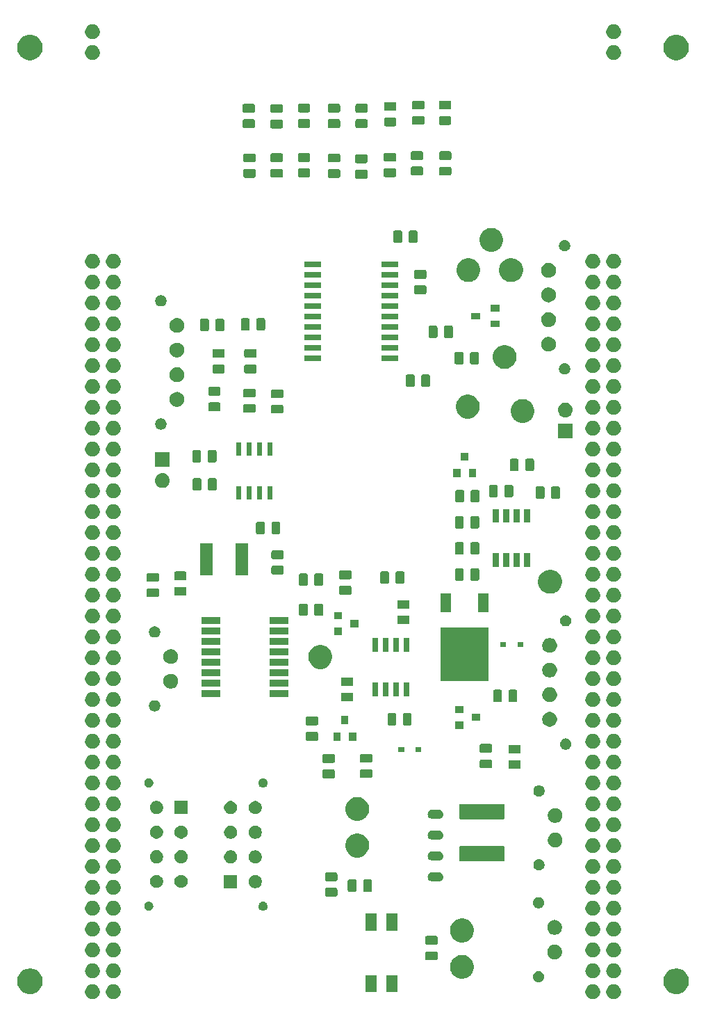
<source format=gbr>
G04 #@! TF.GenerationSoftware,KiCad,Pcbnew,(5.1.4)-1*
G04 #@! TF.CreationDate,2019-11-23T11:55:31-06:00*
G04 #@! TF.ProjectId,BPS_Nucleo,4250535f-4e75-4636-9c65-6f2e6b696361,rev?*
G04 #@! TF.SameCoordinates,Original*
G04 #@! TF.FileFunction,Soldermask,Top*
G04 #@! TF.FilePolarity,Negative*
%FSLAX46Y46*%
G04 Gerber Fmt 4.6, Leading zero omitted, Abs format (unit mm)*
G04 Created by KiCad (PCBNEW (5.1.4)-1) date 2019-11-23 11:55:31*
%MOMM*%
%LPD*%
G04 APERTURE LIST*
%ADD10C,0.100000*%
G04 APERTURE END LIST*
D10*
G36*
X236968512Y-147058927D02*
G01*
X237117812Y-147088624D01*
X237281784Y-147156544D01*
X237429354Y-147255147D01*
X237554853Y-147380646D01*
X237653456Y-147528216D01*
X237721376Y-147692188D01*
X237756000Y-147866259D01*
X237756000Y-148043741D01*
X237721376Y-148217812D01*
X237653456Y-148381784D01*
X237554853Y-148529354D01*
X237429354Y-148654853D01*
X237281784Y-148753456D01*
X237117812Y-148821376D01*
X236968512Y-148851073D01*
X236943742Y-148856000D01*
X236766258Y-148856000D01*
X236741488Y-148851073D01*
X236592188Y-148821376D01*
X236428216Y-148753456D01*
X236280646Y-148654853D01*
X236155147Y-148529354D01*
X236056544Y-148381784D01*
X235988624Y-148217812D01*
X235954000Y-148043741D01*
X235954000Y-147866259D01*
X235988624Y-147692188D01*
X236056544Y-147528216D01*
X236155147Y-147380646D01*
X236280646Y-147255147D01*
X236428216Y-147156544D01*
X236592188Y-147088624D01*
X236741488Y-147058927D01*
X236766258Y-147054000D01*
X236943742Y-147054000D01*
X236968512Y-147058927D01*
X236968512Y-147058927D01*
G37*
G36*
X234428512Y-147058927D02*
G01*
X234577812Y-147088624D01*
X234741784Y-147156544D01*
X234889354Y-147255147D01*
X235014853Y-147380646D01*
X235113456Y-147528216D01*
X235181376Y-147692188D01*
X235216000Y-147866259D01*
X235216000Y-148043741D01*
X235181376Y-148217812D01*
X235113456Y-148381784D01*
X235014853Y-148529354D01*
X234889354Y-148654853D01*
X234741784Y-148753456D01*
X234577812Y-148821376D01*
X234428512Y-148851073D01*
X234403742Y-148856000D01*
X234226258Y-148856000D01*
X234201488Y-148851073D01*
X234052188Y-148821376D01*
X233888216Y-148753456D01*
X233740646Y-148654853D01*
X233615147Y-148529354D01*
X233516544Y-148381784D01*
X233448624Y-148217812D01*
X233414000Y-148043741D01*
X233414000Y-147866259D01*
X233448624Y-147692188D01*
X233516544Y-147528216D01*
X233615147Y-147380646D01*
X233740646Y-147255147D01*
X233888216Y-147156544D01*
X234052188Y-147088624D01*
X234201488Y-147058927D01*
X234226258Y-147054000D01*
X234403742Y-147054000D01*
X234428512Y-147058927D01*
X234428512Y-147058927D01*
G37*
G36*
X173468512Y-147058927D02*
G01*
X173617812Y-147088624D01*
X173781784Y-147156544D01*
X173929354Y-147255147D01*
X174054853Y-147380646D01*
X174153456Y-147528216D01*
X174221376Y-147692188D01*
X174256000Y-147866259D01*
X174256000Y-148043741D01*
X174221376Y-148217812D01*
X174153456Y-148381784D01*
X174054853Y-148529354D01*
X173929354Y-148654853D01*
X173781784Y-148753456D01*
X173617812Y-148821376D01*
X173468512Y-148851073D01*
X173443742Y-148856000D01*
X173266258Y-148856000D01*
X173241488Y-148851073D01*
X173092188Y-148821376D01*
X172928216Y-148753456D01*
X172780646Y-148654853D01*
X172655147Y-148529354D01*
X172556544Y-148381784D01*
X172488624Y-148217812D01*
X172454000Y-148043741D01*
X172454000Y-147866259D01*
X172488624Y-147692188D01*
X172556544Y-147528216D01*
X172655147Y-147380646D01*
X172780646Y-147255147D01*
X172928216Y-147156544D01*
X173092188Y-147088624D01*
X173241488Y-147058927D01*
X173266258Y-147054000D01*
X173443742Y-147054000D01*
X173468512Y-147058927D01*
X173468512Y-147058927D01*
G37*
G36*
X176008512Y-147058927D02*
G01*
X176157812Y-147088624D01*
X176321784Y-147156544D01*
X176469354Y-147255147D01*
X176594853Y-147380646D01*
X176693456Y-147528216D01*
X176761376Y-147692188D01*
X176796000Y-147866259D01*
X176796000Y-148043741D01*
X176761376Y-148217812D01*
X176693456Y-148381784D01*
X176594853Y-148529354D01*
X176469354Y-148654853D01*
X176321784Y-148753456D01*
X176157812Y-148821376D01*
X176008512Y-148851073D01*
X175983742Y-148856000D01*
X175806258Y-148856000D01*
X175781488Y-148851073D01*
X175632188Y-148821376D01*
X175468216Y-148753456D01*
X175320646Y-148654853D01*
X175195147Y-148529354D01*
X175096544Y-148381784D01*
X175028624Y-148217812D01*
X174994000Y-148043741D01*
X174994000Y-147866259D01*
X175028624Y-147692188D01*
X175096544Y-147528216D01*
X175195147Y-147380646D01*
X175320646Y-147255147D01*
X175468216Y-147156544D01*
X175632188Y-147088624D01*
X175781488Y-147058927D01*
X175806258Y-147054000D01*
X175983742Y-147054000D01*
X176008512Y-147058927D01*
X176008512Y-147058927D01*
G37*
G36*
X166037585Y-145163802D02*
G01*
X166187410Y-145193604D01*
X166469674Y-145310521D01*
X166723705Y-145480259D01*
X166939741Y-145696295D01*
X167109479Y-145950326D01*
X167226396Y-146232590D01*
X167286000Y-146532240D01*
X167286000Y-146837760D01*
X167226396Y-147137410D01*
X167109479Y-147419674D01*
X166939741Y-147673705D01*
X166723705Y-147889741D01*
X166469674Y-148059479D01*
X166187410Y-148176396D01*
X166037585Y-148206198D01*
X165887761Y-148236000D01*
X165582239Y-148236000D01*
X165432415Y-148206198D01*
X165282590Y-148176396D01*
X165000326Y-148059479D01*
X164746295Y-147889741D01*
X164530259Y-147673705D01*
X164360521Y-147419674D01*
X164243604Y-147137410D01*
X164184000Y-146837760D01*
X164184000Y-146532240D01*
X164243604Y-146232590D01*
X164360521Y-145950326D01*
X164530259Y-145696295D01*
X164746295Y-145480259D01*
X165000326Y-145310521D01*
X165282590Y-145193604D01*
X165432415Y-145163802D01*
X165582239Y-145134000D01*
X165887761Y-145134000D01*
X166037585Y-145163802D01*
X166037585Y-145163802D01*
G37*
G36*
X244777585Y-145163802D02*
G01*
X244927410Y-145193604D01*
X245209674Y-145310521D01*
X245463705Y-145480259D01*
X245679741Y-145696295D01*
X245849479Y-145950326D01*
X245966396Y-146232590D01*
X246026000Y-146532240D01*
X246026000Y-146837760D01*
X245966396Y-147137410D01*
X245849479Y-147419674D01*
X245679741Y-147673705D01*
X245463705Y-147889741D01*
X245209674Y-148059479D01*
X244927410Y-148176396D01*
X244777585Y-148206198D01*
X244627761Y-148236000D01*
X244322239Y-148236000D01*
X244172415Y-148206198D01*
X244022590Y-148176396D01*
X243740326Y-148059479D01*
X243486295Y-147889741D01*
X243270259Y-147673705D01*
X243100521Y-147419674D01*
X242983604Y-147137410D01*
X242924000Y-146837760D01*
X242924000Y-146532240D01*
X242983604Y-146232590D01*
X243100521Y-145950326D01*
X243270259Y-145696295D01*
X243486295Y-145480259D01*
X243740326Y-145310521D01*
X244022590Y-145193604D01*
X244172415Y-145163802D01*
X244322239Y-145134000D01*
X244627761Y-145134000D01*
X244777585Y-145163802D01*
X244777585Y-145163802D01*
G37*
G36*
X210477860Y-148022400D02*
G01*
X209175860Y-148022400D01*
X209175860Y-145920400D01*
X210477860Y-145920400D01*
X210477860Y-148022400D01*
X210477860Y-148022400D01*
G37*
G36*
X207937860Y-148022400D02*
G01*
X206635860Y-148022400D01*
X206635860Y-145920400D01*
X207937860Y-145920400D01*
X207937860Y-148022400D01*
X207937860Y-148022400D01*
G37*
G36*
X227901818Y-145454122D02*
G01*
X228021608Y-145503741D01*
X228026663Y-145505835D01*
X228139019Y-145580909D01*
X228234571Y-145676461D01*
X228309646Y-145788819D01*
X228361358Y-145913662D01*
X228387720Y-146046194D01*
X228387720Y-146181326D01*
X228361358Y-146313858D01*
X228309646Y-146438701D01*
X228309645Y-146438703D01*
X228234571Y-146551059D01*
X228139019Y-146646611D01*
X228026663Y-146721685D01*
X228026662Y-146721686D01*
X228026661Y-146721686D01*
X227901818Y-146773398D01*
X227769286Y-146799760D01*
X227634154Y-146799760D01*
X227501622Y-146773398D01*
X227376779Y-146721686D01*
X227376778Y-146721686D01*
X227376777Y-146721685D01*
X227264421Y-146646611D01*
X227168869Y-146551059D01*
X227093795Y-146438703D01*
X227093794Y-146438701D01*
X227042082Y-146313858D01*
X227015720Y-146181326D01*
X227015720Y-146046194D01*
X227042082Y-145913662D01*
X227093794Y-145788819D01*
X227168869Y-145676461D01*
X227264421Y-145580909D01*
X227376777Y-145505835D01*
X227381832Y-145503741D01*
X227501622Y-145454122D01*
X227634154Y-145427760D01*
X227769286Y-145427760D01*
X227901818Y-145454122D01*
X227901818Y-145454122D01*
G37*
G36*
X218789581Y-143534620D02*
G01*
X219053645Y-143643999D01*
X219291298Y-143802794D01*
X219493406Y-144004902D01*
X219652201Y-144242555D01*
X219761580Y-144506619D01*
X219817340Y-144786948D01*
X219817340Y-145072772D01*
X219761580Y-145353101D01*
X219652201Y-145617165D01*
X219493406Y-145854818D01*
X219291298Y-146056926D01*
X219053645Y-146215721D01*
X218789581Y-146325100D01*
X218509252Y-146380860D01*
X218223428Y-146380860D01*
X217943099Y-146325100D01*
X217679035Y-146215721D01*
X217441382Y-146056926D01*
X217239274Y-145854818D01*
X217080479Y-145617165D01*
X216971100Y-145353101D01*
X216915340Y-145072772D01*
X216915340Y-144786948D01*
X216971100Y-144506619D01*
X217080479Y-144242555D01*
X217239274Y-144004902D01*
X217441382Y-143802794D01*
X217679035Y-143643999D01*
X217943099Y-143534620D01*
X218223428Y-143478860D01*
X218509252Y-143478860D01*
X218789581Y-143534620D01*
X218789581Y-143534620D01*
G37*
G36*
X236968512Y-144518927D02*
G01*
X237117812Y-144548624D01*
X237281784Y-144616544D01*
X237429354Y-144715147D01*
X237554853Y-144840646D01*
X237653456Y-144988216D01*
X237721376Y-145152188D01*
X237751073Y-145301488D01*
X237756000Y-145326258D01*
X237756000Y-145503742D01*
X237751073Y-145528512D01*
X237721376Y-145677812D01*
X237653456Y-145841784D01*
X237554853Y-145989354D01*
X237429354Y-146114853D01*
X237281784Y-146213456D01*
X237117812Y-146281376D01*
X236968512Y-146311073D01*
X236943742Y-146316000D01*
X236766258Y-146316000D01*
X236741488Y-146311073D01*
X236592188Y-146281376D01*
X236428216Y-146213456D01*
X236280646Y-146114853D01*
X236155147Y-145989354D01*
X236056544Y-145841784D01*
X235988624Y-145677812D01*
X235958927Y-145528512D01*
X235954000Y-145503742D01*
X235954000Y-145326258D01*
X235958927Y-145301488D01*
X235988624Y-145152188D01*
X236056544Y-144988216D01*
X236155147Y-144840646D01*
X236280646Y-144715147D01*
X236428216Y-144616544D01*
X236592188Y-144548624D01*
X236741488Y-144518927D01*
X236766258Y-144514000D01*
X236943742Y-144514000D01*
X236968512Y-144518927D01*
X236968512Y-144518927D01*
G37*
G36*
X234428512Y-144518927D02*
G01*
X234577812Y-144548624D01*
X234741784Y-144616544D01*
X234889354Y-144715147D01*
X235014853Y-144840646D01*
X235113456Y-144988216D01*
X235181376Y-145152188D01*
X235211073Y-145301488D01*
X235216000Y-145326258D01*
X235216000Y-145503742D01*
X235211073Y-145528512D01*
X235181376Y-145677812D01*
X235113456Y-145841784D01*
X235014853Y-145989354D01*
X234889354Y-146114853D01*
X234741784Y-146213456D01*
X234577812Y-146281376D01*
X234428512Y-146311073D01*
X234403742Y-146316000D01*
X234226258Y-146316000D01*
X234201488Y-146311073D01*
X234052188Y-146281376D01*
X233888216Y-146213456D01*
X233740646Y-146114853D01*
X233615147Y-145989354D01*
X233516544Y-145841784D01*
X233448624Y-145677812D01*
X233418927Y-145528512D01*
X233414000Y-145503742D01*
X233414000Y-145326258D01*
X233418927Y-145301488D01*
X233448624Y-145152188D01*
X233516544Y-144988216D01*
X233615147Y-144840646D01*
X233740646Y-144715147D01*
X233888216Y-144616544D01*
X234052188Y-144548624D01*
X234201488Y-144518927D01*
X234226258Y-144514000D01*
X234403742Y-144514000D01*
X234428512Y-144518927D01*
X234428512Y-144518927D01*
G37*
G36*
X176008512Y-144518927D02*
G01*
X176157812Y-144548624D01*
X176321784Y-144616544D01*
X176469354Y-144715147D01*
X176594853Y-144840646D01*
X176693456Y-144988216D01*
X176761376Y-145152188D01*
X176791073Y-145301488D01*
X176796000Y-145326258D01*
X176796000Y-145503742D01*
X176791073Y-145528512D01*
X176761376Y-145677812D01*
X176693456Y-145841784D01*
X176594853Y-145989354D01*
X176469354Y-146114853D01*
X176321784Y-146213456D01*
X176157812Y-146281376D01*
X176008512Y-146311073D01*
X175983742Y-146316000D01*
X175806258Y-146316000D01*
X175781488Y-146311073D01*
X175632188Y-146281376D01*
X175468216Y-146213456D01*
X175320646Y-146114853D01*
X175195147Y-145989354D01*
X175096544Y-145841784D01*
X175028624Y-145677812D01*
X174998927Y-145528512D01*
X174994000Y-145503742D01*
X174994000Y-145326258D01*
X174998927Y-145301488D01*
X175028624Y-145152188D01*
X175096544Y-144988216D01*
X175195147Y-144840646D01*
X175320646Y-144715147D01*
X175468216Y-144616544D01*
X175632188Y-144548624D01*
X175781488Y-144518927D01*
X175806258Y-144514000D01*
X175983742Y-144514000D01*
X176008512Y-144518927D01*
X176008512Y-144518927D01*
G37*
G36*
X173468512Y-144518927D02*
G01*
X173617812Y-144548624D01*
X173781784Y-144616544D01*
X173929354Y-144715147D01*
X174054853Y-144840646D01*
X174153456Y-144988216D01*
X174221376Y-145152188D01*
X174251073Y-145301488D01*
X174256000Y-145326258D01*
X174256000Y-145503742D01*
X174251073Y-145528512D01*
X174221376Y-145677812D01*
X174153456Y-145841784D01*
X174054853Y-145989354D01*
X173929354Y-146114853D01*
X173781784Y-146213456D01*
X173617812Y-146281376D01*
X173468512Y-146311073D01*
X173443742Y-146316000D01*
X173266258Y-146316000D01*
X173241488Y-146311073D01*
X173092188Y-146281376D01*
X172928216Y-146213456D01*
X172780646Y-146114853D01*
X172655147Y-145989354D01*
X172556544Y-145841784D01*
X172488624Y-145677812D01*
X172458927Y-145528512D01*
X172454000Y-145503742D01*
X172454000Y-145326258D01*
X172458927Y-145301488D01*
X172488624Y-145152188D01*
X172556544Y-144988216D01*
X172655147Y-144840646D01*
X172780646Y-144715147D01*
X172928216Y-144616544D01*
X173092188Y-144548624D01*
X173241488Y-144518927D01*
X173266258Y-144514000D01*
X173443742Y-144514000D01*
X173468512Y-144518927D01*
X173468512Y-144518927D01*
G37*
G36*
X215234788Y-143032425D02*
G01*
X215273458Y-143044156D01*
X215309097Y-143063206D01*
X215340337Y-143088843D01*
X215365974Y-143120083D01*
X215385024Y-143155722D01*
X215396755Y-143194392D01*
X215401320Y-143240748D01*
X215401320Y-143891972D01*
X215396755Y-143938328D01*
X215385024Y-143976998D01*
X215365974Y-144012637D01*
X215340337Y-144043877D01*
X215309097Y-144069514D01*
X215273458Y-144088564D01*
X215234788Y-144100295D01*
X215188432Y-144104860D01*
X214112208Y-144104860D01*
X214065852Y-144100295D01*
X214027182Y-144088564D01*
X213991543Y-144069514D01*
X213960303Y-144043877D01*
X213934666Y-144012637D01*
X213915616Y-143976998D01*
X213903885Y-143938328D01*
X213899320Y-143891972D01*
X213899320Y-143240748D01*
X213903885Y-143194392D01*
X213915616Y-143155722D01*
X213934666Y-143120083D01*
X213960303Y-143088843D01*
X213991543Y-143063206D01*
X214027182Y-143044156D01*
X214065852Y-143032425D01*
X214112208Y-143027860D01*
X215188432Y-143027860D01*
X215234788Y-143032425D01*
X215234788Y-143032425D01*
G37*
G36*
X229775232Y-142217687D02*
G01*
X229924532Y-142247384D01*
X230088504Y-142315304D01*
X230236074Y-142413907D01*
X230361573Y-142539406D01*
X230460176Y-142686976D01*
X230528096Y-142850948D01*
X230562720Y-143025019D01*
X230562720Y-143202501D01*
X230528096Y-143376572D01*
X230460176Y-143540544D01*
X230361573Y-143688114D01*
X230236074Y-143813613D01*
X230088504Y-143912216D01*
X229924532Y-143980136D01*
X229775232Y-144009833D01*
X229750462Y-144014760D01*
X229572978Y-144014760D01*
X229548208Y-144009833D01*
X229398908Y-143980136D01*
X229234936Y-143912216D01*
X229087366Y-143813613D01*
X228961867Y-143688114D01*
X228863264Y-143540544D01*
X228795344Y-143376572D01*
X228760720Y-143202501D01*
X228760720Y-143025019D01*
X228795344Y-142850948D01*
X228863264Y-142686976D01*
X228961867Y-142539406D01*
X229087366Y-142413907D01*
X229234936Y-142315304D01*
X229398908Y-142247384D01*
X229548208Y-142217687D01*
X229572978Y-142212760D01*
X229750462Y-142212760D01*
X229775232Y-142217687D01*
X229775232Y-142217687D01*
G37*
G36*
X173468512Y-141978927D02*
G01*
X173617812Y-142008624D01*
X173781784Y-142076544D01*
X173929354Y-142175147D01*
X174054853Y-142300646D01*
X174153456Y-142448216D01*
X174221376Y-142612188D01*
X174256000Y-142786259D01*
X174256000Y-142963741D01*
X174221376Y-143137812D01*
X174153456Y-143301784D01*
X174054853Y-143449354D01*
X173929354Y-143574853D01*
X173781784Y-143673456D01*
X173617812Y-143741376D01*
X173468512Y-143771073D01*
X173443742Y-143776000D01*
X173266258Y-143776000D01*
X173241488Y-143771073D01*
X173092188Y-143741376D01*
X172928216Y-143673456D01*
X172780646Y-143574853D01*
X172655147Y-143449354D01*
X172556544Y-143301784D01*
X172488624Y-143137812D01*
X172454000Y-142963741D01*
X172454000Y-142786259D01*
X172488624Y-142612188D01*
X172556544Y-142448216D01*
X172655147Y-142300646D01*
X172780646Y-142175147D01*
X172928216Y-142076544D01*
X173092188Y-142008624D01*
X173241488Y-141978927D01*
X173266258Y-141974000D01*
X173443742Y-141974000D01*
X173468512Y-141978927D01*
X173468512Y-141978927D01*
G37*
G36*
X176008512Y-141978927D02*
G01*
X176157812Y-142008624D01*
X176321784Y-142076544D01*
X176469354Y-142175147D01*
X176594853Y-142300646D01*
X176693456Y-142448216D01*
X176761376Y-142612188D01*
X176796000Y-142786259D01*
X176796000Y-142963741D01*
X176761376Y-143137812D01*
X176693456Y-143301784D01*
X176594853Y-143449354D01*
X176469354Y-143574853D01*
X176321784Y-143673456D01*
X176157812Y-143741376D01*
X176008512Y-143771073D01*
X175983742Y-143776000D01*
X175806258Y-143776000D01*
X175781488Y-143771073D01*
X175632188Y-143741376D01*
X175468216Y-143673456D01*
X175320646Y-143574853D01*
X175195147Y-143449354D01*
X175096544Y-143301784D01*
X175028624Y-143137812D01*
X174994000Y-142963741D01*
X174994000Y-142786259D01*
X175028624Y-142612188D01*
X175096544Y-142448216D01*
X175195147Y-142300646D01*
X175320646Y-142175147D01*
X175468216Y-142076544D01*
X175632188Y-142008624D01*
X175781488Y-141978927D01*
X175806258Y-141974000D01*
X175983742Y-141974000D01*
X176008512Y-141978927D01*
X176008512Y-141978927D01*
G37*
G36*
X236968512Y-141978927D02*
G01*
X237117812Y-142008624D01*
X237281784Y-142076544D01*
X237429354Y-142175147D01*
X237554853Y-142300646D01*
X237653456Y-142448216D01*
X237721376Y-142612188D01*
X237756000Y-142786259D01*
X237756000Y-142963741D01*
X237721376Y-143137812D01*
X237653456Y-143301784D01*
X237554853Y-143449354D01*
X237429354Y-143574853D01*
X237281784Y-143673456D01*
X237117812Y-143741376D01*
X236968512Y-143771073D01*
X236943742Y-143776000D01*
X236766258Y-143776000D01*
X236741488Y-143771073D01*
X236592188Y-143741376D01*
X236428216Y-143673456D01*
X236280646Y-143574853D01*
X236155147Y-143449354D01*
X236056544Y-143301784D01*
X235988624Y-143137812D01*
X235954000Y-142963741D01*
X235954000Y-142786259D01*
X235988624Y-142612188D01*
X236056544Y-142448216D01*
X236155147Y-142300646D01*
X236280646Y-142175147D01*
X236428216Y-142076544D01*
X236592188Y-142008624D01*
X236741488Y-141978927D01*
X236766258Y-141974000D01*
X236943742Y-141974000D01*
X236968512Y-141978927D01*
X236968512Y-141978927D01*
G37*
G36*
X234428512Y-141978927D02*
G01*
X234577812Y-142008624D01*
X234741784Y-142076544D01*
X234889354Y-142175147D01*
X235014853Y-142300646D01*
X235113456Y-142448216D01*
X235181376Y-142612188D01*
X235216000Y-142786259D01*
X235216000Y-142963741D01*
X235181376Y-143137812D01*
X235113456Y-143301784D01*
X235014853Y-143449354D01*
X234889354Y-143574853D01*
X234741784Y-143673456D01*
X234577812Y-143741376D01*
X234428512Y-143771073D01*
X234403742Y-143776000D01*
X234226258Y-143776000D01*
X234201488Y-143771073D01*
X234052188Y-143741376D01*
X233888216Y-143673456D01*
X233740646Y-143574853D01*
X233615147Y-143449354D01*
X233516544Y-143301784D01*
X233448624Y-143137812D01*
X233414000Y-142963741D01*
X233414000Y-142786259D01*
X233448624Y-142612188D01*
X233516544Y-142448216D01*
X233615147Y-142300646D01*
X233740646Y-142175147D01*
X233888216Y-142076544D01*
X234052188Y-142008624D01*
X234201488Y-141978927D01*
X234226258Y-141974000D01*
X234403742Y-141974000D01*
X234428512Y-141978927D01*
X234428512Y-141978927D01*
G37*
G36*
X215234788Y-141157425D02*
G01*
X215273458Y-141169156D01*
X215309097Y-141188206D01*
X215340337Y-141213843D01*
X215365974Y-141245083D01*
X215385024Y-141280722D01*
X215396755Y-141319392D01*
X215401320Y-141365748D01*
X215401320Y-142016972D01*
X215396755Y-142063328D01*
X215385024Y-142101998D01*
X215365974Y-142137637D01*
X215340337Y-142168877D01*
X215309097Y-142194514D01*
X215273458Y-142213564D01*
X215234788Y-142225295D01*
X215188432Y-142229860D01*
X214112208Y-142229860D01*
X214065852Y-142225295D01*
X214027182Y-142213564D01*
X213991543Y-142194514D01*
X213960303Y-142168877D01*
X213934666Y-142137637D01*
X213915616Y-142101998D01*
X213903885Y-142063328D01*
X213899320Y-142016972D01*
X213899320Y-141365748D01*
X213903885Y-141319392D01*
X213915616Y-141280722D01*
X213934666Y-141245083D01*
X213960303Y-141213843D01*
X213991543Y-141188206D01*
X214027182Y-141169156D01*
X214065852Y-141157425D01*
X214112208Y-141152860D01*
X215188432Y-141152860D01*
X215234788Y-141157425D01*
X215234788Y-141157425D01*
G37*
G36*
X218789581Y-139089620D02*
G01*
X219053645Y-139198999D01*
X219291298Y-139357794D01*
X219493406Y-139559902D01*
X219652201Y-139797555D01*
X219761580Y-140061619D01*
X219817340Y-140341948D01*
X219817340Y-140627772D01*
X219761580Y-140908101D01*
X219652201Y-141172165D01*
X219493406Y-141409818D01*
X219291298Y-141611926D01*
X219053645Y-141770721D01*
X218789581Y-141880100D01*
X218509252Y-141935860D01*
X218223428Y-141935860D01*
X217943099Y-141880100D01*
X217679035Y-141770721D01*
X217441382Y-141611926D01*
X217239274Y-141409818D01*
X217080479Y-141172165D01*
X216971100Y-140908101D01*
X216915340Y-140627772D01*
X216915340Y-140341948D01*
X216971100Y-140061619D01*
X217080479Y-139797555D01*
X217239274Y-139559902D01*
X217441382Y-139357794D01*
X217679035Y-139198999D01*
X217943099Y-139089620D01*
X218223428Y-139033860D01*
X218509252Y-139033860D01*
X218789581Y-139089620D01*
X218789581Y-139089620D01*
G37*
G36*
X236968512Y-139438927D02*
G01*
X237117812Y-139468624D01*
X237281784Y-139536544D01*
X237429354Y-139635147D01*
X237554853Y-139760646D01*
X237653456Y-139908216D01*
X237721376Y-140072188D01*
X237756000Y-140246259D01*
X237756000Y-140423741D01*
X237721376Y-140597812D01*
X237653456Y-140761784D01*
X237554853Y-140909354D01*
X237429354Y-141034853D01*
X237281784Y-141133456D01*
X237117812Y-141201376D01*
X236968512Y-141231073D01*
X236943742Y-141236000D01*
X236766258Y-141236000D01*
X236741488Y-141231073D01*
X236592188Y-141201376D01*
X236428216Y-141133456D01*
X236280646Y-141034853D01*
X236155147Y-140909354D01*
X236056544Y-140761784D01*
X235988624Y-140597812D01*
X235954000Y-140423741D01*
X235954000Y-140246259D01*
X235988624Y-140072188D01*
X236056544Y-139908216D01*
X236155147Y-139760646D01*
X236280646Y-139635147D01*
X236428216Y-139536544D01*
X236592188Y-139468624D01*
X236741488Y-139438927D01*
X236766258Y-139434000D01*
X236943742Y-139434000D01*
X236968512Y-139438927D01*
X236968512Y-139438927D01*
G37*
G36*
X234428512Y-139438927D02*
G01*
X234577812Y-139468624D01*
X234741784Y-139536544D01*
X234889354Y-139635147D01*
X235014853Y-139760646D01*
X235113456Y-139908216D01*
X235181376Y-140072188D01*
X235216000Y-140246259D01*
X235216000Y-140423741D01*
X235181376Y-140597812D01*
X235113456Y-140761784D01*
X235014853Y-140909354D01*
X234889354Y-141034853D01*
X234741784Y-141133456D01*
X234577812Y-141201376D01*
X234428512Y-141231073D01*
X234403742Y-141236000D01*
X234226258Y-141236000D01*
X234201488Y-141231073D01*
X234052188Y-141201376D01*
X233888216Y-141133456D01*
X233740646Y-141034853D01*
X233615147Y-140909354D01*
X233516544Y-140761784D01*
X233448624Y-140597812D01*
X233414000Y-140423741D01*
X233414000Y-140246259D01*
X233448624Y-140072188D01*
X233516544Y-139908216D01*
X233615147Y-139760646D01*
X233740646Y-139635147D01*
X233888216Y-139536544D01*
X234052188Y-139468624D01*
X234201488Y-139438927D01*
X234226258Y-139434000D01*
X234403742Y-139434000D01*
X234428512Y-139438927D01*
X234428512Y-139438927D01*
G37*
G36*
X176008512Y-139438927D02*
G01*
X176157812Y-139468624D01*
X176321784Y-139536544D01*
X176469354Y-139635147D01*
X176594853Y-139760646D01*
X176693456Y-139908216D01*
X176761376Y-140072188D01*
X176796000Y-140246259D01*
X176796000Y-140423741D01*
X176761376Y-140597812D01*
X176693456Y-140761784D01*
X176594853Y-140909354D01*
X176469354Y-141034853D01*
X176321784Y-141133456D01*
X176157812Y-141201376D01*
X176008512Y-141231073D01*
X175983742Y-141236000D01*
X175806258Y-141236000D01*
X175781488Y-141231073D01*
X175632188Y-141201376D01*
X175468216Y-141133456D01*
X175320646Y-141034853D01*
X175195147Y-140909354D01*
X175096544Y-140761784D01*
X175028624Y-140597812D01*
X174994000Y-140423741D01*
X174994000Y-140246259D01*
X175028624Y-140072188D01*
X175096544Y-139908216D01*
X175195147Y-139760646D01*
X175320646Y-139635147D01*
X175468216Y-139536544D01*
X175632188Y-139468624D01*
X175781488Y-139438927D01*
X175806258Y-139434000D01*
X175983742Y-139434000D01*
X176008512Y-139438927D01*
X176008512Y-139438927D01*
G37*
G36*
X173468512Y-139438927D02*
G01*
X173617812Y-139468624D01*
X173781784Y-139536544D01*
X173929354Y-139635147D01*
X174054853Y-139760646D01*
X174153456Y-139908216D01*
X174221376Y-140072188D01*
X174256000Y-140246259D01*
X174256000Y-140423741D01*
X174221376Y-140597812D01*
X174153456Y-140761784D01*
X174054853Y-140909354D01*
X173929354Y-141034853D01*
X173781784Y-141133456D01*
X173617812Y-141201376D01*
X173468512Y-141231073D01*
X173443742Y-141236000D01*
X173266258Y-141236000D01*
X173241488Y-141231073D01*
X173092188Y-141201376D01*
X172928216Y-141133456D01*
X172780646Y-141034853D01*
X172655147Y-140909354D01*
X172556544Y-140761784D01*
X172488624Y-140597812D01*
X172454000Y-140423741D01*
X172454000Y-140246259D01*
X172488624Y-140072188D01*
X172556544Y-139908216D01*
X172655147Y-139760646D01*
X172780646Y-139635147D01*
X172928216Y-139536544D01*
X173092188Y-139468624D01*
X173241488Y-139438927D01*
X173266258Y-139434000D01*
X173443742Y-139434000D01*
X173468512Y-139438927D01*
X173468512Y-139438927D01*
G37*
G36*
X229775232Y-139217687D02*
G01*
X229924532Y-139247384D01*
X230088504Y-139315304D01*
X230236074Y-139413907D01*
X230361573Y-139539406D01*
X230460176Y-139686976D01*
X230528096Y-139850948D01*
X230562720Y-140025019D01*
X230562720Y-140202501D01*
X230528096Y-140376572D01*
X230460176Y-140540544D01*
X230361573Y-140688114D01*
X230236074Y-140813613D01*
X230088504Y-140912216D01*
X229924532Y-140980136D01*
X229775232Y-141009833D01*
X229750462Y-141014760D01*
X229572978Y-141014760D01*
X229548208Y-141009833D01*
X229398908Y-140980136D01*
X229234936Y-140912216D01*
X229087366Y-140813613D01*
X228961867Y-140688114D01*
X228863264Y-140540544D01*
X228795344Y-140376572D01*
X228760720Y-140202501D01*
X228760720Y-140025019D01*
X228795344Y-139850948D01*
X228863264Y-139686976D01*
X228961867Y-139539406D01*
X229087366Y-139413907D01*
X229234936Y-139315304D01*
X229398908Y-139247384D01*
X229548208Y-139217687D01*
X229572978Y-139212760D01*
X229750462Y-139212760D01*
X229775232Y-139217687D01*
X229775232Y-139217687D01*
G37*
G36*
X207937860Y-140522400D02*
G01*
X206635860Y-140522400D01*
X206635860Y-138420400D01*
X207937860Y-138420400D01*
X207937860Y-140522400D01*
X207937860Y-140522400D01*
G37*
G36*
X210477860Y-140522400D02*
G01*
X209175860Y-140522400D01*
X209175860Y-138420400D01*
X210477860Y-138420400D01*
X210477860Y-140522400D01*
X210477860Y-140522400D01*
G37*
G36*
X173468512Y-136898927D02*
G01*
X173617812Y-136928624D01*
X173781784Y-136996544D01*
X173929354Y-137095147D01*
X174054853Y-137220646D01*
X174153456Y-137368216D01*
X174221376Y-137532188D01*
X174256000Y-137706259D01*
X174256000Y-137883741D01*
X174221376Y-138057812D01*
X174153456Y-138221784D01*
X174054853Y-138369354D01*
X173929354Y-138494853D01*
X173781784Y-138593456D01*
X173617812Y-138661376D01*
X173468512Y-138691073D01*
X173443742Y-138696000D01*
X173266258Y-138696000D01*
X173241488Y-138691073D01*
X173092188Y-138661376D01*
X172928216Y-138593456D01*
X172780646Y-138494853D01*
X172655147Y-138369354D01*
X172556544Y-138221784D01*
X172488624Y-138057812D01*
X172454000Y-137883741D01*
X172454000Y-137706259D01*
X172488624Y-137532188D01*
X172556544Y-137368216D01*
X172655147Y-137220646D01*
X172780646Y-137095147D01*
X172928216Y-136996544D01*
X173092188Y-136928624D01*
X173241488Y-136898927D01*
X173266258Y-136894000D01*
X173443742Y-136894000D01*
X173468512Y-136898927D01*
X173468512Y-136898927D01*
G37*
G36*
X176008512Y-136898927D02*
G01*
X176157812Y-136928624D01*
X176321784Y-136996544D01*
X176469354Y-137095147D01*
X176594853Y-137220646D01*
X176693456Y-137368216D01*
X176761376Y-137532188D01*
X176796000Y-137706259D01*
X176796000Y-137883741D01*
X176761376Y-138057812D01*
X176693456Y-138221784D01*
X176594853Y-138369354D01*
X176469354Y-138494853D01*
X176321784Y-138593456D01*
X176157812Y-138661376D01*
X176008512Y-138691073D01*
X175983742Y-138696000D01*
X175806258Y-138696000D01*
X175781488Y-138691073D01*
X175632188Y-138661376D01*
X175468216Y-138593456D01*
X175320646Y-138494853D01*
X175195147Y-138369354D01*
X175096544Y-138221784D01*
X175028624Y-138057812D01*
X174994000Y-137883741D01*
X174994000Y-137706259D01*
X175028624Y-137532188D01*
X175096544Y-137368216D01*
X175195147Y-137220646D01*
X175320646Y-137095147D01*
X175468216Y-136996544D01*
X175632188Y-136928624D01*
X175781488Y-136898927D01*
X175806258Y-136894000D01*
X175983742Y-136894000D01*
X176008512Y-136898927D01*
X176008512Y-136898927D01*
G37*
G36*
X234428512Y-136898927D02*
G01*
X234577812Y-136928624D01*
X234741784Y-136996544D01*
X234889354Y-137095147D01*
X235014853Y-137220646D01*
X235113456Y-137368216D01*
X235181376Y-137532188D01*
X235216000Y-137706259D01*
X235216000Y-137883741D01*
X235181376Y-138057812D01*
X235113456Y-138221784D01*
X235014853Y-138369354D01*
X234889354Y-138494853D01*
X234741784Y-138593456D01*
X234577812Y-138661376D01*
X234428512Y-138691073D01*
X234403742Y-138696000D01*
X234226258Y-138696000D01*
X234201488Y-138691073D01*
X234052188Y-138661376D01*
X233888216Y-138593456D01*
X233740646Y-138494853D01*
X233615147Y-138369354D01*
X233516544Y-138221784D01*
X233448624Y-138057812D01*
X233414000Y-137883741D01*
X233414000Y-137706259D01*
X233448624Y-137532188D01*
X233516544Y-137368216D01*
X233615147Y-137220646D01*
X233740646Y-137095147D01*
X233888216Y-136996544D01*
X234052188Y-136928624D01*
X234201488Y-136898927D01*
X234226258Y-136894000D01*
X234403742Y-136894000D01*
X234428512Y-136898927D01*
X234428512Y-136898927D01*
G37*
G36*
X236968512Y-136898927D02*
G01*
X237117812Y-136928624D01*
X237281784Y-136996544D01*
X237429354Y-137095147D01*
X237554853Y-137220646D01*
X237653456Y-137368216D01*
X237721376Y-137532188D01*
X237756000Y-137706259D01*
X237756000Y-137883741D01*
X237721376Y-138057812D01*
X237653456Y-138221784D01*
X237554853Y-138369354D01*
X237429354Y-138494853D01*
X237281784Y-138593456D01*
X237117812Y-138661376D01*
X236968512Y-138691073D01*
X236943742Y-138696000D01*
X236766258Y-138696000D01*
X236741488Y-138691073D01*
X236592188Y-138661376D01*
X236428216Y-138593456D01*
X236280646Y-138494853D01*
X236155147Y-138369354D01*
X236056544Y-138221784D01*
X235988624Y-138057812D01*
X235954000Y-137883741D01*
X235954000Y-137706259D01*
X235988624Y-137532188D01*
X236056544Y-137368216D01*
X236155147Y-137220646D01*
X236280646Y-137095147D01*
X236428216Y-136996544D01*
X236592188Y-136928624D01*
X236741488Y-136898927D01*
X236766258Y-136894000D01*
X236943742Y-136894000D01*
X236968512Y-136898927D01*
X236968512Y-136898927D01*
G37*
G36*
X194288301Y-137006354D02*
G01*
X194388575Y-137047889D01*
X194388576Y-137047890D01*
X194478822Y-137108190D01*
X194555570Y-137184938D01*
X194555571Y-137184940D01*
X194615871Y-137275185D01*
X194657406Y-137375459D01*
X194678580Y-137481910D01*
X194678580Y-137590450D01*
X194657406Y-137696901D01*
X194615871Y-137797175D01*
X194585925Y-137841992D01*
X194555570Y-137887422D01*
X194478822Y-137964170D01*
X194433392Y-137994525D01*
X194388575Y-138024471D01*
X194288301Y-138066006D01*
X194181850Y-138087180D01*
X194073310Y-138087180D01*
X193966859Y-138066006D01*
X193866585Y-138024471D01*
X193821768Y-137994525D01*
X193776338Y-137964170D01*
X193699590Y-137887422D01*
X193669235Y-137841992D01*
X193639289Y-137797175D01*
X193597754Y-137696901D01*
X193576580Y-137590450D01*
X193576580Y-137481910D01*
X193597754Y-137375459D01*
X193639289Y-137275185D01*
X193699589Y-137184940D01*
X193699590Y-137184938D01*
X193776338Y-137108190D01*
X193866584Y-137047890D01*
X193866585Y-137047889D01*
X193966859Y-137006354D01*
X194073310Y-136985180D01*
X194181850Y-136985180D01*
X194288301Y-137006354D01*
X194288301Y-137006354D01*
G37*
G36*
X180368181Y-136986814D02*
G01*
X180468455Y-137028349D01*
X180497700Y-137047890D01*
X180558702Y-137088650D01*
X180635450Y-137165398D01*
X180648506Y-137184938D01*
X180695751Y-137255645D01*
X180737286Y-137355919D01*
X180758460Y-137462370D01*
X180758460Y-137570910D01*
X180737286Y-137677361D01*
X180695751Y-137777635D01*
X180695750Y-137777636D01*
X180635450Y-137867882D01*
X180558702Y-137944630D01*
X180513272Y-137974985D01*
X180468455Y-138004931D01*
X180368181Y-138046466D01*
X180261730Y-138067640D01*
X180153190Y-138067640D01*
X180046739Y-138046466D01*
X179946465Y-138004931D01*
X179901648Y-137974985D01*
X179856218Y-137944630D01*
X179779470Y-137867882D01*
X179719170Y-137777636D01*
X179719169Y-137777635D01*
X179677634Y-137677361D01*
X179656460Y-137570910D01*
X179656460Y-137462370D01*
X179677634Y-137355919D01*
X179719169Y-137255645D01*
X179766414Y-137184938D01*
X179779470Y-137165398D01*
X179856218Y-137088650D01*
X179917220Y-137047890D01*
X179946465Y-137028349D01*
X180046739Y-136986814D01*
X180153190Y-136965640D01*
X180261730Y-136965640D01*
X180368181Y-136986814D01*
X180368181Y-136986814D01*
G37*
G36*
X227901818Y-136454122D02*
G01*
X228026661Y-136505834D01*
X228026663Y-136505835D01*
X228139019Y-136580909D01*
X228234571Y-136676461D01*
X228309646Y-136788819D01*
X228361358Y-136913662D01*
X228387720Y-137046194D01*
X228387720Y-137181326D01*
X228361358Y-137313858D01*
X228309646Y-137438701D01*
X228309645Y-137438703D01*
X228234571Y-137551059D01*
X228139019Y-137646611D01*
X228026663Y-137721685D01*
X228026662Y-137721686D01*
X228026661Y-137721686D01*
X227901818Y-137773398D01*
X227769286Y-137799760D01*
X227634154Y-137799760D01*
X227501622Y-137773398D01*
X227376779Y-137721686D01*
X227376778Y-137721686D01*
X227376777Y-137721685D01*
X227264421Y-137646611D01*
X227168869Y-137551059D01*
X227093795Y-137438703D01*
X227093794Y-137438701D01*
X227042082Y-137313858D01*
X227015720Y-137181326D01*
X227015720Y-137046194D01*
X227042082Y-136913662D01*
X227093794Y-136788819D01*
X227168869Y-136676461D01*
X227264421Y-136580909D01*
X227376777Y-136505835D01*
X227376779Y-136505834D01*
X227501622Y-136454122D01*
X227634154Y-136427760D01*
X227769286Y-136427760D01*
X227901818Y-136454122D01*
X227901818Y-136454122D01*
G37*
G36*
X203025008Y-135298125D02*
G01*
X203063678Y-135309856D01*
X203099317Y-135328906D01*
X203130557Y-135354543D01*
X203156194Y-135385783D01*
X203175244Y-135421422D01*
X203186975Y-135460092D01*
X203191540Y-135506448D01*
X203191540Y-136157672D01*
X203186975Y-136204028D01*
X203175244Y-136242698D01*
X203156194Y-136278337D01*
X203130557Y-136309577D01*
X203099317Y-136335214D01*
X203063678Y-136354264D01*
X203025008Y-136365995D01*
X202978652Y-136370560D01*
X201902428Y-136370560D01*
X201856072Y-136365995D01*
X201817402Y-136354264D01*
X201781763Y-136335214D01*
X201750523Y-136309577D01*
X201724886Y-136278337D01*
X201705836Y-136242698D01*
X201694105Y-136204028D01*
X201689540Y-136157672D01*
X201689540Y-135506448D01*
X201694105Y-135460092D01*
X201705836Y-135421422D01*
X201724886Y-135385783D01*
X201750523Y-135354543D01*
X201781763Y-135328906D01*
X201817402Y-135309856D01*
X201856072Y-135298125D01*
X201902428Y-135293560D01*
X202978652Y-135293560D01*
X203025008Y-135298125D01*
X203025008Y-135298125D01*
G37*
G36*
X176008512Y-134358927D02*
G01*
X176157812Y-134388624D01*
X176321784Y-134456544D01*
X176469354Y-134555147D01*
X176594853Y-134680646D01*
X176693456Y-134828216D01*
X176761376Y-134992188D01*
X176772236Y-135046788D01*
X176796000Y-135166258D01*
X176796000Y-135343742D01*
X176791073Y-135368512D01*
X176761376Y-135517812D01*
X176693456Y-135681784D01*
X176594853Y-135829354D01*
X176469354Y-135954853D01*
X176321784Y-136053456D01*
X176157812Y-136121376D01*
X176008512Y-136151073D01*
X175983742Y-136156000D01*
X175806258Y-136156000D01*
X175781488Y-136151073D01*
X175632188Y-136121376D01*
X175468216Y-136053456D01*
X175320646Y-135954853D01*
X175195147Y-135829354D01*
X175096544Y-135681784D01*
X175028624Y-135517812D01*
X174998927Y-135368512D01*
X174994000Y-135343742D01*
X174994000Y-135166258D01*
X175017764Y-135046788D01*
X175028624Y-134992188D01*
X175096544Y-134828216D01*
X175195147Y-134680646D01*
X175320646Y-134555147D01*
X175468216Y-134456544D01*
X175632188Y-134388624D01*
X175781488Y-134358927D01*
X175806258Y-134354000D01*
X175983742Y-134354000D01*
X176008512Y-134358927D01*
X176008512Y-134358927D01*
G37*
G36*
X173468512Y-134358927D02*
G01*
X173617812Y-134388624D01*
X173781784Y-134456544D01*
X173929354Y-134555147D01*
X174054853Y-134680646D01*
X174153456Y-134828216D01*
X174221376Y-134992188D01*
X174232236Y-135046788D01*
X174256000Y-135166258D01*
X174256000Y-135343742D01*
X174251073Y-135368512D01*
X174221376Y-135517812D01*
X174153456Y-135681784D01*
X174054853Y-135829354D01*
X173929354Y-135954853D01*
X173781784Y-136053456D01*
X173617812Y-136121376D01*
X173468512Y-136151073D01*
X173443742Y-136156000D01*
X173266258Y-136156000D01*
X173241488Y-136151073D01*
X173092188Y-136121376D01*
X172928216Y-136053456D01*
X172780646Y-135954853D01*
X172655147Y-135829354D01*
X172556544Y-135681784D01*
X172488624Y-135517812D01*
X172458927Y-135368512D01*
X172454000Y-135343742D01*
X172454000Y-135166258D01*
X172477764Y-135046788D01*
X172488624Y-134992188D01*
X172556544Y-134828216D01*
X172655147Y-134680646D01*
X172780646Y-134555147D01*
X172928216Y-134456544D01*
X173092188Y-134388624D01*
X173241488Y-134358927D01*
X173266258Y-134354000D01*
X173443742Y-134354000D01*
X173468512Y-134358927D01*
X173468512Y-134358927D01*
G37*
G36*
X234428512Y-134358927D02*
G01*
X234577812Y-134388624D01*
X234741784Y-134456544D01*
X234889354Y-134555147D01*
X235014853Y-134680646D01*
X235113456Y-134828216D01*
X235181376Y-134992188D01*
X235192236Y-135046788D01*
X235216000Y-135166258D01*
X235216000Y-135343742D01*
X235211073Y-135368512D01*
X235181376Y-135517812D01*
X235113456Y-135681784D01*
X235014853Y-135829354D01*
X234889354Y-135954853D01*
X234741784Y-136053456D01*
X234577812Y-136121376D01*
X234428512Y-136151073D01*
X234403742Y-136156000D01*
X234226258Y-136156000D01*
X234201488Y-136151073D01*
X234052188Y-136121376D01*
X233888216Y-136053456D01*
X233740646Y-135954853D01*
X233615147Y-135829354D01*
X233516544Y-135681784D01*
X233448624Y-135517812D01*
X233418927Y-135368512D01*
X233414000Y-135343742D01*
X233414000Y-135166258D01*
X233437764Y-135046788D01*
X233448624Y-134992188D01*
X233516544Y-134828216D01*
X233615147Y-134680646D01*
X233740646Y-134555147D01*
X233888216Y-134456544D01*
X234052188Y-134388624D01*
X234201488Y-134358927D01*
X234226258Y-134354000D01*
X234403742Y-134354000D01*
X234428512Y-134358927D01*
X234428512Y-134358927D01*
G37*
G36*
X236968512Y-134358927D02*
G01*
X237117812Y-134388624D01*
X237281784Y-134456544D01*
X237429354Y-134555147D01*
X237554853Y-134680646D01*
X237653456Y-134828216D01*
X237721376Y-134992188D01*
X237732236Y-135046788D01*
X237756000Y-135166258D01*
X237756000Y-135343742D01*
X237751073Y-135368512D01*
X237721376Y-135517812D01*
X237653456Y-135681784D01*
X237554853Y-135829354D01*
X237429354Y-135954853D01*
X237281784Y-136053456D01*
X237117812Y-136121376D01*
X236968512Y-136151073D01*
X236943742Y-136156000D01*
X236766258Y-136156000D01*
X236741488Y-136151073D01*
X236592188Y-136121376D01*
X236428216Y-136053456D01*
X236280646Y-135954853D01*
X236155147Y-135829354D01*
X236056544Y-135681784D01*
X235988624Y-135517812D01*
X235958927Y-135368512D01*
X235954000Y-135343742D01*
X235954000Y-135166258D01*
X235977764Y-135046788D01*
X235988624Y-134992188D01*
X236056544Y-134828216D01*
X236155147Y-134680646D01*
X236280646Y-134555147D01*
X236428216Y-134456544D01*
X236592188Y-134388624D01*
X236741488Y-134358927D01*
X236766258Y-134354000D01*
X236943742Y-134354000D01*
X236968512Y-134358927D01*
X236968512Y-134358927D01*
G37*
G36*
X207237668Y-134287585D02*
G01*
X207276338Y-134299316D01*
X207311977Y-134318366D01*
X207343217Y-134344003D01*
X207368854Y-134375243D01*
X207387904Y-134410882D01*
X207399635Y-134449552D01*
X207404200Y-134495908D01*
X207404200Y-135572132D01*
X207399635Y-135618488D01*
X207387904Y-135657158D01*
X207368854Y-135692797D01*
X207343217Y-135724037D01*
X207311977Y-135749674D01*
X207276338Y-135768724D01*
X207237668Y-135780455D01*
X207191312Y-135785020D01*
X206540088Y-135785020D01*
X206493732Y-135780455D01*
X206455062Y-135768724D01*
X206419423Y-135749674D01*
X206388183Y-135724037D01*
X206362546Y-135692797D01*
X206343496Y-135657158D01*
X206331765Y-135618488D01*
X206327200Y-135572132D01*
X206327200Y-134495908D01*
X206331765Y-134449552D01*
X206343496Y-134410882D01*
X206362546Y-134375243D01*
X206388183Y-134344003D01*
X206419423Y-134318366D01*
X206455062Y-134299316D01*
X206493732Y-134287585D01*
X206540088Y-134283020D01*
X207191312Y-134283020D01*
X207237668Y-134287585D01*
X207237668Y-134287585D01*
G37*
G36*
X205362668Y-134287585D02*
G01*
X205401338Y-134299316D01*
X205436977Y-134318366D01*
X205468217Y-134344003D01*
X205493854Y-134375243D01*
X205512904Y-134410882D01*
X205524635Y-134449552D01*
X205529200Y-134495908D01*
X205529200Y-135572132D01*
X205524635Y-135618488D01*
X205512904Y-135657158D01*
X205493854Y-135692797D01*
X205468217Y-135724037D01*
X205436977Y-135749674D01*
X205401338Y-135768724D01*
X205362668Y-135780455D01*
X205316312Y-135785020D01*
X204665088Y-135785020D01*
X204618732Y-135780455D01*
X204580062Y-135768724D01*
X204544423Y-135749674D01*
X204513183Y-135724037D01*
X204487546Y-135692797D01*
X204468496Y-135657158D01*
X204456765Y-135618488D01*
X204452200Y-135572132D01*
X204452200Y-134495908D01*
X204456765Y-134449552D01*
X204468496Y-134410882D01*
X204487546Y-134375243D01*
X204513183Y-134344003D01*
X204544423Y-134318366D01*
X204580062Y-134299316D01*
X204618732Y-134287585D01*
X204665088Y-134283020D01*
X205316312Y-134283020D01*
X205362668Y-134287585D01*
X205362668Y-134287585D01*
G37*
G36*
X193421222Y-133765961D02*
G01*
X193566994Y-133826342D01*
X193566996Y-133826343D01*
X193698188Y-133914002D01*
X193809758Y-134025572D01*
X193884361Y-134137224D01*
X193897418Y-134156766D01*
X193957799Y-134302538D01*
X193988580Y-134457287D01*
X193988580Y-134615073D01*
X193957799Y-134769822D01*
X193933611Y-134828216D01*
X193897417Y-134915596D01*
X193809758Y-135046788D01*
X193698188Y-135158358D01*
X193566996Y-135246017D01*
X193566995Y-135246018D01*
X193566994Y-135246018D01*
X193421222Y-135306399D01*
X193266473Y-135337180D01*
X193108687Y-135337180D01*
X192953938Y-135306399D01*
X192808166Y-135246018D01*
X192808165Y-135246018D01*
X192808164Y-135246017D01*
X192676972Y-135158358D01*
X192565402Y-135046788D01*
X192477743Y-134915596D01*
X192441549Y-134828216D01*
X192417361Y-134769822D01*
X192386580Y-134615073D01*
X192386580Y-134457287D01*
X192417361Y-134302538D01*
X192477742Y-134156766D01*
X192490799Y-134137224D01*
X192565402Y-134025572D01*
X192676972Y-133914002D01*
X192808164Y-133826343D01*
X192808166Y-133826342D01*
X192953938Y-133765961D01*
X193108687Y-133735180D01*
X193266473Y-133735180D01*
X193421222Y-133765961D01*
X193421222Y-133765961D01*
G37*
G36*
X190988580Y-135337180D02*
G01*
X189386580Y-135337180D01*
X189386580Y-133735180D01*
X190988580Y-133735180D01*
X190988580Y-135337180D01*
X190988580Y-135337180D01*
G37*
G36*
X184381102Y-133746421D02*
G01*
X184526874Y-133806802D01*
X184526876Y-133806803D01*
X184658068Y-133894462D01*
X184769638Y-134006032D01*
X184857297Y-134137224D01*
X184857298Y-134137226D01*
X184917679Y-134282998D01*
X184948460Y-134437747D01*
X184948460Y-134595533D01*
X184917679Y-134750282D01*
X184857298Y-134896054D01*
X184857297Y-134896056D01*
X184769638Y-135027248D01*
X184658068Y-135138818D01*
X184526876Y-135226477D01*
X184526875Y-135226478D01*
X184526874Y-135226478D01*
X184381102Y-135286859D01*
X184226353Y-135317640D01*
X184068567Y-135317640D01*
X183913818Y-135286859D01*
X183768046Y-135226478D01*
X183768045Y-135226478D01*
X183768044Y-135226477D01*
X183636852Y-135138818D01*
X183525282Y-135027248D01*
X183437623Y-134896056D01*
X183437622Y-134896054D01*
X183377241Y-134750282D01*
X183346460Y-134595533D01*
X183346460Y-134437747D01*
X183377241Y-134282998D01*
X183437622Y-134137226D01*
X183437623Y-134137224D01*
X183525282Y-134006032D01*
X183636852Y-133894462D01*
X183768044Y-133806803D01*
X183768046Y-133806802D01*
X183913818Y-133746421D01*
X184068567Y-133715640D01*
X184226353Y-133715640D01*
X184381102Y-133746421D01*
X184381102Y-133746421D01*
G37*
G36*
X181381102Y-133746421D02*
G01*
X181526874Y-133806802D01*
X181526876Y-133806803D01*
X181658068Y-133894462D01*
X181769638Y-134006032D01*
X181857297Y-134137224D01*
X181857298Y-134137226D01*
X181917679Y-134282998D01*
X181948460Y-134437747D01*
X181948460Y-134595533D01*
X181917679Y-134750282D01*
X181857298Y-134896054D01*
X181857297Y-134896056D01*
X181769638Y-135027248D01*
X181658068Y-135138818D01*
X181526876Y-135226477D01*
X181526875Y-135226478D01*
X181526874Y-135226478D01*
X181381102Y-135286859D01*
X181226353Y-135317640D01*
X181068567Y-135317640D01*
X180913818Y-135286859D01*
X180768046Y-135226478D01*
X180768045Y-135226478D01*
X180768044Y-135226477D01*
X180636852Y-135138818D01*
X180525282Y-135027248D01*
X180437623Y-134896056D01*
X180437622Y-134896054D01*
X180377241Y-134750282D01*
X180346460Y-134595533D01*
X180346460Y-134437747D01*
X180377241Y-134282998D01*
X180437622Y-134137226D01*
X180437623Y-134137224D01*
X180525282Y-134006032D01*
X180636852Y-133894462D01*
X180768044Y-133806803D01*
X180768046Y-133806802D01*
X180913818Y-133746421D01*
X181068567Y-133715640D01*
X181226353Y-133715640D01*
X181381102Y-133746421D01*
X181381102Y-133746421D01*
G37*
G36*
X215648555Y-133414033D02*
G01*
X215752419Y-133445539D01*
X215768072Y-133453906D01*
X215848140Y-133496703D01*
X215932041Y-133565559D01*
X216000897Y-133649460D01*
X216021395Y-133687810D01*
X216052061Y-133745181D01*
X216083567Y-133849045D01*
X216094206Y-133957060D01*
X216083567Y-134065075D01*
X216052061Y-134168939D01*
X216052059Y-134168942D01*
X216000897Y-134264660D01*
X215932041Y-134348561D01*
X215848140Y-134417417D01*
X215788618Y-134449232D01*
X215752419Y-134468581D01*
X215648555Y-134500087D01*
X215567607Y-134508060D01*
X214713473Y-134508060D01*
X214632525Y-134500087D01*
X214528661Y-134468581D01*
X214492462Y-134449232D01*
X214432940Y-134417417D01*
X214349039Y-134348561D01*
X214280183Y-134264660D01*
X214229021Y-134168942D01*
X214229019Y-134168939D01*
X214197513Y-134065075D01*
X214186874Y-133957060D01*
X214197513Y-133849045D01*
X214229019Y-133745181D01*
X214259685Y-133687810D01*
X214280183Y-133649460D01*
X214349039Y-133565559D01*
X214432940Y-133496703D01*
X214513008Y-133453906D01*
X214528661Y-133445539D01*
X214632525Y-133414033D01*
X214713473Y-133406060D01*
X215567607Y-133406060D01*
X215648555Y-133414033D01*
X215648555Y-133414033D01*
G37*
G36*
X203025008Y-133423125D02*
G01*
X203063678Y-133434856D01*
X203099317Y-133453906D01*
X203130557Y-133479543D01*
X203156194Y-133510783D01*
X203175244Y-133546422D01*
X203186975Y-133585092D01*
X203191540Y-133631448D01*
X203191540Y-134282672D01*
X203186975Y-134329028D01*
X203175244Y-134367698D01*
X203156194Y-134403337D01*
X203130557Y-134434577D01*
X203099317Y-134460214D01*
X203063678Y-134479264D01*
X203025008Y-134490995D01*
X202978652Y-134495560D01*
X201902428Y-134495560D01*
X201856072Y-134490995D01*
X201817402Y-134479264D01*
X201781763Y-134460214D01*
X201750523Y-134434577D01*
X201724886Y-134403337D01*
X201705836Y-134367698D01*
X201694105Y-134329028D01*
X201689540Y-134282672D01*
X201689540Y-133631448D01*
X201694105Y-133585092D01*
X201705836Y-133546422D01*
X201724886Y-133510783D01*
X201750523Y-133479543D01*
X201781763Y-133453906D01*
X201817402Y-133434856D01*
X201856072Y-133423125D01*
X201902428Y-133418560D01*
X202978652Y-133418560D01*
X203025008Y-133423125D01*
X203025008Y-133423125D01*
G37*
G36*
X175998190Y-131816874D02*
G01*
X176157812Y-131848624D01*
X176321784Y-131916544D01*
X176469354Y-132015147D01*
X176594853Y-132140646D01*
X176693456Y-132288216D01*
X176761376Y-132452188D01*
X176796000Y-132626259D01*
X176796000Y-132803741D01*
X176761376Y-132977812D01*
X176693456Y-133141784D01*
X176594853Y-133289354D01*
X176469354Y-133414853D01*
X176321784Y-133513456D01*
X176157812Y-133581376D01*
X176008512Y-133611073D01*
X175983742Y-133616000D01*
X175806258Y-133616000D01*
X175781488Y-133611073D01*
X175632188Y-133581376D01*
X175468216Y-133513456D01*
X175320646Y-133414853D01*
X175195147Y-133289354D01*
X175096544Y-133141784D01*
X175028624Y-132977812D01*
X174994000Y-132803741D01*
X174994000Y-132626259D01*
X175028624Y-132452188D01*
X175096544Y-132288216D01*
X175195147Y-132140646D01*
X175320646Y-132015147D01*
X175468216Y-131916544D01*
X175632188Y-131848624D01*
X175791810Y-131816874D01*
X175806258Y-131814000D01*
X175983742Y-131814000D01*
X175998190Y-131816874D01*
X175998190Y-131816874D01*
G37*
G36*
X236958190Y-131816874D02*
G01*
X237117812Y-131848624D01*
X237281784Y-131916544D01*
X237429354Y-132015147D01*
X237554853Y-132140646D01*
X237653456Y-132288216D01*
X237721376Y-132452188D01*
X237756000Y-132626259D01*
X237756000Y-132803741D01*
X237721376Y-132977812D01*
X237653456Y-133141784D01*
X237554853Y-133289354D01*
X237429354Y-133414853D01*
X237281784Y-133513456D01*
X237117812Y-133581376D01*
X236968512Y-133611073D01*
X236943742Y-133616000D01*
X236766258Y-133616000D01*
X236741488Y-133611073D01*
X236592188Y-133581376D01*
X236428216Y-133513456D01*
X236280646Y-133414853D01*
X236155147Y-133289354D01*
X236056544Y-133141784D01*
X235988624Y-132977812D01*
X235954000Y-132803741D01*
X235954000Y-132626259D01*
X235988624Y-132452188D01*
X236056544Y-132288216D01*
X236155147Y-132140646D01*
X236280646Y-132015147D01*
X236428216Y-131916544D01*
X236592188Y-131848624D01*
X236751810Y-131816874D01*
X236766258Y-131814000D01*
X236943742Y-131814000D01*
X236958190Y-131816874D01*
X236958190Y-131816874D01*
G37*
G36*
X234418190Y-131816874D02*
G01*
X234577812Y-131848624D01*
X234741784Y-131916544D01*
X234889354Y-132015147D01*
X235014853Y-132140646D01*
X235113456Y-132288216D01*
X235181376Y-132452188D01*
X235216000Y-132626259D01*
X235216000Y-132803741D01*
X235181376Y-132977812D01*
X235113456Y-133141784D01*
X235014853Y-133289354D01*
X234889354Y-133414853D01*
X234741784Y-133513456D01*
X234577812Y-133581376D01*
X234428512Y-133611073D01*
X234403742Y-133616000D01*
X234226258Y-133616000D01*
X234201488Y-133611073D01*
X234052188Y-133581376D01*
X233888216Y-133513456D01*
X233740646Y-133414853D01*
X233615147Y-133289354D01*
X233516544Y-133141784D01*
X233448624Y-132977812D01*
X233414000Y-132803741D01*
X233414000Y-132626259D01*
X233448624Y-132452188D01*
X233516544Y-132288216D01*
X233615147Y-132140646D01*
X233740646Y-132015147D01*
X233888216Y-131916544D01*
X234052188Y-131848624D01*
X234211810Y-131816874D01*
X234226258Y-131814000D01*
X234403742Y-131814000D01*
X234418190Y-131816874D01*
X234418190Y-131816874D01*
G37*
G36*
X173458190Y-131816874D02*
G01*
X173617812Y-131848624D01*
X173781784Y-131916544D01*
X173929354Y-132015147D01*
X174054853Y-132140646D01*
X174153456Y-132288216D01*
X174221376Y-132452188D01*
X174256000Y-132626259D01*
X174256000Y-132803741D01*
X174221376Y-132977812D01*
X174153456Y-133141784D01*
X174054853Y-133289354D01*
X173929354Y-133414853D01*
X173781784Y-133513456D01*
X173617812Y-133581376D01*
X173468512Y-133611073D01*
X173443742Y-133616000D01*
X173266258Y-133616000D01*
X173241488Y-133611073D01*
X173092188Y-133581376D01*
X172928216Y-133513456D01*
X172780646Y-133414853D01*
X172655147Y-133289354D01*
X172556544Y-133141784D01*
X172488624Y-132977812D01*
X172454000Y-132803741D01*
X172454000Y-132626259D01*
X172488624Y-132452188D01*
X172556544Y-132288216D01*
X172655147Y-132140646D01*
X172780646Y-132015147D01*
X172928216Y-131916544D01*
X173092188Y-131848624D01*
X173251810Y-131816874D01*
X173266258Y-131814000D01*
X173443742Y-131814000D01*
X173458190Y-131816874D01*
X173458190Y-131816874D01*
G37*
G36*
X227955158Y-131832102D02*
G01*
X228064557Y-131877417D01*
X228080003Y-131883815D01*
X228146997Y-131928579D01*
X228192359Y-131958889D01*
X228287911Y-132054441D01*
X228362986Y-132166799D01*
X228414698Y-132291642D01*
X228441060Y-132424174D01*
X228441060Y-132559306D01*
X228414698Y-132691838D01*
X228362986Y-132816681D01*
X228362985Y-132816683D01*
X228287911Y-132929039D01*
X228192359Y-133024591D01*
X228080003Y-133099665D01*
X228080002Y-133099666D01*
X228080001Y-133099666D01*
X227955158Y-133151378D01*
X227822626Y-133177740D01*
X227687494Y-133177740D01*
X227554962Y-133151378D01*
X227430119Y-133099666D01*
X227430118Y-133099666D01*
X227430117Y-133099665D01*
X227317761Y-133024591D01*
X227222209Y-132929039D01*
X227147135Y-132816683D01*
X227147134Y-132816681D01*
X227095422Y-132691838D01*
X227069060Y-132559306D01*
X227069060Y-132424174D01*
X227095422Y-132291642D01*
X227147134Y-132166799D01*
X227222209Y-132054441D01*
X227317761Y-131958889D01*
X227363123Y-131928579D01*
X227430117Y-131883815D01*
X227445563Y-131877417D01*
X227554962Y-131832102D01*
X227687494Y-131805740D01*
X227822626Y-131805740D01*
X227955158Y-131832102D01*
X227955158Y-131832102D01*
G37*
G36*
X193421222Y-130765961D02*
G01*
X193566994Y-130826342D01*
X193566996Y-130826343D01*
X193698188Y-130914002D01*
X193809758Y-131025572D01*
X193884361Y-131137224D01*
X193897418Y-131156766D01*
X193957799Y-131302538D01*
X193988580Y-131457287D01*
X193988580Y-131615073D01*
X193957799Y-131769822D01*
X193897418Y-131915594D01*
X193897417Y-131915596D01*
X193809758Y-132046788D01*
X193698188Y-132158358D01*
X193566996Y-132246017D01*
X193566995Y-132246018D01*
X193566994Y-132246018D01*
X193421222Y-132306399D01*
X193266473Y-132337180D01*
X193108687Y-132337180D01*
X192953938Y-132306399D01*
X192808166Y-132246018D01*
X192808165Y-132246018D01*
X192808164Y-132246017D01*
X192676972Y-132158358D01*
X192565402Y-132046788D01*
X192477743Y-131915596D01*
X192477742Y-131915594D01*
X192417361Y-131769822D01*
X192386580Y-131615073D01*
X192386580Y-131457287D01*
X192417361Y-131302538D01*
X192477742Y-131156766D01*
X192490799Y-131137224D01*
X192565402Y-131025572D01*
X192676972Y-130914002D01*
X192808164Y-130826343D01*
X192808166Y-130826342D01*
X192953938Y-130765961D01*
X193108687Y-130735180D01*
X193266473Y-130735180D01*
X193421222Y-130765961D01*
X193421222Y-130765961D01*
G37*
G36*
X190421222Y-130765961D02*
G01*
X190566994Y-130826342D01*
X190566996Y-130826343D01*
X190698188Y-130914002D01*
X190809758Y-131025572D01*
X190884361Y-131137224D01*
X190897418Y-131156766D01*
X190957799Y-131302538D01*
X190988580Y-131457287D01*
X190988580Y-131615073D01*
X190957799Y-131769822D01*
X190897418Y-131915594D01*
X190897417Y-131915596D01*
X190809758Y-132046788D01*
X190698188Y-132158358D01*
X190566996Y-132246017D01*
X190566995Y-132246018D01*
X190566994Y-132246018D01*
X190421222Y-132306399D01*
X190266473Y-132337180D01*
X190108687Y-132337180D01*
X189953938Y-132306399D01*
X189808166Y-132246018D01*
X189808165Y-132246018D01*
X189808164Y-132246017D01*
X189676972Y-132158358D01*
X189565402Y-132046788D01*
X189477743Y-131915596D01*
X189477742Y-131915594D01*
X189417361Y-131769822D01*
X189386580Y-131615073D01*
X189386580Y-131457287D01*
X189417361Y-131302538D01*
X189477742Y-131156766D01*
X189490799Y-131137224D01*
X189565402Y-131025572D01*
X189676972Y-130914002D01*
X189808164Y-130826343D01*
X189808166Y-130826342D01*
X189953938Y-130765961D01*
X190108687Y-130735180D01*
X190266473Y-130735180D01*
X190421222Y-130765961D01*
X190421222Y-130765961D01*
G37*
G36*
X184381102Y-130746421D02*
G01*
X184526874Y-130806802D01*
X184526876Y-130806803D01*
X184658068Y-130894462D01*
X184769638Y-131006032D01*
X184857297Y-131137224D01*
X184857298Y-131137226D01*
X184917679Y-131282998D01*
X184948460Y-131437747D01*
X184948460Y-131595533D01*
X184917679Y-131750282D01*
X184857298Y-131896054D01*
X184857297Y-131896056D01*
X184769638Y-132027248D01*
X184658068Y-132138818D01*
X184526876Y-132226477D01*
X184526875Y-132226478D01*
X184526874Y-132226478D01*
X184381102Y-132286859D01*
X184226353Y-132317640D01*
X184068567Y-132317640D01*
X183913818Y-132286859D01*
X183768046Y-132226478D01*
X183768045Y-132226478D01*
X183768044Y-132226477D01*
X183636852Y-132138818D01*
X183525282Y-132027248D01*
X183437623Y-131896056D01*
X183437622Y-131896054D01*
X183377241Y-131750282D01*
X183346460Y-131595533D01*
X183346460Y-131437747D01*
X183377241Y-131282998D01*
X183437622Y-131137226D01*
X183437623Y-131137224D01*
X183525282Y-131006032D01*
X183636852Y-130894462D01*
X183768044Y-130806803D01*
X183768046Y-130806802D01*
X183913818Y-130746421D01*
X184068567Y-130715640D01*
X184226353Y-130715640D01*
X184381102Y-130746421D01*
X184381102Y-130746421D01*
G37*
G36*
X181381102Y-130746421D02*
G01*
X181526874Y-130806802D01*
X181526876Y-130806803D01*
X181658068Y-130894462D01*
X181769638Y-131006032D01*
X181857297Y-131137224D01*
X181857298Y-131137226D01*
X181917679Y-131282998D01*
X181948460Y-131437747D01*
X181948460Y-131595533D01*
X181917679Y-131750282D01*
X181857298Y-131896054D01*
X181857297Y-131896056D01*
X181769638Y-132027248D01*
X181658068Y-132138818D01*
X181526876Y-132226477D01*
X181526875Y-132226478D01*
X181526874Y-132226478D01*
X181381102Y-132286859D01*
X181226353Y-132317640D01*
X181068567Y-132317640D01*
X180913818Y-132286859D01*
X180768046Y-132226478D01*
X180768045Y-132226478D01*
X180768044Y-132226477D01*
X180636852Y-132138818D01*
X180525282Y-132027248D01*
X180437623Y-131896056D01*
X180437622Y-131896054D01*
X180377241Y-131750282D01*
X180346460Y-131595533D01*
X180346460Y-131437747D01*
X180377241Y-131282998D01*
X180437622Y-131137226D01*
X180437623Y-131137224D01*
X180525282Y-131006032D01*
X180636852Y-130894462D01*
X180768044Y-130806803D01*
X180768046Y-130806802D01*
X180913818Y-130746421D01*
X181068567Y-130715640D01*
X181226353Y-130715640D01*
X181381102Y-130746421D01*
X181381102Y-130746421D01*
G37*
G36*
X223418195Y-130182974D02*
G01*
X223450704Y-130192835D01*
X223480662Y-130208849D01*
X223506921Y-130230399D01*
X223528471Y-130256658D01*
X223544485Y-130286616D01*
X223554346Y-130319125D01*
X223558280Y-130359069D01*
X223558280Y-131901011D01*
X223554346Y-131940955D01*
X223544485Y-131973464D01*
X223528471Y-132003422D01*
X223506921Y-132029681D01*
X223480662Y-132051231D01*
X223450704Y-132067245D01*
X223418195Y-132077106D01*
X223378251Y-132081040D01*
X218236309Y-132081040D01*
X218196365Y-132077106D01*
X218163856Y-132067245D01*
X218133898Y-132051231D01*
X218107639Y-132029681D01*
X218086089Y-132003422D01*
X218070075Y-131973464D01*
X218060214Y-131940955D01*
X218056280Y-131901011D01*
X218056280Y-130359069D01*
X218060214Y-130319125D01*
X218070075Y-130286616D01*
X218086089Y-130256658D01*
X218107639Y-130230399D01*
X218133898Y-130208849D01*
X218163856Y-130192835D01*
X218196365Y-130182974D01*
X218236309Y-130179040D01*
X223378251Y-130179040D01*
X223418195Y-130182974D01*
X223418195Y-130182974D01*
G37*
G36*
X215648555Y-130874033D02*
G01*
X215752419Y-130905539D01*
X215768252Y-130914002D01*
X215848140Y-130956703D01*
X215932041Y-131025559D01*
X216000897Y-131109460D01*
X216015738Y-131137226D01*
X216052061Y-131205181D01*
X216083567Y-131309045D01*
X216094206Y-131417060D01*
X216083567Y-131525075D01*
X216052061Y-131628939D01*
X216052059Y-131628942D01*
X216000897Y-131724660D01*
X215932041Y-131808561D01*
X215848140Y-131877417D01*
X215803998Y-131901011D01*
X215752419Y-131928581D01*
X215648555Y-131960087D01*
X215567607Y-131968060D01*
X214713473Y-131968060D01*
X214632525Y-131960087D01*
X214528661Y-131928581D01*
X214477082Y-131901011D01*
X214432940Y-131877417D01*
X214349039Y-131808561D01*
X214280183Y-131724660D01*
X214229021Y-131628942D01*
X214229019Y-131628939D01*
X214197513Y-131525075D01*
X214186874Y-131417060D01*
X214197513Y-131309045D01*
X214229019Y-131205181D01*
X214265342Y-131137226D01*
X214280183Y-131109460D01*
X214349039Y-131025559D01*
X214432940Y-130956703D01*
X214512828Y-130914002D01*
X214528661Y-130905539D01*
X214632525Y-130874033D01*
X214713473Y-130866060D01*
X215567607Y-130866060D01*
X215648555Y-130874033D01*
X215648555Y-130874033D01*
G37*
G36*
X206038781Y-128751820D02*
G01*
X206302845Y-128861199D01*
X206540498Y-129019994D01*
X206742606Y-129222102D01*
X206901401Y-129459755D01*
X207010780Y-129723819D01*
X207066540Y-130004148D01*
X207066540Y-130289972D01*
X207010780Y-130570301D01*
X206901401Y-130834365D01*
X206742606Y-131072018D01*
X206540498Y-131274126D01*
X206302845Y-131432921D01*
X206038781Y-131542300D01*
X205758452Y-131598060D01*
X205472628Y-131598060D01*
X205192299Y-131542300D01*
X204928235Y-131432921D01*
X204690582Y-131274126D01*
X204488474Y-131072018D01*
X204329679Y-130834365D01*
X204220300Y-130570301D01*
X204164540Y-130289972D01*
X204164540Y-130004148D01*
X204220300Y-129723819D01*
X204329679Y-129459755D01*
X204488474Y-129222102D01*
X204690582Y-129019994D01*
X204928235Y-128861199D01*
X205192299Y-128751820D01*
X205472628Y-128696060D01*
X205758452Y-128696060D01*
X206038781Y-128751820D01*
X206038781Y-128751820D01*
G37*
G36*
X236968512Y-129278927D02*
G01*
X237117812Y-129308624D01*
X237281784Y-129376544D01*
X237429354Y-129475147D01*
X237554853Y-129600646D01*
X237653456Y-129748216D01*
X237721376Y-129912188D01*
X237756000Y-130086259D01*
X237756000Y-130263741D01*
X237721376Y-130437812D01*
X237653456Y-130601784D01*
X237554853Y-130749354D01*
X237429354Y-130874853D01*
X237281784Y-130973456D01*
X237117812Y-131041376D01*
X236968512Y-131071073D01*
X236943742Y-131076000D01*
X236766258Y-131076000D01*
X236741488Y-131071073D01*
X236592188Y-131041376D01*
X236428216Y-130973456D01*
X236280646Y-130874853D01*
X236155147Y-130749354D01*
X236056544Y-130601784D01*
X235988624Y-130437812D01*
X235954000Y-130263741D01*
X235954000Y-130086259D01*
X235988624Y-129912188D01*
X236056544Y-129748216D01*
X236155147Y-129600646D01*
X236280646Y-129475147D01*
X236428216Y-129376544D01*
X236592188Y-129308624D01*
X236741488Y-129278927D01*
X236766258Y-129274000D01*
X236943742Y-129274000D01*
X236968512Y-129278927D01*
X236968512Y-129278927D01*
G37*
G36*
X234428512Y-129278927D02*
G01*
X234577812Y-129308624D01*
X234741784Y-129376544D01*
X234889354Y-129475147D01*
X235014853Y-129600646D01*
X235113456Y-129748216D01*
X235181376Y-129912188D01*
X235216000Y-130086259D01*
X235216000Y-130263741D01*
X235181376Y-130437812D01*
X235113456Y-130601784D01*
X235014853Y-130749354D01*
X234889354Y-130874853D01*
X234741784Y-130973456D01*
X234577812Y-131041376D01*
X234428512Y-131071073D01*
X234403742Y-131076000D01*
X234226258Y-131076000D01*
X234201488Y-131071073D01*
X234052188Y-131041376D01*
X233888216Y-130973456D01*
X233740646Y-130874853D01*
X233615147Y-130749354D01*
X233516544Y-130601784D01*
X233448624Y-130437812D01*
X233414000Y-130263741D01*
X233414000Y-130086259D01*
X233448624Y-129912188D01*
X233516544Y-129748216D01*
X233615147Y-129600646D01*
X233740646Y-129475147D01*
X233888216Y-129376544D01*
X234052188Y-129308624D01*
X234201488Y-129278927D01*
X234226258Y-129274000D01*
X234403742Y-129274000D01*
X234428512Y-129278927D01*
X234428512Y-129278927D01*
G37*
G36*
X176008512Y-129278927D02*
G01*
X176157812Y-129308624D01*
X176321784Y-129376544D01*
X176469354Y-129475147D01*
X176594853Y-129600646D01*
X176693456Y-129748216D01*
X176761376Y-129912188D01*
X176796000Y-130086259D01*
X176796000Y-130263741D01*
X176761376Y-130437812D01*
X176693456Y-130601784D01*
X176594853Y-130749354D01*
X176469354Y-130874853D01*
X176321784Y-130973456D01*
X176157812Y-131041376D01*
X176008512Y-131071073D01*
X175983742Y-131076000D01*
X175806258Y-131076000D01*
X175781488Y-131071073D01*
X175632188Y-131041376D01*
X175468216Y-130973456D01*
X175320646Y-130874853D01*
X175195147Y-130749354D01*
X175096544Y-130601784D01*
X175028624Y-130437812D01*
X174994000Y-130263741D01*
X174994000Y-130086259D01*
X175028624Y-129912188D01*
X175096544Y-129748216D01*
X175195147Y-129600646D01*
X175320646Y-129475147D01*
X175468216Y-129376544D01*
X175632188Y-129308624D01*
X175781488Y-129278927D01*
X175806258Y-129274000D01*
X175983742Y-129274000D01*
X176008512Y-129278927D01*
X176008512Y-129278927D01*
G37*
G36*
X173468512Y-129278927D02*
G01*
X173617812Y-129308624D01*
X173781784Y-129376544D01*
X173929354Y-129475147D01*
X174054853Y-129600646D01*
X174153456Y-129748216D01*
X174221376Y-129912188D01*
X174256000Y-130086259D01*
X174256000Y-130263741D01*
X174221376Y-130437812D01*
X174153456Y-130601784D01*
X174054853Y-130749354D01*
X173929354Y-130874853D01*
X173781784Y-130973456D01*
X173617812Y-131041376D01*
X173468512Y-131071073D01*
X173443742Y-131076000D01*
X173266258Y-131076000D01*
X173241488Y-131071073D01*
X173092188Y-131041376D01*
X172928216Y-130973456D01*
X172780646Y-130874853D01*
X172655147Y-130749354D01*
X172556544Y-130601784D01*
X172488624Y-130437812D01*
X172454000Y-130263741D01*
X172454000Y-130086259D01*
X172488624Y-129912188D01*
X172556544Y-129748216D01*
X172655147Y-129600646D01*
X172780646Y-129475147D01*
X172928216Y-129376544D01*
X173092188Y-129308624D01*
X173241488Y-129278927D01*
X173266258Y-129274000D01*
X173443742Y-129274000D01*
X173468512Y-129278927D01*
X173468512Y-129278927D01*
G37*
G36*
X229827893Y-128595532D02*
G01*
X229977872Y-128625364D01*
X230141844Y-128693284D01*
X230289414Y-128791887D01*
X230414913Y-128917386D01*
X230513516Y-129064956D01*
X230581436Y-129228928D01*
X230616060Y-129402999D01*
X230616060Y-129580481D01*
X230581436Y-129754552D01*
X230513516Y-129918524D01*
X230414913Y-130066094D01*
X230289414Y-130191593D01*
X230141844Y-130290196D01*
X229977872Y-130358116D01*
X229828572Y-130387813D01*
X229803802Y-130392740D01*
X229626318Y-130392740D01*
X229601548Y-130387813D01*
X229452248Y-130358116D01*
X229288276Y-130290196D01*
X229140706Y-130191593D01*
X229015207Y-130066094D01*
X228916604Y-129918524D01*
X228848684Y-129754552D01*
X228814060Y-129580481D01*
X228814060Y-129402999D01*
X228848684Y-129228928D01*
X228916604Y-129064956D01*
X229015207Y-128917386D01*
X229140706Y-128791887D01*
X229288276Y-128693284D01*
X229452248Y-128625364D01*
X229602227Y-128595532D01*
X229626318Y-128590740D01*
X229803802Y-128590740D01*
X229827893Y-128595532D01*
X229827893Y-128595532D01*
G37*
G36*
X215648555Y-128334033D02*
G01*
X215752419Y-128365539D01*
X215779595Y-128380065D01*
X215848140Y-128416703D01*
X215932041Y-128485559D01*
X216000897Y-128569460D01*
X216037535Y-128638005D01*
X216052061Y-128665181D01*
X216083567Y-128769045D01*
X216094206Y-128877060D01*
X216083567Y-128985075D01*
X216052061Y-129088939D01*
X216052059Y-129088942D01*
X216000897Y-129184660D01*
X215932041Y-129268561D01*
X215848140Y-129337417D01*
X215779595Y-129374055D01*
X215752419Y-129388581D01*
X215648555Y-129420087D01*
X215567607Y-129428060D01*
X214713473Y-129428060D01*
X214632525Y-129420087D01*
X214528661Y-129388581D01*
X214501485Y-129374055D01*
X214432940Y-129337417D01*
X214349039Y-129268561D01*
X214280183Y-129184660D01*
X214229021Y-129088942D01*
X214229019Y-129088939D01*
X214197513Y-128985075D01*
X214186874Y-128877060D01*
X214197513Y-128769045D01*
X214229019Y-128665181D01*
X214243545Y-128638005D01*
X214280183Y-128569460D01*
X214349039Y-128485559D01*
X214432940Y-128416703D01*
X214501485Y-128380065D01*
X214528661Y-128365539D01*
X214632525Y-128334033D01*
X214713473Y-128326060D01*
X215567607Y-128326060D01*
X215648555Y-128334033D01*
X215648555Y-128334033D01*
G37*
G36*
X190421222Y-127765961D02*
G01*
X190566994Y-127826342D01*
X190566996Y-127826343D01*
X190698188Y-127914002D01*
X190809758Y-128025572D01*
X190884361Y-128137224D01*
X190897418Y-128156766D01*
X190957799Y-128302538D01*
X190988580Y-128457287D01*
X190988580Y-128615073D01*
X190957799Y-128769822D01*
X190919949Y-128861199D01*
X190897417Y-128915596D01*
X190809758Y-129046788D01*
X190698188Y-129158358D01*
X190566996Y-129246017D01*
X190566995Y-129246018D01*
X190566994Y-129246018D01*
X190421222Y-129306399D01*
X190266473Y-129337180D01*
X190108687Y-129337180D01*
X189953938Y-129306399D01*
X189808166Y-129246018D01*
X189808165Y-129246018D01*
X189808164Y-129246017D01*
X189676972Y-129158358D01*
X189565402Y-129046788D01*
X189477743Y-128915596D01*
X189455211Y-128861199D01*
X189417361Y-128769822D01*
X189386580Y-128615073D01*
X189386580Y-128457287D01*
X189417361Y-128302538D01*
X189477742Y-128156766D01*
X189490799Y-128137224D01*
X189565402Y-128025572D01*
X189676972Y-127914002D01*
X189808164Y-127826343D01*
X189808166Y-127826342D01*
X189953938Y-127765961D01*
X190108687Y-127735180D01*
X190266473Y-127735180D01*
X190421222Y-127765961D01*
X190421222Y-127765961D01*
G37*
G36*
X193421222Y-127765961D02*
G01*
X193566994Y-127826342D01*
X193566996Y-127826343D01*
X193698188Y-127914002D01*
X193809758Y-128025572D01*
X193884361Y-128137224D01*
X193897418Y-128156766D01*
X193957799Y-128302538D01*
X193988580Y-128457287D01*
X193988580Y-128615073D01*
X193957799Y-128769822D01*
X193919949Y-128861199D01*
X193897417Y-128915596D01*
X193809758Y-129046788D01*
X193698188Y-129158358D01*
X193566996Y-129246017D01*
X193566995Y-129246018D01*
X193566994Y-129246018D01*
X193421222Y-129306399D01*
X193266473Y-129337180D01*
X193108687Y-129337180D01*
X192953938Y-129306399D01*
X192808166Y-129246018D01*
X192808165Y-129246018D01*
X192808164Y-129246017D01*
X192676972Y-129158358D01*
X192565402Y-129046788D01*
X192477743Y-128915596D01*
X192455211Y-128861199D01*
X192417361Y-128769822D01*
X192386580Y-128615073D01*
X192386580Y-128457287D01*
X192417361Y-128302538D01*
X192477742Y-128156766D01*
X192490799Y-128137224D01*
X192565402Y-128025572D01*
X192676972Y-127914002D01*
X192808164Y-127826343D01*
X192808166Y-127826342D01*
X192953938Y-127765961D01*
X193108687Y-127735180D01*
X193266473Y-127735180D01*
X193421222Y-127765961D01*
X193421222Y-127765961D01*
G37*
G36*
X184381102Y-127746421D02*
G01*
X184526874Y-127806802D01*
X184526876Y-127806803D01*
X184658068Y-127894462D01*
X184769638Y-128006032D01*
X184857297Y-128137224D01*
X184857298Y-128137226D01*
X184917679Y-128282998D01*
X184948460Y-128437747D01*
X184948460Y-128595533D01*
X184917679Y-128750282D01*
X184857298Y-128896054D01*
X184857297Y-128896056D01*
X184769638Y-129027248D01*
X184658068Y-129138818D01*
X184526876Y-129226477D01*
X184526875Y-129226478D01*
X184526874Y-129226478D01*
X184381102Y-129286859D01*
X184226353Y-129317640D01*
X184068567Y-129317640D01*
X183913818Y-129286859D01*
X183768046Y-129226478D01*
X183768045Y-129226478D01*
X183768044Y-129226477D01*
X183636852Y-129138818D01*
X183525282Y-129027248D01*
X183437623Y-128896056D01*
X183437622Y-128896054D01*
X183377241Y-128750282D01*
X183346460Y-128595533D01*
X183346460Y-128437747D01*
X183377241Y-128282998D01*
X183437622Y-128137226D01*
X183437623Y-128137224D01*
X183525282Y-128006032D01*
X183636852Y-127894462D01*
X183768044Y-127806803D01*
X183768046Y-127806802D01*
X183913818Y-127746421D01*
X184068567Y-127715640D01*
X184226353Y-127715640D01*
X184381102Y-127746421D01*
X184381102Y-127746421D01*
G37*
G36*
X181381102Y-127746421D02*
G01*
X181526874Y-127806802D01*
X181526876Y-127806803D01*
X181658068Y-127894462D01*
X181769638Y-128006032D01*
X181857297Y-128137224D01*
X181857298Y-128137226D01*
X181917679Y-128282998D01*
X181948460Y-128437747D01*
X181948460Y-128595533D01*
X181917679Y-128750282D01*
X181857298Y-128896054D01*
X181857297Y-128896056D01*
X181769638Y-129027248D01*
X181658068Y-129138818D01*
X181526876Y-129226477D01*
X181526875Y-129226478D01*
X181526874Y-129226478D01*
X181381102Y-129286859D01*
X181226353Y-129317640D01*
X181068567Y-129317640D01*
X180913818Y-129286859D01*
X180768046Y-129226478D01*
X180768045Y-129226478D01*
X180768044Y-129226477D01*
X180636852Y-129138818D01*
X180525282Y-129027248D01*
X180437623Y-128896056D01*
X180437622Y-128896054D01*
X180377241Y-128750282D01*
X180346460Y-128595533D01*
X180346460Y-128437747D01*
X180377241Y-128282998D01*
X180437622Y-128137226D01*
X180437623Y-128137224D01*
X180525282Y-128006032D01*
X180636852Y-127894462D01*
X180768044Y-127806803D01*
X180768046Y-127806802D01*
X180913818Y-127746421D01*
X181068567Y-127715640D01*
X181226353Y-127715640D01*
X181381102Y-127746421D01*
X181381102Y-127746421D01*
G37*
G36*
X236968512Y-126738927D02*
G01*
X237117812Y-126768624D01*
X237281784Y-126836544D01*
X237429354Y-126935147D01*
X237554853Y-127060646D01*
X237653456Y-127208216D01*
X237721376Y-127372188D01*
X237756000Y-127546259D01*
X237756000Y-127723741D01*
X237721376Y-127897812D01*
X237653456Y-128061784D01*
X237554853Y-128209354D01*
X237429354Y-128334853D01*
X237281784Y-128433456D01*
X237117812Y-128501376D01*
X236968512Y-128531073D01*
X236943742Y-128536000D01*
X236766258Y-128536000D01*
X236741488Y-128531073D01*
X236592188Y-128501376D01*
X236428216Y-128433456D01*
X236280646Y-128334853D01*
X236155147Y-128209354D01*
X236056544Y-128061784D01*
X235988624Y-127897812D01*
X235954000Y-127723741D01*
X235954000Y-127546259D01*
X235988624Y-127372188D01*
X236056544Y-127208216D01*
X236155147Y-127060646D01*
X236280646Y-126935147D01*
X236428216Y-126836544D01*
X236592188Y-126768624D01*
X236741488Y-126738927D01*
X236766258Y-126734000D01*
X236943742Y-126734000D01*
X236968512Y-126738927D01*
X236968512Y-126738927D01*
G37*
G36*
X176008512Y-126738927D02*
G01*
X176157812Y-126768624D01*
X176321784Y-126836544D01*
X176469354Y-126935147D01*
X176594853Y-127060646D01*
X176693456Y-127208216D01*
X176761376Y-127372188D01*
X176796000Y-127546259D01*
X176796000Y-127723741D01*
X176761376Y-127897812D01*
X176693456Y-128061784D01*
X176594853Y-128209354D01*
X176469354Y-128334853D01*
X176321784Y-128433456D01*
X176157812Y-128501376D01*
X176008512Y-128531073D01*
X175983742Y-128536000D01*
X175806258Y-128536000D01*
X175781488Y-128531073D01*
X175632188Y-128501376D01*
X175468216Y-128433456D01*
X175320646Y-128334853D01*
X175195147Y-128209354D01*
X175096544Y-128061784D01*
X175028624Y-127897812D01*
X174994000Y-127723741D01*
X174994000Y-127546259D01*
X175028624Y-127372188D01*
X175096544Y-127208216D01*
X175195147Y-127060646D01*
X175320646Y-126935147D01*
X175468216Y-126836544D01*
X175632188Y-126768624D01*
X175781488Y-126738927D01*
X175806258Y-126734000D01*
X175983742Y-126734000D01*
X176008512Y-126738927D01*
X176008512Y-126738927D01*
G37*
G36*
X173468512Y-126738927D02*
G01*
X173617812Y-126768624D01*
X173781784Y-126836544D01*
X173929354Y-126935147D01*
X174054853Y-127060646D01*
X174153456Y-127208216D01*
X174221376Y-127372188D01*
X174256000Y-127546259D01*
X174256000Y-127723741D01*
X174221376Y-127897812D01*
X174153456Y-128061784D01*
X174054853Y-128209354D01*
X173929354Y-128334853D01*
X173781784Y-128433456D01*
X173617812Y-128501376D01*
X173468512Y-128531073D01*
X173443742Y-128536000D01*
X173266258Y-128536000D01*
X173241488Y-128531073D01*
X173092188Y-128501376D01*
X172928216Y-128433456D01*
X172780646Y-128334853D01*
X172655147Y-128209354D01*
X172556544Y-128061784D01*
X172488624Y-127897812D01*
X172454000Y-127723741D01*
X172454000Y-127546259D01*
X172488624Y-127372188D01*
X172556544Y-127208216D01*
X172655147Y-127060646D01*
X172780646Y-126935147D01*
X172928216Y-126836544D01*
X173092188Y-126768624D01*
X173241488Y-126738927D01*
X173266258Y-126734000D01*
X173443742Y-126734000D01*
X173468512Y-126738927D01*
X173468512Y-126738927D01*
G37*
G36*
X234428512Y-126738927D02*
G01*
X234577812Y-126768624D01*
X234741784Y-126836544D01*
X234889354Y-126935147D01*
X235014853Y-127060646D01*
X235113456Y-127208216D01*
X235181376Y-127372188D01*
X235216000Y-127546259D01*
X235216000Y-127723741D01*
X235181376Y-127897812D01*
X235113456Y-128061784D01*
X235014853Y-128209354D01*
X234889354Y-128334853D01*
X234741784Y-128433456D01*
X234577812Y-128501376D01*
X234428512Y-128531073D01*
X234403742Y-128536000D01*
X234226258Y-128536000D01*
X234201488Y-128531073D01*
X234052188Y-128501376D01*
X233888216Y-128433456D01*
X233740646Y-128334853D01*
X233615147Y-128209354D01*
X233516544Y-128061784D01*
X233448624Y-127897812D01*
X233414000Y-127723741D01*
X233414000Y-127546259D01*
X233448624Y-127372188D01*
X233516544Y-127208216D01*
X233615147Y-127060646D01*
X233740646Y-126935147D01*
X233888216Y-126836544D01*
X234052188Y-126768624D01*
X234201488Y-126738927D01*
X234226258Y-126734000D01*
X234403742Y-126734000D01*
X234428512Y-126738927D01*
X234428512Y-126738927D01*
G37*
G36*
X229827893Y-125595532D02*
G01*
X229977872Y-125625364D01*
X230141844Y-125693284D01*
X230289414Y-125791887D01*
X230414913Y-125917386D01*
X230513516Y-126064956D01*
X230581436Y-126228928D01*
X230616060Y-126402999D01*
X230616060Y-126580481D01*
X230581436Y-126754552D01*
X230513516Y-126918524D01*
X230414913Y-127066094D01*
X230289414Y-127191593D01*
X230141844Y-127290196D01*
X229977872Y-127358116D01*
X229828572Y-127387813D01*
X229803802Y-127392740D01*
X229626318Y-127392740D01*
X229601548Y-127387813D01*
X229452248Y-127358116D01*
X229288276Y-127290196D01*
X229140706Y-127191593D01*
X229015207Y-127066094D01*
X228916604Y-126918524D01*
X228848684Y-126754552D01*
X228814060Y-126580481D01*
X228814060Y-126402999D01*
X228848684Y-126228928D01*
X228916604Y-126064956D01*
X229015207Y-125917386D01*
X229140706Y-125791887D01*
X229288276Y-125693284D01*
X229452248Y-125625364D01*
X229602227Y-125595532D01*
X229626318Y-125590740D01*
X229803802Y-125590740D01*
X229827893Y-125595532D01*
X229827893Y-125595532D01*
G37*
G36*
X206038781Y-124306820D02*
G01*
X206302845Y-124416199D01*
X206540498Y-124574994D01*
X206742606Y-124777102D01*
X206901401Y-125014755D01*
X207010780Y-125278819D01*
X207066540Y-125559148D01*
X207066540Y-125844972D01*
X207010780Y-126125301D01*
X206901401Y-126389365D01*
X206742606Y-126627018D01*
X206540498Y-126829126D01*
X206302845Y-126987921D01*
X206038781Y-127097300D01*
X205758452Y-127153060D01*
X205472628Y-127153060D01*
X205192299Y-127097300D01*
X204928235Y-126987921D01*
X204690582Y-126829126D01*
X204488474Y-126627018D01*
X204329679Y-126389365D01*
X204220300Y-126125301D01*
X204164540Y-125844972D01*
X204164540Y-125559148D01*
X204220300Y-125278819D01*
X204329679Y-125014755D01*
X204488474Y-124777102D01*
X204690582Y-124574994D01*
X204928235Y-124416199D01*
X205192299Y-124306820D01*
X205472628Y-124251060D01*
X205758452Y-124251060D01*
X206038781Y-124306820D01*
X206038781Y-124306820D01*
G37*
G36*
X223418195Y-125082974D02*
G01*
X223450704Y-125092835D01*
X223480662Y-125108849D01*
X223506921Y-125130399D01*
X223528471Y-125156658D01*
X223544485Y-125186616D01*
X223554346Y-125219125D01*
X223558280Y-125259069D01*
X223558280Y-126801011D01*
X223554346Y-126840955D01*
X223544485Y-126873464D01*
X223528471Y-126903422D01*
X223506921Y-126929681D01*
X223480662Y-126951231D01*
X223450704Y-126967245D01*
X223418195Y-126977106D01*
X223378251Y-126981040D01*
X218236309Y-126981040D01*
X218196365Y-126977106D01*
X218163856Y-126967245D01*
X218133898Y-126951231D01*
X218107639Y-126929681D01*
X218086089Y-126903422D01*
X218070075Y-126873464D01*
X218060214Y-126840955D01*
X218056280Y-126801011D01*
X218056280Y-125259069D01*
X218060214Y-125219125D01*
X218070075Y-125186616D01*
X218086089Y-125156658D01*
X218107639Y-125130399D01*
X218133898Y-125108849D01*
X218163856Y-125092835D01*
X218196365Y-125082974D01*
X218236309Y-125079040D01*
X223378251Y-125079040D01*
X223418195Y-125082974D01*
X223418195Y-125082974D01*
G37*
G36*
X215648555Y-125794033D02*
G01*
X215752419Y-125825539D01*
X215779595Y-125840065D01*
X215848140Y-125876703D01*
X215932041Y-125945559D01*
X216000897Y-126029460D01*
X216037535Y-126098005D01*
X216052061Y-126125181D01*
X216083567Y-126229045D01*
X216094206Y-126337060D01*
X216083567Y-126445075D01*
X216052061Y-126548939D01*
X216052059Y-126548942D01*
X216000897Y-126644660D01*
X215932041Y-126728561D01*
X215848140Y-126797417D01*
X215788818Y-126829125D01*
X215752419Y-126848581D01*
X215648555Y-126880087D01*
X215567607Y-126888060D01*
X214713473Y-126888060D01*
X214632525Y-126880087D01*
X214528661Y-126848581D01*
X214492262Y-126829125D01*
X214432940Y-126797417D01*
X214349039Y-126728561D01*
X214280183Y-126644660D01*
X214229021Y-126548942D01*
X214229019Y-126548939D01*
X214197513Y-126445075D01*
X214186874Y-126337060D01*
X214197513Y-126229045D01*
X214229019Y-126125181D01*
X214243545Y-126098005D01*
X214280183Y-126029460D01*
X214349039Y-125945559D01*
X214432940Y-125876703D01*
X214501485Y-125840065D01*
X214528661Y-125825539D01*
X214632525Y-125794033D01*
X214713473Y-125786060D01*
X215567607Y-125786060D01*
X215648555Y-125794033D01*
X215648555Y-125794033D01*
G37*
G36*
X190421222Y-124765961D02*
G01*
X190566994Y-124826342D01*
X190566996Y-124826343D01*
X190698188Y-124914002D01*
X190809758Y-125025572D01*
X190897346Y-125156658D01*
X190897418Y-125156766D01*
X190957799Y-125302538D01*
X190988580Y-125457287D01*
X190988580Y-125615073D01*
X190957799Y-125769822D01*
X190913527Y-125876703D01*
X190897417Y-125915596D01*
X190809758Y-126046788D01*
X190698188Y-126158358D01*
X190566996Y-126246017D01*
X190566995Y-126246018D01*
X190566994Y-126246018D01*
X190421222Y-126306399D01*
X190266473Y-126337180D01*
X190108687Y-126337180D01*
X189953938Y-126306399D01*
X189808166Y-126246018D01*
X189808165Y-126246018D01*
X189808164Y-126246017D01*
X189676972Y-126158358D01*
X189565402Y-126046788D01*
X189477743Y-125915596D01*
X189461633Y-125876703D01*
X189417361Y-125769822D01*
X189386580Y-125615073D01*
X189386580Y-125457287D01*
X189417361Y-125302538D01*
X189477742Y-125156766D01*
X189477814Y-125156658D01*
X189565402Y-125025572D01*
X189676972Y-124914002D01*
X189808164Y-124826343D01*
X189808166Y-124826342D01*
X189953938Y-124765961D01*
X190108687Y-124735180D01*
X190266473Y-124735180D01*
X190421222Y-124765961D01*
X190421222Y-124765961D01*
G37*
G36*
X193421222Y-124765961D02*
G01*
X193566994Y-124826342D01*
X193566996Y-124826343D01*
X193698188Y-124914002D01*
X193809758Y-125025572D01*
X193897346Y-125156658D01*
X193897418Y-125156766D01*
X193957799Y-125302538D01*
X193988580Y-125457287D01*
X193988580Y-125615073D01*
X193957799Y-125769822D01*
X193913527Y-125876703D01*
X193897417Y-125915596D01*
X193809758Y-126046788D01*
X193698188Y-126158358D01*
X193566996Y-126246017D01*
X193566995Y-126246018D01*
X193566994Y-126246018D01*
X193421222Y-126306399D01*
X193266473Y-126337180D01*
X193108687Y-126337180D01*
X192953938Y-126306399D01*
X192808166Y-126246018D01*
X192808165Y-126246018D01*
X192808164Y-126246017D01*
X192676972Y-126158358D01*
X192565402Y-126046788D01*
X192477743Y-125915596D01*
X192461633Y-125876703D01*
X192417361Y-125769822D01*
X192386580Y-125615073D01*
X192386580Y-125457287D01*
X192417361Y-125302538D01*
X192477742Y-125156766D01*
X192477814Y-125156658D01*
X192565402Y-125025572D01*
X192676972Y-124914002D01*
X192808164Y-124826343D01*
X192808166Y-124826342D01*
X192953938Y-124765961D01*
X193108687Y-124735180D01*
X193266473Y-124735180D01*
X193421222Y-124765961D01*
X193421222Y-124765961D01*
G37*
G36*
X181381102Y-124746421D02*
G01*
X181526874Y-124806802D01*
X181526876Y-124806803D01*
X181658068Y-124894462D01*
X181769638Y-125006032D01*
X181857297Y-125137224D01*
X181857298Y-125137226D01*
X181917679Y-125282998D01*
X181948460Y-125437747D01*
X181948460Y-125595533D01*
X181917679Y-125750282D01*
X181878457Y-125844971D01*
X181857297Y-125896056D01*
X181769638Y-126027248D01*
X181658068Y-126138818D01*
X181526876Y-126226477D01*
X181526875Y-126226478D01*
X181526874Y-126226478D01*
X181381102Y-126286859D01*
X181226353Y-126317640D01*
X181068567Y-126317640D01*
X180913818Y-126286859D01*
X180768046Y-126226478D01*
X180768045Y-126226478D01*
X180768044Y-126226477D01*
X180636852Y-126138818D01*
X180525282Y-126027248D01*
X180437623Y-125896056D01*
X180416463Y-125844971D01*
X180377241Y-125750282D01*
X180346460Y-125595533D01*
X180346460Y-125437747D01*
X180377241Y-125282998D01*
X180437622Y-125137226D01*
X180437623Y-125137224D01*
X180525282Y-125006032D01*
X180636852Y-124894462D01*
X180768044Y-124806803D01*
X180768046Y-124806802D01*
X180913818Y-124746421D01*
X181068567Y-124715640D01*
X181226353Y-124715640D01*
X181381102Y-124746421D01*
X181381102Y-124746421D01*
G37*
G36*
X184948460Y-126317640D02*
G01*
X183346460Y-126317640D01*
X183346460Y-124715640D01*
X184948460Y-124715640D01*
X184948460Y-126317640D01*
X184948460Y-126317640D01*
G37*
G36*
X173468512Y-124198927D02*
G01*
X173617812Y-124228624D01*
X173781784Y-124296544D01*
X173929354Y-124395147D01*
X174054853Y-124520646D01*
X174153456Y-124668216D01*
X174221376Y-124832188D01*
X174237649Y-124914002D01*
X174256000Y-125006258D01*
X174256000Y-125183742D01*
X174251073Y-125208512D01*
X174221376Y-125357812D01*
X174153456Y-125521784D01*
X174054853Y-125669354D01*
X173929354Y-125794853D01*
X173781784Y-125893456D01*
X173617812Y-125961376D01*
X173468512Y-125991073D01*
X173443742Y-125996000D01*
X173266258Y-125996000D01*
X173241488Y-125991073D01*
X173092188Y-125961376D01*
X172928216Y-125893456D01*
X172780646Y-125794853D01*
X172655147Y-125669354D01*
X172556544Y-125521784D01*
X172488624Y-125357812D01*
X172458927Y-125208512D01*
X172454000Y-125183742D01*
X172454000Y-125006258D01*
X172472351Y-124914002D01*
X172488624Y-124832188D01*
X172556544Y-124668216D01*
X172655147Y-124520646D01*
X172780646Y-124395147D01*
X172928216Y-124296544D01*
X173092188Y-124228624D01*
X173241488Y-124198927D01*
X173266258Y-124194000D01*
X173443742Y-124194000D01*
X173468512Y-124198927D01*
X173468512Y-124198927D01*
G37*
G36*
X234428512Y-124198927D02*
G01*
X234577812Y-124228624D01*
X234741784Y-124296544D01*
X234889354Y-124395147D01*
X235014853Y-124520646D01*
X235113456Y-124668216D01*
X235181376Y-124832188D01*
X235197649Y-124914002D01*
X235216000Y-125006258D01*
X235216000Y-125183742D01*
X235211073Y-125208512D01*
X235181376Y-125357812D01*
X235113456Y-125521784D01*
X235014853Y-125669354D01*
X234889354Y-125794853D01*
X234741784Y-125893456D01*
X234577812Y-125961376D01*
X234428512Y-125991073D01*
X234403742Y-125996000D01*
X234226258Y-125996000D01*
X234201488Y-125991073D01*
X234052188Y-125961376D01*
X233888216Y-125893456D01*
X233740646Y-125794853D01*
X233615147Y-125669354D01*
X233516544Y-125521784D01*
X233448624Y-125357812D01*
X233418927Y-125208512D01*
X233414000Y-125183742D01*
X233414000Y-125006258D01*
X233432351Y-124914002D01*
X233448624Y-124832188D01*
X233516544Y-124668216D01*
X233615147Y-124520646D01*
X233740646Y-124395147D01*
X233888216Y-124296544D01*
X234052188Y-124228624D01*
X234201488Y-124198927D01*
X234226258Y-124194000D01*
X234403742Y-124194000D01*
X234428512Y-124198927D01*
X234428512Y-124198927D01*
G37*
G36*
X176008512Y-124198927D02*
G01*
X176157812Y-124228624D01*
X176321784Y-124296544D01*
X176469354Y-124395147D01*
X176594853Y-124520646D01*
X176693456Y-124668216D01*
X176761376Y-124832188D01*
X176777649Y-124914002D01*
X176796000Y-125006258D01*
X176796000Y-125183742D01*
X176791073Y-125208512D01*
X176761376Y-125357812D01*
X176693456Y-125521784D01*
X176594853Y-125669354D01*
X176469354Y-125794853D01*
X176321784Y-125893456D01*
X176157812Y-125961376D01*
X176008512Y-125991073D01*
X175983742Y-125996000D01*
X175806258Y-125996000D01*
X175781488Y-125991073D01*
X175632188Y-125961376D01*
X175468216Y-125893456D01*
X175320646Y-125794853D01*
X175195147Y-125669354D01*
X175096544Y-125521784D01*
X175028624Y-125357812D01*
X174998927Y-125208512D01*
X174994000Y-125183742D01*
X174994000Y-125006258D01*
X175012351Y-124914002D01*
X175028624Y-124832188D01*
X175096544Y-124668216D01*
X175195147Y-124520646D01*
X175320646Y-124395147D01*
X175468216Y-124296544D01*
X175632188Y-124228624D01*
X175781488Y-124198927D01*
X175806258Y-124194000D01*
X175983742Y-124194000D01*
X176008512Y-124198927D01*
X176008512Y-124198927D01*
G37*
G36*
X236968512Y-124198927D02*
G01*
X237117812Y-124228624D01*
X237281784Y-124296544D01*
X237429354Y-124395147D01*
X237554853Y-124520646D01*
X237653456Y-124668216D01*
X237721376Y-124832188D01*
X237737649Y-124914002D01*
X237756000Y-125006258D01*
X237756000Y-125183742D01*
X237751073Y-125208512D01*
X237721376Y-125357812D01*
X237653456Y-125521784D01*
X237554853Y-125669354D01*
X237429354Y-125794853D01*
X237281784Y-125893456D01*
X237117812Y-125961376D01*
X236968512Y-125991073D01*
X236943742Y-125996000D01*
X236766258Y-125996000D01*
X236741488Y-125991073D01*
X236592188Y-125961376D01*
X236428216Y-125893456D01*
X236280646Y-125794853D01*
X236155147Y-125669354D01*
X236056544Y-125521784D01*
X235988624Y-125357812D01*
X235958927Y-125208512D01*
X235954000Y-125183742D01*
X235954000Y-125006258D01*
X235972351Y-124914002D01*
X235988624Y-124832188D01*
X236056544Y-124668216D01*
X236155147Y-124520646D01*
X236280646Y-124395147D01*
X236428216Y-124296544D01*
X236592188Y-124228624D01*
X236741488Y-124198927D01*
X236766258Y-124194000D01*
X236943742Y-124194000D01*
X236968512Y-124198927D01*
X236968512Y-124198927D01*
G37*
G36*
X227955158Y-122832102D02*
G01*
X228080001Y-122883814D01*
X228080003Y-122883815D01*
X228192359Y-122958889D01*
X228287911Y-123054441D01*
X228337966Y-123129353D01*
X228362986Y-123166799D01*
X228414698Y-123291642D01*
X228441060Y-123424174D01*
X228441060Y-123559306D01*
X228414698Y-123691838D01*
X228362986Y-123816681D01*
X228362985Y-123816683D01*
X228287911Y-123929039D01*
X228192359Y-124024591D01*
X228080003Y-124099665D01*
X228080002Y-124099666D01*
X228080001Y-124099666D01*
X227955158Y-124151378D01*
X227822626Y-124177740D01*
X227687494Y-124177740D01*
X227554962Y-124151378D01*
X227430119Y-124099666D01*
X227430118Y-124099666D01*
X227430117Y-124099665D01*
X227317761Y-124024591D01*
X227222209Y-123929039D01*
X227147135Y-123816683D01*
X227147134Y-123816681D01*
X227095422Y-123691838D01*
X227069060Y-123559306D01*
X227069060Y-123424174D01*
X227095422Y-123291642D01*
X227147134Y-123166799D01*
X227172155Y-123129353D01*
X227222209Y-123054441D01*
X227317761Y-122958889D01*
X227430117Y-122883815D01*
X227430119Y-122883814D01*
X227554962Y-122832102D01*
X227687494Y-122805740D01*
X227822626Y-122805740D01*
X227955158Y-122832102D01*
X227955158Y-122832102D01*
G37*
G36*
X176008512Y-121658927D02*
G01*
X176157812Y-121688624D01*
X176321784Y-121756544D01*
X176469354Y-121855147D01*
X176594853Y-121980646D01*
X176693456Y-122128216D01*
X176761376Y-122292188D01*
X176777939Y-122375459D01*
X176795227Y-122462370D01*
X176796000Y-122466259D01*
X176796000Y-122643741D01*
X176761376Y-122817812D01*
X176693456Y-122981784D01*
X176594853Y-123129354D01*
X176469354Y-123254853D01*
X176321784Y-123353456D01*
X176157812Y-123421376D01*
X176008512Y-123451073D01*
X175983742Y-123456000D01*
X175806258Y-123456000D01*
X175781488Y-123451073D01*
X175632188Y-123421376D01*
X175468216Y-123353456D01*
X175320646Y-123254853D01*
X175195147Y-123129354D01*
X175096544Y-122981784D01*
X175028624Y-122817812D01*
X174994000Y-122643741D01*
X174994000Y-122466259D01*
X174994774Y-122462370D01*
X175012061Y-122375459D01*
X175028624Y-122292188D01*
X175096544Y-122128216D01*
X175195147Y-121980646D01*
X175320646Y-121855147D01*
X175468216Y-121756544D01*
X175632188Y-121688624D01*
X175781488Y-121658927D01*
X175806258Y-121654000D01*
X175983742Y-121654000D01*
X176008512Y-121658927D01*
X176008512Y-121658927D01*
G37*
G36*
X173468512Y-121658927D02*
G01*
X173617812Y-121688624D01*
X173781784Y-121756544D01*
X173929354Y-121855147D01*
X174054853Y-121980646D01*
X174153456Y-122128216D01*
X174221376Y-122292188D01*
X174237939Y-122375459D01*
X174255227Y-122462370D01*
X174256000Y-122466259D01*
X174256000Y-122643741D01*
X174221376Y-122817812D01*
X174153456Y-122981784D01*
X174054853Y-123129354D01*
X173929354Y-123254853D01*
X173781784Y-123353456D01*
X173617812Y-123421376D01*
X173468512Y-123451073D01*
X173443742Y-123456000D01*
X173266258Y-123456000D01*
X173241488Y-123451073D01*
X173092188Y-123421376D01*
X172928216Y-123353456D01*
X172780646Y-123254853D01*
X172655147Y-123129354D01*
X172556544Y-122981784D01*
X172488624Y-122817812D01*
X172454000Y-122643741D01*
X172454000Y-122466259D01*
X172454774Y-122462370D01*
X172472061Y-122375459D01*
X172488624Y-122292188D01*
X172556544Y-122128216D01*
X172655147Y-121980646D01*
X172780646Y-121855147D01*
X172928216Y-121756544D01*
X173092188Y-121688624D01*
X173241488Y-121658927D01*
X173266258Y-121654000D01*
X173443742Y-121654000D01*
X173468512Y-121658927D01*
X173468512Y-121658927D01*
G37*
G36*
X234428512Y-121658927D02*
G01*
X234577812Y-121688624D01*
X234741784Y-121756544D01*
X234889354Y-121855147D01*
X235014853Y-121980646D01*
X235113456Y-122128216D01*
X235181376Y-122292188D01*
X235197939Y-122375459D01*
X235215227Y-122462370D01*
X235216000Y-122466259D01*
X235216000Y-122643741D01*
X235181376Y-122817812D01*
X235113456Y-122981784D01*
X235014853Y-123129354D01*
X234889354Y-123254853D01*
X234741784Y-123353456D01*
X234577812Y-123421376D01*
X234428512Y-123451073D01*
X234403742Y-123456000D01*
X234226258Y-123456000D01*
X234201488Y-123451073D01*
X234052188Y-123421376D01*
X233888216Y-123353456D01*
X233740646Y-123254853D01*
X233615147Y-123129354D01*
X233516544Y-122981784D01*
X233448624Y-122817812D01*
X233414000Y-122643741D01*
X233414000Y-122466259D01*
X233414774Y-122462370D01*
X233432061Y-122375459D01*
X233448624Y-122292188D01*
X233516544Y-122128216D01*
X233615147Y-121980646D01*
X233740646Y-121855147D01*
X233888216Y-121756544D01*
X234052188Y-121688624D01*
X234201488Y-121658927D01*
X234226258Y-121654000D01*
X234403742Y-121654000D01*
X234428512Y-121658927D01*
X234428512Y-121658927D01*
G37*
G36*
X236968512Y-121658927D02*
G01*
X237117812Y-121688624D01*
X237281784Y-121756544D01*
X237429354Y-121855147D01*
X237554853Y-121980646D01*
X237653456Y-122128216D01*
X237721376Y-122292188D01*
X237737939Y-122375459D01*
X237755227Y-122462370D01*
X237756000Y-122466259D01*
X237756000Y-122643741D01*
X237721376Y-122817812D01*
X237653456Y-122981784D01*
X237554853Y-123129354D01*
X237429354Y-123254853D01*
X237281784Y-123353456D01*
X237117812Y-123421376D01*
X236968512Y-123451073D01*
X236943742Y-123456000D01*
X236766258Y-123456000D01*
X236741488Y-123451073D01*
X236592188Y-123421376D01*
X236428216Y-123353456D01*
X236280646Y-123254853D01*
X236155147Y-123129354D01*
X236056544Y-122981784D01*
X235988624Y-122817812D01*
X235954000Y-122643741D01*
X235954000Y-122466259D01*
X235954774Y-122462370D01*
X235972061Y-122375459D01*
X235988624Y-122292188D01*
X236056544Y-122128216D01*
X236155147Y-121980646D01*
X236280646Y-121855147D01*
X236428216Y-121756544D01*
X236592188Y-121688624D01*
X236741488Y-121658927D01*
X236766258Y-121654000D01*
X236943742Y-121654000D01*
X236968512Y-121658927D01*
X236968512Y-121658927D01*
G37*
G36*
X194288301Y-122006354D02*
G01*
X194388575Y-122047889D01*
X194388576Y-122047890D01*
X194478822Y-122108190D01*
X194555570Y-122184938D01*
X194555571Y-122184940D01*
X194615871Y-122275185D01*
X194657406Y-122375459D01*
X194678580Y-122481910D01*
X194678580Y-122590450D01*
X194657406Y-122696901D01*
X194615871Y-122797175D01*
X194615870Y-122797176D01*
X194555570Y-122887422D01*
X194478822Y-122964170D01*
X194433392Y-122994525D01*
X194388575Y-123024471D01*
X194288301Y-123066006D01*
X194181850Y-123087180D01*
X194073310Y-123087180D01*
X193966859Y-123066006D01*
X193866585Y-123024471D01*
X193821768Y-122994525D01*
X193776338Y-122964170D01*
X193699590Y-122887422D01*
X193639290Y-122797176D01*
X193639289Y-122797175D01*
X193597754Y-122696901D01*
X193576580Y-122590450D01*
X193576580Y-122481910D01*
X193597754Y-122375459D01*
X193639289Y-122275185D01*
X193699589Y-122184940D01*
X193699590Y-122184938D01*
X193776338Y-122108190D01*
X193866584Y-122047890D01*
X193866585Y-122047889D01*
X193966859Y-122006354D01*
X194073310Y-121985180D01*
X194181850Y-121985180D01*
X194288301Y-122006354D01*
X194288301Y-122006354D01*
G37*
G36*
X180368181Y-121986814D02*
G01*
X180468455Y-122028349D01*
X180497700Y-122047890D01*
X180558702Y-122088650D01*
X180635450Y-122165398D01*
X180635451Y-122165400D01*
X180695751Y-122255645D01*
X180737286Y-122355919D01*
X180758460Y-122462370D01*
X180758460Y-122570910D01*
X180737286Y-122677361D01*
X180695751Y-122777635D01*
X180695750Y-122777636D01*
X180635450Y-122867882D01*
X180558702Y-122944630D01*
X180513272Y-122974985D01*
X180468455Y-123004931D01*
X180368181Y-123046466D01*
X180261730Y-123067640D01*
X180153190Y-123067640D01*
X180046739Y-123046466D01*
X179946465Y-123004931D01*
X179901648Y-122974985D01*
X179856218Y-122944630D01*
X179779470Y-122867882D01*
X179719170Y-122777636D01*
X179719169Y-122777635D01*
X179677634Y-122677361D01*
X179656460Y-122570910D01*
X179656460Y-122462370D01*
X179677634Y-122355919D01*
X179719169Y-122255645D01*
X179779469Y-122165400D01*
X179779470Y-122165398D01*
X179856218Y-122088650D01*
X179917220Y-122047890D01*
X179946465Y-122028349D01*
X180046739Y-121986814D01*
X180153190Y-121965640D01*
X180261730Y-121965640D01*
X180368181Y-121986814D01*
X180368181Y-121986814D01*
G37*
G36*
X202702428Y-120893305D02*
G01*
X202741098Y-120905036D01*
X202776737Y-120924086D01*
X202807977Y-120949723D01*
X202833614Y-120980963D01*
X202852664Y-121016602D01*
X202864395Y-121055272D01*
X202868960Y-121101628D01*
X202868960Y-121752852D01*
X202864395Y-121799208D01*
X202852664Y-121837878D01*
X202833614Y-121873517D01*
X202807977Y-121904757D01*
X202776737Y-121930394D01*
X202741098Y-121949444D01*
X202702428Y-121961175D01*
X202656072Y-121965740D01*
X201579848Y-121965740D01*
X201533492Y-121961175D01*
X201494822Y-121949444D01*
X201459183Y-121930394D01*
X201427943Y-121904757D01*
X201402306Y-121873517D01*
X201383256Y-121837878D01*
X201371525Y-121799208D01*
X201366960Y-121752852D01*
X201366960Y-121101628D01*
X201371525Y-121055272D01*
X201383256Y-121016602D01*
X201402306Y-120980963D01*
X201427943Y-120949723D01*
X201459183Y-120924086D01*
X201494822Y-120905036D01*
X201533492Y-120893305D01*
X201579848Y-120888740D01*
X202656072Y-120888740D01*
X202702428Y-120893305D01*
X202702428Y-120893305D01*
G37*
G36*
X207274428Y-120863305D02*
G01*
X207313098Y-120875036D01*
X207348737Y-120894086D01*
X207379977Y-120919723D01*
X207405614Y-120950963D01*
X207424664Y-120986602D01*
X207436395Y-121025272D01*
X207440960Y-121071628D01*
X207440960Y-121722852D01*
X207436395Y-121769208D01*
X207424664Y-121807878D01*
X207405614Y-121843517D01*
X207379977Y-121874757D01*
X207348737Y-121900394D01*
X207313098Y-121919444D01*
X207274428Y-121931175D01*
X207228072Y-121935740D01*
X206151848Y-121935740D01*
X206105492Y-121931175D01*
X206066822Y-121919444D01*
X206031183Y-121900394D01*
X205999943Y-121874757D01*
X205974306Y-121843517D01*
X205955256Y-121807878D01*
X205943525Y-121769208D01*
X205938960Y-121722852D01*
X205938960Y-121071628D01*
X205943525Y-121025272D01*
X205955256Y-120986602D01*
X205974306Y-120950963D01*
X205999943Y-120919723D01*
X206031183Y-120894086D01*
X206066822Y-120875036D01*
X206105492Y-120863305D01*
X206151848Y-120858740D01*
X207228072Y-120858740D01*
X207274428Y-120863305D01*
X207274428Y-120863305D01*
G37*
G36*
X234428512Y-119118927D02*
G01*
X234577812Y-119148624D01*
X234741784Y-119216544D01*
X234889354Y-119315147D01*
X235014853Y-119440646D01*
X235113456Y-119588216D01*
X235181376Y-119752188D01*
X235216000Y-119926259D01*
X235216000Y-120103741D01*
X235181376Y-120277812D01*
X235113456Y-120441784D01*
X235014853Y-120589354D01*
X234889354Y-120714853D01*
X234741784Y-120813456D01*
X234577812Y-120881376D01*
X234428512Y-120911073D01*
X234403742Y-120916000D01*
X234226258Y-120916000D01*
X234201488Y-120911073D01*
X234052188Y-120881376D01*
X233888216Y-120813456D01*
X233740646Y-120714853D01*
X233615147Y-120589354D01*
X233516544Y-120441784D01*
X233448624Y-120277812D01*
X233414000Y-120103741D01*
X233414000Y-119926259D01*
X233448624Y-119752188D01*
X233516544Y-119588216D01*
X233615147Y-119440646D01*
X233740646Y-119315147D01*
X233888216Y-119216544D01*
X234052188Y-119148624D01*
X234201488Y-119118927D01*
X234226258Y-119114000D01*
X234403742Y-119114000D01*
X234428512Y-119118927D01*
X234428512Y-119118927D01*
G37*
G36*
X173468512Y-119118927D02*
G01*
X173617812Y-119148624D01*
X173781784Y-119216544D01*
X173929354Y-119315147D01*
X174054853Y-119440646D01*
X174153456Y-119588216D01*
X174221376Y-119752188D01*
X174256000Y-119926259D01*
X174256000Y-120103741D01*
X174221376Y-120277812D01*
X174153456Y-120441784D01*
X174054853Y-120589354D01*
X173929354Y-120714853D01*
X173781784Y-120813456D01*
X173617812Y-120881376D01*
X173468512Y-120911073D01*
X173443742Y-120916000D01*
X173266258Y-120916000D01*
X173241488Y-120911073D01*
X173092188Y-120881376D01*
X172928216Y-120813456D01*
X172780646Y-120714853D01*
X172655147Y-120589354D01*
X172556544Y-120441784D01*
X172488624Y-120277812D01*
X172454000Y-120103741D01*
X172454000Y-119926259D01*
X172488624Y-119752188D01*
X172556544Y-119588216D01*
X172655147Y-119440646D01*
X172780646Y-119315147D01*
X172928216Y-119216544D01*
X173092188Y-119148624D01*
X173241488Y-119118927D01*
X173266258Y-119114000D01*
X173443742Y-119114000D01*
X173468512Y-119118927D01*
X173468512Y-119118927D01*
G37*
G36*
X176008512Y-119118927D02*
G01*
X176157812Y-119148624D01*
X176321784Y-119216544D01*
X176469354Y-119315147D01*
X176594853Y-119440646D01*
X176693456Y-119588216D01*
X176761376Y-119752188D01*
X176796000Y-119926259D01*
X176796000Y-120103741D01*
X176761376Y-120277812D01*
X176693456Y-120441784D01*
X176594853Y-120589354D01*
X176469354Y-120714853D01*
X176321784Y-120813456D01*
X176157812Y-120881376D01*
X176008512Y-120911073D01*
X175983742Y-120916000D01*
X175806258Y-120916000D01*
X175781488Y-120911073D01*
X175632188Y-120881376D01*
X175468216Y-120813456D01*
X175320646Y-120714853D01*
X175195147Y-120589354D01*
X175096544Y-120441784D01*
X175028624Y-120277812D01*
X174994000Y-120103741D01*
X174994000Y-119926259D01*
X175028624Y-119752188D01*
X175096544Y-119588216D01*
X175195147Y-119440646D01*
X175320646Y-119315147D01*
X175468216Y-119216544D01*
X175632188Y-119148624D01*
X175781488Y-119118927D01*
X175806258Y-119114000D01*
X175983742Y-119114000D01*
X176008512Y-119118927D01*
X176008512Y-119118927D01*
G37*
G36*
X236968512Y-119118927D02*
G01*
X237117812Y-119148624D01*
X237281784Y-119216544D01*
X237429354Y-119315147D01*
X237554853Y-119440646D01*
X237653456Y-119588216D01*
X237721376Y-119752188D01*
X237756000Y-119926259D01*
X237756000Y-120103741D01*
X237721376Y-120277812D01*
X237653456Y-120441784D01*
X237554853Y-120589354D01*
X237429354Y-120714853D01*
X237281784Y-120813456D01*
X237117812Y-120881376D01*
X236968512Y-120911073D01*
X236943742Y-120916000D01*
X236766258Y-120916000D01*
X236741488Y-120911073D01*
X236592188Y-120881376D01*
X236428216Y-120813456D01*
X236280646Y-120714853D01*
X236155147Y-120589354D01*
X236056544Y-120441784D01*
X235988624Y-120277812D01*
X235954000Y-120103741D01*
X235954000Y-119926259D01*
X235988624Y-119752188D01*
X236056544Y-119588216D01*
X236155147Y-119440646D01*
X236280646Y-119315147D01*
X236428216Y-119216544D01*
X236592188Y-119148624D01*
X236741488Y-119118927D01*
X236766258Y-119114000D01*
X236943742Y-119114000D01*
X236968512Y-119118927D01*
X236968512Y-119118927D01*
G37*
G36*
X225366848Y-119768565D02*
G01*
X225405518Y-119780296D01*
X225441157Y-119799346D01*
X225472397Y-119824983D01*
X225498034Y-119856223D01*
X225517084Y-119891862D01*
X225528815Y-119930532D01*
X225533380Y-119976888D01*
X225533380Y-120628112D01*
X225528815Y-120674468D01*
X225517084Y-120713138D01*
X225498034Y-120748777D01*
X225472397Y-120780017D01*
X225441157Y-120805654D01*
X225405518Y-120824704D01*
X225366848Y-120836435D01*
X225320492Y-120841000D01*
X224244268Y-120841000D01*
X224197912Y-120836435D01*
X224159242Y-120824704D01*
X224123603Y-120805654D01*
X224092363Y-120780017D01*
X224066726Y-120748777D01*
X224047676Y-120713138D01*
X224035945Y-120674468D01*
X224031380Y-120628112D01*
X224031380Y-119976888D01*
X224035945Y-119930532D01*
X224047676Y-119891862D01*
X224066726Y-119856223D01*
X224092363Y-119824983D01*
X224123603Y-119799346D01*
X224159242Y-119780296D01*
X224197912Y-119768565D01*
X224244268Y-119764000D01*
X225320492Y-119764000D01*
X225366848Y-119768565D01*
X225366848Y-119768565D01*
G37*
G36*
X221876888Y-119666965D02*
G01*
X221915558Y-119678696D01*
X221951197Y-119697746D01*
X221982437Y-119723383D01*
X222008074Y-119754623D01*
X222027124Y-119790262D01*
X222038855Y-119828932D01*
X222043420Y-119875288D01*
X222043420Y-120526512D01*
X222038855Y-120572868D01*
X222027124Y-120611538D01*
X222008074Y-120647177D01*
X221982437Y-120678417D01*
X221951197Y-120704054D01*
X221915558Y-120723104D01*
X221876888Y-120734835D01*
X221830532Y-120739400D01*
X220754308Y-120739400D01*
X220707952Y-120734835D01*
X220669282Y-120723104D01*
X220633643Y-120704054D01*
X220602403Y-120678417D01*
X220576766Y-120647177D01*
X220557716Y-120611538D01*
X220545985Y-120572868D01*
X220541420Y-120526512D01*
X220541420Y-119875288D01*
X220545985Y-119828932D01*
X220557716Y-119790262D01*
X220576766Y-119754623D01*
X220602403Y-119723383D01*
X220633643Y-119697746D01*
X220669282Y-119678696D01*
X220707952Y-119666965D01*
X220754308Y-119662400D01*
X221830532Y-119662400D01*
X221876888Y-119666965D01*
X221876888Y-119666965D01*
G37*
G36*
X202702428Y-119018305D02*
G01*
X202741098Y-119030036D01*
X202776737Y-119049086D01*
X202807977Y-119074723D01*
X202833614Y-119105963D01*
X202852664Y-119141602D01*
X202864395Y-119180272D01*
X202868960Y-119226628D01*
X202868960Y-119877852D01*
X202864395Y-119924208D01*
X202852664Y-119962878D01*
X202833614Y-119998517D01*
X202807977Y-120029757D01*
X202776737Y-120055394D01*
X202741098Y-120074444D01*
X202702428Y-120086175D01*
X202656072Y-120090740D01*
X201579848Y-120090740D01*
X201533492Y-120086175D01*
X201494822Y-120074444D01*
X201459183Y-120055394D01*
X201427943Y-120029757D01*
X201402306Y-119998517D01*
X201383256Y-119962878D01*
X201371525Y-119924208D01*
X201366960Y-119877852D01*
X201366960Y-119226628D01*
X201371525Y-119180272D01*
X201383256Y-119141602D01*
X201402306Y-119105963D01*
X201427943Y-119074723D01*
X201459183Y-119049086D01*
X201494822Y-119030036D01*
X201533492Y-119018305D01*
X201579848Y-119013740D01*
X202656072Y-119013740D01*
X202702428Y-119018305D01*
X202702428Y-119018305D01*
G37*
G36*
X207274428Y-118988305D02*
G01*
X207313098Y-119000036D01*
X207348737Y-119019086D01*
X207379977Y-119044723D01*
X207405614Y-119075963D01*
X207424664Y-119111602D01*
X207436395Y-119150272D01*
X207440960Y-119196628D01*
X207440960Y-119847852D01*
X207436395Y-119894208D01*
X207424664Y-119932878D01*
X207405614Y-119968517D01*
X207379977Y-119999757D01*
X207348737Y-120025394D01*
X207313098Y-120044444D01*
X207274428Y-120056175D01*
X207228072Y-120060740D01*
X206151848Y-120060740D01*
X206105492Y-120056175D01*
X206066822Y-120044444D01*
X206031183Y-120025394D01*
X205999943Y-119999757D01*
X205974306Y-119968517D01*
X205955256Y-119932878D01*
X205943525Y-119894208D01*
X205938960Y-119847852D01*
X205938960Y-119196628D01*
X205943525Y-119150272D01*
X205955256Y-119111602D01*
X205974306Y-119075963D01*
X205999943Y-119044723D01*
X206031183Y-119019086D01*
X206066822Y-119000036D01*
X206105492Y-118988305D01*
X206151848Y-118983740D01*
X207228072Y-118983740D01*
X207274428Y-118988305D01*
X207274428Y-118988305D01*
G37*
G36*
X225366848Y-117893565D02*
G01*
X225405518Y-117905296D01*
X225441157Y-117924346D01*
X225472397Y-117949983D01*
X225498034Y-117981223D01*
X225517084Y-118016862D01*
X225528815Y-118055532D01*
X225533380Y-118101888D01*
X225533380Y-118753112D01*
X225528815Y-118799468D01*
X225517084Y-118838138D01*
X225498034Y-118873777D01*
X225472397Y-118905017D01*
X225441157Y-118930654D01*
X225405518Y-118949704D01*
X225366848Y-118961435D01*
X225320492Y-118966000D01*
X224244268Y-118966000D01*
X224197912Y-118961435D01*
X224159242Y-118949704D01*
X224123603Y-118930654D01*
X224092363Y-118905017D01*
X224066726Y-118873777D01*
X224047676Y-118838138D01*
X224035945Y-118799468D01*
X224031380Y-118753112D01*
X224031380Y-118101888D01*
X224035945Y-118055532D01*
X224047676Y-118016862D01*
X224066726Y-117981223D01*
X224092363Y-117949983D01*
X224123603Y-117924346D01*
X224159242Y-117905296D01*
X224197912Y-117893565D01*
X224244268Y-117889000D01*
X225320492Y-117889000D01*
X225366848Y-117893565D01*
X225366848Y-117893565D01*
G37*
G36*
X221876888Y-117791965D02*
G01*
X221915558Y-117803696D01*
X221951197Y-117822746D01*
X221982437Y-117848383D01*
X222008074Y-117879623D01*
X222027124Y-117915262D01*
X222038855Y-117953932D01*
X222043420Y-118000288D01*
X222043420Y-118651512D01*
X222038855Y-118697868D01*
X222027124Y-118736538D01*
X222008074Y-118772177D01*
X221982437Y-118803417D01*
X221951197Y-118829054D01*
X221915558Y-118848104D01*
X221876888Y-118859835D01*
X221830532Y-118864400D01*
X220754308Y-118864400D01*
X220707952Y-118859835D01*
X220669282Y-118848104D01*
X220633643Y-118829054D01*
X220602403Y-118803417D01*
X220576766Y-118772177D01*
X220557716Y-118736538D01*
X220545985Y-118697868D01*
X220541420Y-118651512D01*
X220541420Y-118000288D01*
X220545985Y-117953932D01*
X220557716Y-117915262D01*
X220576766Y-117879623D01*
X220602403Y-117848383D01*
X220633643Y-117822746D01*
X220669282Y-117803696D01*
X220707952Y-117791965D01*
X220754308Y-117787400D01*
X221830532Y-117787400D01*
X221876888Y-117791965D01*
X221876888Y-117791965D01*
G37*
G36*
X213424960Y-118731440D02*
G01*
X212722960Y-118731440D01*
X212722960Y-118179440D01*
X213424960Y-118179440D01*
X213424960Y-118731440D01*
X213424960Y-118731440D01*
G37*
G36*
X211324960Y-118731440D02*
G01*
X210622960Y-118731440D01*
X210622960Y-118179440D01*
X211324960Y-118179440D01*
X211324960Y-118731440D01*
X211324960Y-118731440D01*
G37*
G36*
X231204598Y-117136442D02*
G01*
X231329441Y-117188154D01*
X231329443Y-117188155D01*
X231441799Y-117263229D01*
X231537351Y-117358781D01*
X231555711Y-117386258D01*
X231612426Y-117471139D01*
X231664138Y-117595982D01*
X231690500Y-117728514D01*
X231690500Y-117863646D01*
X231664138Y-117996178D01*
X231620351Y-118101888D01*
X231612425Y-118121023D01*
X231537351Y-118233379D01*
X231441799Y-118328931D01*
X231329443Y-118404005D01*
X231329442Y-118404006D01*
X231329441Y-118404006D01*
X231204598Y-118455718D01*
X231072066Y-118482080D01*
X230936934Y-118482080D01*
X230804402Y-118455718D01*
X230679559Y-118404006D01*
X230679558Y-118404006D01*
X230679557Y-118404005D01*
X230567201Y-118328931D01*
X230471649Y-118233379D01*
X230396575Y-118121023D01*
X230388649Y-118101888D01*
X230344862Y-117996178D01*
X230318500Y-117863646D01*
X230318500Y-117728514D01*
X230344862Y-117595982D01*
X230396574Y-117471139D01*
X230453290Y-117386258D01*
X230471649Y-117358781D01*
X230567201Y-117263229D01*
X230679557Y-117188155D01*
X230679559Y-117188154D01*
X230804402Y-117136442D01*
X230936934Y-117110080D01*
X231072066Y-117110080D01*
X231204598Y-117136442D01*
X231204598Y-117136442D01*
G37*
G36*
X236968512Y-116578927D02*
G01*
X237117812Y-116608624D01*
X237281784Y-116676544D01*
X237429354Y-116775147D01*
X237554853Y-116900646D01*
X237653456Y-117048216D01*
X237721376Y-117212188D01*
X237739144Y-117301517D01*
X237753412Y-117373245D01*
X237756000Y-117386259D01*
X237756000Y-117563741D01*
X237721376Y-117737812D01*
X237653456Y-117901784D01*
X237554853Y-118049354D01*
X237429354Y-118174853D01*
X237281784Y-118273456D01*
X237117812Y-118341376D01*
X236968512Y-118371073D01*
X236943742Y-118376000D01*
X236766258Y-118376000D01*
X236741488Y-118371073D01*
X236592188Y-118341376D01*
X236428216Y-118273456D01*
X236280646Y-118174853D01*
X236155147Y-118049354D01*
X236056544Y-117901784D01*
X235988624Y-117737812D01*
X235954000Y-117563741D01*
X235954000Y-117386259D01*
X235956589Y-117373245D01*
X235970856Y-117301517D01*
X235988624Y-117212188D01*
X236056544Y-117048216D01*
X236155147Y-116900646D01*
X236280646Y-116775147D01*
X236428216Y-116676544D01*
X236592188Y-116608624D01*
X236741488Y-116578927D01*
X236766258Y-116574000D01*
X236943742Y-116574000D01*
X236968512Y-116578927D01*
X236968512Y-116578927D01*
G37*
G36*
X173468512Y-116578927D02*
G01*
X173617812Y-116608624D01*
X173781784Y-116676544D01*
X173929354Y-116775147D01*
X174054853Y-116900646D01*
X174153456Y-117048216D01*
X174221376Y-117212188D01*
X174239144Y-117301517D01*
X174253412Y-117373245D01*
X174256000Y-117386259D01*
X174256000Y-117563741D01*
X174221376Y-117737812D01*
X174153456Y-117901784D01*
X174054853Y-118049354D01*
X173929354Y-118174853D01*
X173781784Y-118273456D01*
X173617812Y-118341376D01*
X173468512Y-118371073D01*
X173443742Y-118376000D01*
X173266258Y-118376000D01*
X173241488Y-118371073D01*
X173092188Y-118341376D01*
X172928216Y-118273456D01*
X172780646Y-118174853D01*
X172655147Y-118049354D01*
X172556544Y-117901784D01*
X172488624Y-117737812D01*
X172454000Y-117563741D01*
X172454000Y-117386259D01*
X172456589Y-117373245D01*
X172470856Y-117301517D01*
X172488624Y-117212188D01*
X172556544Y-117048216D01*
X172655147Y-116900646D01*
X172780646Y-116775147D01*
X172928216Y-116676544D01*
X173092188Y-116608624D01*
X173241488Y-116578927D01*
X173266258Y-116574000D01*
X173443742Y-116574000D01*
X173468512Y-116578927D01*
X173468512Y-116578927D01*
G37*
G36*
X176008512Y-116578927D02*
G01*
X176157812Y-116608624D01*
X176321784Y-116676544D01*
X176469354Y-116775147D01*
X176594853Y-116900646D01*
X176693456Y-117048216D01*
X176761376Y-117212188D01*
X176779144Y-117301517D01*
X176793412Y-117373245D01*
X176796000Y-117386259D01*
X176796000Y-117563741D01*
X176761376Y-117737812D01*
X176693456Y-117901784D01*
X176594853Y-118049354D01*
X176469354Y-118174853D01*
X176321784Y-118273456D01*
X176157812Y-118341376D01*
X176008512Y-118371073D01*
X175983742Y-118376000D01*
X175806258Y-118376000D01*
X175781488Y-118371073D01*
X175632188Y-118341376D01*
X175468216Y-118273456D01*
X175320646Y-118174853D01*
X175195147Y-118049354D01*
X175096544Y-117901784D01*
X175028624Y-117737812D01*
X174994000Y-117563741D01*
X174994000Y-117386259D01*
X174996589Y-117373245D01*
X175010856Y-117301517D01*
X175028624Y-117212188D01*
X175096544Y-117048216D01*
X175195147Y-116900646D01*
X175320646Y-116775147D01*
X175468216Y-116676544D01*
X175632188Y-116608624D01*
X175781488Y-116578927D01*
X175806258Y-116574000D01*
X175983742Y-116574000D01*
X176008512Y-116578927D01*
X176008512Y-116578927D01*
G37*
G36*
X234428512Y-116578927D02*
G01*
X234577812Y-116608624D01*
X234741784Y-116676544D01*
X234889354Y-116775147D01*
X235014853Y-116900646D01*
X235113456Y-117048216D01*
X235181376Y-117212188D01*
X235199144Y-117301517D01*
X235213412Y-117373245D01*
X235216000Y-117386259D01*
X235216000Y-117563741D01*
X235181376Y-117737812D01*
X235113456Y-117901784D01*
X235014853Y-118049354D01*
X234889354Y-118174853D01*
X234741784Y-118273456D01*
X234577812Y-118341376D01*
X234428512Y-118371073D01*
X234403742Y-118376000D01*
X234226258Y-118376000D01*
X234201488Y-118371073D01*
X234052188Y-118341376D01*
X233888216Y-118273456D01*
X233740646Y-118174853D01*
X233615147Y-118049354D01*
X233516544Y-117901784D01*
X233448624Y-117737812D01*
X233414000Y-117563741D01*
X233414000Y-117386259D01*
X233416589Y-117373245D01*
X233430856Y-117301517D01*
X233448624Y-117212188D01*
X233516544Y-117048216D01*
X233615147Y-116900646D01*
X233740646Y-116775147D01*
X233888216Y-116676544D01*
X234052188Y-116608624D01*
X234201488Y-116578927D01*
X234226258Y-116574000D01*
X234403742Y-116574000D01*
X234428512Y-116578927D01*
X234428512Y-116578927D01*
G37*
G36*
X205484960Y-117406240D02*
G01*
X204582960Y-117406240D01*
X204582960Y-116404240D01*
X205484960Y-116404240D01*
X205484960Y-117406240D01*
X205484960Y-117406240D01*
G37*
G36*
X203584960Y-117406240D02*
G01*
X202682960Y-117406240D01*
X202682960Y-116404240D01*
X203584960Y-116404240D01*
X203584960Y-117406240D01*
X203584960Y-117406240D01*
G37*
G36*
X200670428Y-116321305D02*
G01*
X200709098Y-116333036D01*
X200744737Y-116352086D01*
X200775977Y-116377723D01*
X200801614Y-116408963D01*
X200820664Y-116444602D01*
X200832395Y-116483272D01*
X200836960Y-116529628D01*
X200836960Y-117180852D01*
X200832395Y-117227208D01*
X200820664Y-117265878D01*
X200801614Y-117301517D01*
X200775977Y-117332757D01*
X200744737Y-117358394D01*
X200709098Y-117377444D01*
X200670428Y-117389175D01*
X200624072Y-117393740D01*
X199547848Y-117393740D01*
X199501492Y-117389175D01*
X199462822Y-117377444D01*
X199427183Y-117358394D01*
X199395943Y-117332757D01*
X199370306Y-117301517D01*
X199351256Y-117265878D01*
X199339525Y-117227208D01*
X199334960Y-117180852D01*
X199334960Y-116529628D01*
X199339525Y-116483272D01*
X199351256Y-116444602D01*
X199370306Y-116408963D01*
X199395943Y-116377723D01*
X199427183Y-116352086D01*
X199462822Y-116333036D01*
X199501492Y-116321305D01*
X199547848Y-116316740D01*
X200624072Y-116316740D01*
X200670428Y-116321305D01*
X200670428Y-116321305D01*
G37*
G36*
X218558980Y-115947380D02*
G01*
X217556980Y-115947380D01*
X217556980Y-115045380D01*
X218558980Y-115045380D01*
X218558980Y-115947380D01*
X218558980Y-115947380D01*
G37*
G36*
X173468512Y-114038927D02*
G01*
X173617812Y-114068624D01*
X173781784Y-114136544D01*
X173929354Y-114235147D01*
X174054853Y-114360646D01*
X174153456Y-114508216D01*
X174221376Y-114672188D01*
X174256000Y-114846259D01*
X174256000Y-115023741D01*
X174221376Y-115197812D01*
X174153456Y-115361784D01*
X174054853Y-115509354D01*
X173929354Y-115634853D01*
X173781784Y-115733456D01*
X173617812Y-115801376D01*
X173468512Y-115831073D01*
X173443742Y-115836000D01*
X173266258Y-115836000D01*
X173241488Y-115831073D01*
X173092188Y-115801376D01*
X172928216Y-115733456D01*
X172780646Y-115634853D01*
X172655147Y-115509354D01*
X172556544Y-115361784D01*
X172488624Y-115197812D01*
X172454000Y-115023741D01*
X172454000Y-114846259D01*
X172488624Y-114672188D01*
X172556544Y-114508216D01*
X172655147Y-114360646D01*
X172780646Y-114235147D01*
X172928216Y-114136544D01*
X173092188Y-114068624D01*
X173241488Y-114038927D01*
X173266258Y-114034000D01*
X173443742Y-114034000D01*
X173468512Y-114038927D01*
X173468512Y-114038927D01*
G37*
G36*
X234428512Y-114038927D02*
G01*
X234577812Y-114068624D01*
X234741784Y-114136544D01*
X234889354Y-114235147D01*
X235014853Y-114360646D01*
X235113456Y-114508216D01*
X235181376Y-114672188D01*
X235216000Y-114846259D01*
X235216000Y-115023741D01*
X235181376Y-115197812D01*
X235113456Y-115361784D01*
X235014853Y-115509354D01*
X234889354Y-115634853D01*
X234741784Y-115733456D01*
X234577812Y-115801376D01*
X234428512Y-115831073D01*
X234403742Y-115836000D01*
X234226258Y-115836000D01*
X234201488Y-115831073D01*
X234052188Y-115801376D01*
X233888216Y-115733456D01*
X233740646Y-115634853D01*
X233615147Y-115509354D01*
X233516544Y-115361784D01*
X233448624Y-115197812D01*
X233414000Y-115023741D01*
X233414000Y-114846259D01*
X233448624Y-114672188D01*
X233516544Y-114508216D01*
X233615147Y-114360646D01*
X233740646Y-114235147D01*
X233888216Y-114136544D01*
X234052188Y-114068624D01*
X234201488Y-114038927D01*
X234226258Y-114034000D01*
X234403742Y-114034000D01*
X234428512Y-114038927D01*
X234428512Y-114038927D01*
G37*
G36*
X236968512Y-114038927D02*
G01*
X237117812Y-114068624D01*
X237281784Y-114136544D01*
X237429354Y-114235147D01*
X237554853Y-114360646D01*
X237653456Y-114508216D01*
X237721376Y-114672188D01*
X237756000Y-114846259D01*
X237756000Y-115023741D01*
X237721376Y-115197812D01*
X237653456Y-115361784D01*
X237554853Y-115509354D01*
X237429354Y-115634853D01*
X237281784Y-115733456D01*
X237117812Y-115801376D01*
X236968512Y-115831073D01*
X236943742Y-115836000D01*
X236766258Y-115836000D01*
X236741488Y-115831073D01*
X236592188Y-115801376D01*
X236428216Y-115733456D01*
X236280646Y-115634853D01*
X236155147Y-115509354D01*
X236056544Y-115361784D01*
X235988624Y-115197812D01*
X235954000Y-115023741D01*
X235954000Y-114846259D01*
X235988624Y-114672188D01*
X236056544Y-114508216D01*
X236155147Y-114360646D01*
X236280646Y-114235147D01*
X236428216Y-114136544D01*
X236592188Y-114068624D01*
X236741488Y-114038927D01*
X236766258Y-114034000D01*
X236943742Y-114034000D01*
X236968512Y-114038927D01*
X236968512Y-114038927D01*
G37*
G36*
X176008512Y-114038927D02*
G01*
X176157812Y-114068624D01*
X176321784Y-114136544D01*
X176469354Y-114235147D01*
X176594853Y-114360646D01*
X176693456Y-114508216D01*
X176761376Y-114672188D01*
X176796000Y-114846259D01*
X176796000Y-115023741D01*
X176761376Y-115197812D01*
X176693456Y-115361784D01*
X176594853Y-115509354D01*
X176469354Y-115634853D01*
X176321784Y-115733456D01*
X176157812Y-115801376D01*
X176008512Y-115831073D01*
X175983742Y-115836000D01*
X175806258Y-115836000D01*
X175781488Y-115831073D01*
X175632188Y-115801376D01*
X175468216Y-115733456D01*
X175320646Y-115634853D01*
X175195147Y-115509354D01*
X175096544Y-115361784D01*
X175028624Y-115197812D01*
X174994000Y-115023741D01*
X174994000Y-114846259D01*
X175028624Y-114672188D01*
X175096544Y-114508216D01*
X175195147Y-114360646D01*
X175320646Y-114235147D01*
X175468216Y-114136544D01*
X175632188Y-114068624D01*
X175781488Y-114038927D01*
X175806258Y-114034000D01*
X175983742Y-114034000D01*
X176008512Y-114038927D01*
X176008512Y-114038927D01*
G37*
G36*
X229158012Y-113900007D02*
G01*
X229307312Y-113929704D01*
X229471284Y-113997624D01*
X229618854Y-114096227D01*
X229744353Y-114221726D01*
X229842956Y-114369296D01*
X229910876Y-114533268D01*
X229945500Y-114707339D01*
X229945500Y-114884821D01*
X229910876Y-115058892D01*
X229842956Y-115222864D01*
X229744353Y-115370434D01*
X229618854Y-115495933D01*
X229471284Y-115594536D01*
X229307312Y-115662456D01*
X229158012Y-115692153D01*
X229133242Y-115697080D01*
X228955758Y-115697080D01*
X228930988Y-115692153D01*
X228781688Y-115662456D01*
X228617716Y-115594536D01*
X228470146Y-115495933D01*
X228344647Y-115370434D01*
X228246044Y-115222864D01*
X228178124Y-115058892D01*
X228143500Y-114884821D01*
X228143500Y-114707339D01*
X228178124Y-114533268D01*
X228246044Y-114369296D01*
X228344647Y-114221726D01*
X228470146Y-114096227D01*
X228617716Y-113997624D01*
X228781688Y-113929704D01*
X228930988Y-113900007D01*
X228955758Y-113895080D01*
X229133242Y-113895080D01*
X229158012Y-113900007D01*
X229158012Y-113900007D01*
G37*
G36*
X210206448Y-114043785D02*
G01*
X210245118Y-114055516D01*
X210280757Y-114074566D01*
X210311997Y-114100203D01*
X210337634Y-114131443D01*
X210356684Y-114167082D01*
X210368415Y-114205752D01*
X210372980Y-114252108D01*
X210372980Y-115328332D01*
X210368415Y-115374688D01*
X210356684Y-115413358D01*
X210337634Y-115448997D01*
X210311997Y-115480237D01*
X210280757Y-115505874D01*
X210245118Y-115524924D01*
X210206448Y-115536655D01*
X210160092Y-115541220D01*
X209508868Y-115541220D01*
X209462512Y-115536655D01*
X209423842Y-115524924D01*
X209388203Y-115505874D01*
X209356963Y-115480237D01*
X209331326Y-115448997D01*
X209312276Y-115413358D01*
X209300545Y-115374688D01*
X209295980Y-115328332D01*
X209295980Y-114252108D01*
X209300545Y-114205752D01*
X209312276Y-114167082D01*
X209331326Y-114131443D01*
X209356963Y-114100203D01*
X209388203Y-114074566D01*
X209423842Y-114055516D01*
X209462512Y-114043785D01*
X209508868Y-114039220D01*
X210160092Y-114039220D01*
X210206448Y-114043785D01*
X210206448Y-114043785D01*
G37*
G36*
X212081448Y-114043785D02*
G01*
X212120118Y-114055516D01*
X212155757Y-114074566D01*
X212186997Y-114100203D01*
X212212634Y-114131443D01*
X212231684Y-114167082D01*
X212243415Y-114205752D01*
X212247980Y-114252108D01*
X212247980Y-115328332D01*
X212243415Y-115374688D01*
X212231684Y-115413358D01*
X212212634Y-115448997D01*
X212186997Y-115480237D01*
X212155757Y-115505874D01*
X212120118Y-115524924D01*
X212081448Y-115536655D01*
X212035092Y-115541220D01*
X211383868Y-115541220D01*
X211337512Y-115536655D01*
X211298842Y-115524924D01*
X211263203Y-115505874D01*
X211231963Y-115480237D01*
X211206326Y-115448997D01*
X211187276Y-115413358D01*
X211175545Y-115374688D01*
X211170980Y-115328332D01*
X211170980Y-114252108D01*
X211175545Y-114205752D01*
X211187276Y-114167082D01*
X211206326Y-114131443D01*
X211231963Y-114100203D01*
X211263203Y-114074566D01*
X211298842Y-114055516D01*
X211337512Y-114043785D01*
X211383868Y-114039220D01*
X212035092Y-114039220D01*
X212081448Y-114043785D01*
X212081448Y-114043785D01*
G37*
G36*
X200670428Y-114446305D02*
G01*
X200709098Y-114458036D01*
X200744737Y-114477086D01*
X200775977Y-114502723D01*
X200801614Y-114533963D01*
X200820664Y-114569602D01*
X200832395Y-114608272D01*
X200836960Y-114654628D01*
X200836960Y-115305852D01*
X200832395Y-115352208D01*
X200820664Y-115390878D01*
X200801614Y-115426517D01*
X200775977Y-115457757D01*
X200744737Y-115483394D01*
X200709098Y-115502444D01*
X200670428Y-115514175D01*
X200624072Y-115518740D01*
X199547848Y-115518740D01*
X199501492Y-115514175D01*
X199462822Y-115502444D01*
X199427183Y-115483394D01*
X199395943Y-115457757D01*
X199370306Y-115426517D01*
X199351256Y-115390878D01*
X199339525Y-115352208D01*
X199334960Y-115305852D01*
X199334960Y-114654628D01*
X199339525Y-114608272D01*
X199351256Y-114569602D01*
X199370306Y-114533963D01*
X199395943Y-114502723D01*
X199427183Y-114477086D01*
X199462822Y-114458036D01*
X199501492Y-114446305D01*
X199547848Y-114441740D01*
X200624072Y-114441740D01*
X200670428Y-114446305D01*
X200670428Y-114446305D01*
G37*
G36*
X204534960Y-115406240D02*
G01*
X203632960Y-115406240D01*
X203632960Y-114404240D01*
X204534960Y-114404240D01*
X204534960Y-115406240D01*
X204534960Y-115406240D01*
G37*
G36*
X220558980Y-114997380D02*
G01*
X219556980Y-114997380D01*
X219556980Y-114095380D01*
X220558980Y-114095380D01*
X220558980Y-114997380D01*
X220558980Y-114997380D01*
G37*
G36*
X218558980Y-114047380D02*
G01*
X217556980Y-114047380D01*
X217556980Y-113145380D01*
X218558980Y-113145380D01*
X218558980Y-114047380D01*
X218558980Y-114047380D01*
G37*
G36*
X181130258Y-112492542D02*
G01*
X181255101Y-112544254D01*
X181255103Y-112544255D01*
X181361615Y-112615424D01*
X181367459Y-112619329D01*
X181463011Y-112714881D01*
X181538086Y-112827239D01*
X181589798Y-112952082D01*
X181616160Y-113084614D01*
X181616160Y-113219746D01*
X181589798Y-113352278D01*
X181538086Y-113477121D01*
X181538085Y-113477123D01*
X181463011Y-113589479D01*
X181367459Y-113685031D01*
X181255103Y-113760105D01*
X181255102Y-113760106D01*
X181255101Y-113760106D01*
X181130258Y-113811818D01*
X180997726Y-113838180D01*
X180862594Y-113838180D01*
X180730062Y-113811818D01*
X180605219Y-113760106D01*
X180605218Y-113760106D01*
X180605217Y-113760105D01*
X180492861Y-113685031D01*
X180397309Y-113589479D01*
X180322235Y-113477123D01*
X180322234Y-113477121D01*
X180270522Y-113352278D01*
X180244160Y-113219746D01*
X180244160Y-113084614D01*
X180270522Y-112952082D01*
X180322234Y-112827239D01*
X180397309Y-112714881D01*
X180492861Y-112619329D01*
X180498705Y-112615424D01*
X180605217Y-112544255D01*
X180605219Y-112544254D01*
X180730062Y-112492542D01*
X180862594Y-112466180D01*
X180997726Y-112466180D01*
X181130258Y-112492542D01*
X181130258Y-112492542D01*
G37*
G36*
X176008512Y-111498927D02*
G01*
X176157812Y-111528624D01*
X176321784Y-111596544D01*
X176469354Y-111695147D01*
X176594853Y-111820646D01*
X176693456Y-111968216D01*
X176761376Y-112132188D01*
X176779412Y-112222864D01*
X176796000Y-112306258D01*
X176796000Y-112483742D01*
X176794249Y-112492543D01*
X176761376Y-112657812D01*
X176693456Y-112821784D01*
X176594853Y-112969354D01*
X176469354Y-113094853D01*
X176321784Y-113193456D01*
X176157812Y-113261376D01*
X176008512Y-113291073D01*
X175983742Y-113296000D01*
X175806258Y-113296000D01*
X175781488Y-113291073D01*
X175632188Y-113261376D01*
X175468216Y-113193456D01*
X175320646Y-113094853D01*
X175195147Y-112969354D01*
X175096544Y-112821784D01*
X175028624Y-112657812D01*
X174995751Y-112492543D01*
X174994000Y-112483742D01*
X174994000Y-112306258D01*
X175010588Y-112222864D01*
X175028624Y-112132188D01*
X175096544Y-111968216D01*
X175195147Y-111820646D01*
X175320646Y-111695147D01*
X175468216Y-111596544D01*
X175632188Y-111528624D01*
X175781488Y-111498927D01*
X175806258Y-111494000D01*
X175983742Y-111494000D01*
X176008512Y-111498927D01*
X176008512Y-111498927D01*
G37*
G36*
X236968512Y-111498927D02*
G01*
X237117812Y-111528624D01*
X237281784Y-111596544D01*
X237429354Y-111695147D01*
X237554853Y-111820646D01*
X237653456Y-111968216D01*
X237721376Y-112132188D01*
X237739412Y-112222864D01*
X237756000Y-112306258D01*
X237756000Y-112483742D01*
X237754249Y-112492543D01*
X237721376Y-112657812D01*
X237653456Y-112821784D01*
X237554853Y-112969354D01*
X237429354Y-113094853D01*
X237281784Y-113193456D01*
X237117812Y-113261376D01*
X236968512Y-113291073D01*
X236943742Y-113296000D01*
X236766258Y-113296000D01*
X236741488Y-113291073D01*
X236592188Y-113261376D01*
X236428216Y-113193456D01*
X236280646Y-113094853D01*
X236155147Y-112969354D01*
X236056544Y-112821784D01*
X235988624Y-112657812D01*
X235955751Y-112492543D01*
X235954000Y-112483742D01*
X235954000Y-112306258D01*
X235970588Y-112222864D01*
X235988624Y-112132188D01*
X236056544Y-111968216D01*
X236155147Y-111820646D01*
X236280646Y-111695147D01*
X236428216Y-111596544D01*
X236592188Y-111528624D01*
X236741488Y-111498927D01*
X236766258Y-111494000D01*
X236943742Y-111494000D01*
X236968512Y-111498927D01*
X236968512Y-111498927D01*
G37*
G36*
X234428512Y-111498927D02*
G01*
X234577812Y-111528624D01*
X234741784Y-111596544D01*
X234889354Y-111695147D01*
X235014853Y-111820646D01*
X235113456Y-111968216D01*
X235181376Y-112132188D01*
X235199412Y-112222864D01*
X235216000Y-112306258D01*
X235216000Y-112483742D01*
X235214249Y-112492543D01*
X235181376Y-112657812D01*
X235113456Y-112821784D01*
X235014853Y-112969354D01*
X234889354Y-113094853D01*
X234741784Y-113193456D01*
X234577812Y-113261376D01*
X234428512Y-113291073D01*
X234403742Y-113296000D01*
X234226258Y-113296000D01*
X234201488Y-113291073D01*
X234052188Y-113261376D01*
X233888216Y-113193456D01*
X233740646Y-113094853D01*
X233615147Y-112969354D01*
X233516544Y-112821784D01*
X233448624Y-112657812D01*
X233415751Y-112492543D01*
X233414000Y-112483742D01*
X233414000Y-112306258D01*
X233430588Y-112222864D01*
X233448624Y-112132188D01*
X233516544Y-111968216D01*
X233615147Y-111820646D01*
X233740646Y-111695147D01*
X233888216Y-111596544D01*
X234052188Y-111528624D01*
X234201488Y-111498927D01*
X234226258Y-111494000D01*
X234403742Y-111494000D01*
X234428512Y-111498927D01*
X234428512Y-111498927D01*
G37*
G36*
X173468512Y-111498927D02*
G01*
X173617812Y-111528624D01*
X173781784Y-111596544D01*
X173929354Y-111695147D01*
X174054853Y-111820646D01*
X174153456Y-111968216D01*
X174221376Y-112132188D01*
X174239412Y-112222864D01*
X174256000Y-112306258D01*
X174256000Y-112483742D01*
X174254249Y-112492543D01*
X174221376Y-112657812D01*
X174153456Y-112821784D01*
X174054853Y-112969354D01*
X173929354Y-113094853D01*
X173781784Y-113193456D01*
X173617812Y-113261376D01*
X173468512Y-113291073D01*
X173443742Y-113296000D01*
X173266258Y-113296000D01*
X173241488Y-113291073D01*
X173092188Y-113261376D01*
X172928216Y-113193456D01*
X172780646Y-113094853D01*
X172655147Y-112969354D01*
X172556544Y-112821784D01*
X172488624Y-112657812D01*
X172455751Y-112492543D01*
X172454000Y-112483742D01*
X172454000Y-112306258D01*
X172470588Y-112222864D01*
X172488624Y-112132188D01*
X172556544Y-111968216D01*
X172655147Y-111820646D01*
X172780646Y-111695147D01*
X172928216Y-111596544D01*
X173092188Y-111528624D01*
X173241488Y-111498927D01*
X173266258Y-111494000D01*
X173443742Y-111494000D01*
X173468512Y-111498927D01*
X173468512Y-111498927D01*
G37*
G36*
X229158012Y-110900007D02*
G01*
X229307312Y-110929704D01*
X229471284Y-110997624D01*
X229618854Y-111096227D01*
X229744353Y-111221726D01*
X229842956Y-111369296D01*
X229910876Y-111533268D01*
X229945500Y-111707339D01*
X229945500Y-111884821D01*
X229910876Y-112058892D01*
X229842956Y-112222864D01*
X229744353Y-112370434D01*
X229618854Y-112495933D01*
X229471284Y-112594536D01*
X229307312Y-112662456D01*
X229158012Y-112692153D01*
X229133242Y-112697080D01*
X228955758Y-112697080D01*
X228930988Y-112692153D01*
X228781688Y-112662456D01*
X228617716Y-112594536D01*
X228470146Y-112495933D01*
X228344647Y-112370434D01*
X228246044Y-112222864D01*
X228178124Y-112058892D01*
X228143500Y-111884821D01*
X228143500Y-111707339D01*
X228178124Y-111533268D01*
X228246044Y-111369296D01*
X228344647Y-111221726D01*
X228470146Y-111096227D01*
X228617716Y-110997624D01*
X228781688Y-110929704D01*
X228930988Y-110900007D01*
X228955758Y-110895080D01*
X229133242Y-110895080D01*
X229158012Y-110900007D01*
X229158012Y-110900007D01*
G37*
G36*
X224946068Y-111183745D02*
G01*
X224984738Y-111195476D01*
X225020377Y-111214526D01*
X225051617Y-111240163D01*
X225077254Y-111271403D01*
X225096304Y-111307042D01*
X225108035Y-111345712D01*
X225112600Y-111392068D01*
X225112600Y-112468292D01*
X225108035Y-112514648D01*
X225096304Y-112553318D01*
X225077254Y-112588957D01*
X225051617Y-112620197D01*
X225020377Y-112645834D01*
X224984738Y-112664884D01*
X224946068Y-112676615D01*
X224899712Y-112681180D01*
X224248488Y-112681180D01*
X224202132Y-112676615D01*
X224163462Y-112664884D01*
X224127823Y-112645834D01*
X224096583Y-112620197D01*
X224070946Y-112588957D01*
X224051896Y-112553318D01*
X224040165Y-112514648D01*
X224035600Y-112468292D01*
X224035600Y-111392068D01*
X224040165Y-111345712D01*
X224051896Y-111307042D01*
X224070946Y-111271403D01*
X224096583Y-111240163D01*
X224127823Y-111214526D01*
X224163462Y-111195476D01*
X224202132Y-111183745D01*
X224248488Y-111179180D01*
X224899712Y-111179180D01*
X224946068Y-111183745D01*
X224946068Y-111183745D01*
G37*
G36*
X223071068Y-111183745D02*
G01*
X223109738Y-111195476D01*
X223145377Y-111214526D01*
X223176617Y-111240163D01*
X223202254Y-111271403D01*
X223221304Y-111307042D01*
X223233035Y-111345712D01*
X223237600Y-111392068D01*
X223237600Y-112468292D01*
X223233035Y-112514648D01*
X223221304Y-112553318D01*
X223202254Y-112588957D01*
X223176617Y-112620197D01*
X223145377Y-112645834D01*
X223109738Y-112664884D01*
X223071068Y-112676615D01*
X223024712Y-112681180D01*
X222373488Y-112681180D01*
X222327132Y-112676615D01*
X222288462Y-112664884D01*
X222252823Y-112645834D01*
X222221583Y-112620197D01*
X222195946Y-112588957D01*
X222176896Y-112553318D01*
X222165165Y-112514648D01*
X222160600Y-112468292D01*
X222160600Y-111392068D01*
X222165165Y-111345712D01*
X222176896Y-111307042D01*
X222195946Y-111271403D01*
X222221583Y-111240163D01*
X222252823Y-111214526D01*
X222288462Y-111195476D01*
X222327132Y-111183745D01*
X222373488Y-111179180D01*
X223024712Y-111179180D01*
X223071068Y-111183745D01*
X223071068Y-111183745D01*
G37*
G36*
X204957948Y-111559285D02*
G01*
X204996618Y-111571016D01*
X205032257Y-111590066D01*
X205063497Y-111615703D01*
X205089134Y-111646943D01*
X205108184Y-111682582D01*
X205119915Y-111721252D01*
X205124480Y-111767608D01*
X205124480Y-112418832D01*
X205119915Y-112465188D01*
X205108184Y-112503858D01*
X205089134Y-112539497D01*
X205063497Y-112570737D01*
X205032257Y-112596374D01*
X204996618Y-112615424D01*
X204957948Y-112627155D01*
X204911592Y-112631720D01*
X203835368Y-112631720D01*
X203789012Y-112627155D01*
X203750342Y-112615424D01*
X203714703Y-112596374D01*
X203683463Y-112570737D01*
X203657826Y-112539497D01*
X203638776Y-112503858D01*
X203627045Y-112465188D01*
X203622480Y-112418832D01*
X203622480Y-111767608D01*
X203627045Y-111721252D01*
X203638776Y-111682582D01*
X203657826Y-111646943D01*
X203683463Y-111615703D01*
X203714703Y-111590066D01*
X203750342Y-111571016D01*
X203789012Y-111559285D01*
X203835368Y-111554720D01*
X204911592Y-111554720D01*
X204957948Y-111559285D01*
X204957948Y-111559285D01*
G37*
G36*
X188948440Y-112061460D02*
G01*
X186646440Y-112061460D01*
X186646440Y-111199460D01*
X188948440Y-111199460D01*
X188948440Y-112061460D01*
X188948440Y-112061460D01*
G37*
G36*
X197203440Y-112061460D02*
G01*
X194901440Y-112061460D01*
X194901440Y-111199460D01*
X197203440Y-111199460D01*
X197203440Y-112061460D01*
X197203440Y-112061460D01*
G37*
G36*
X211963480Y-111966220D02*
G01*
X211261480Y-111966220D01*
X211261480Y-110314220D01*
X211963480Y-110314220D01*
X211963480Y-111966220D01*
X211963480Y-111966220D01*
G37*
G36*
X208153480Y-111966220D02*
G01*
X207451480Y-111966220D01*
X207451480Y-110314220D01*
X208153480Y-110314220D01*
X208153480Y-111966220D01*
X208153480Y-111966220D01*
G37*
G36*
X209423480Y-111966220D02*
G01*
X208721480Y-111966220D01*
X208721480Y-110314220D01*
X209423480Y-110314220D01*
X209423480Y-111966220D01*
X209423480Y-111966220D01*
G37*
G36*
X210693480Y-111966220D02*
G01*
X209991480Y-111966220D01*
X209991480Y-110314220D01*
X210693480Y-110314220D01*
X210693480Y-111966220D01*
X210693480Y-111966220D01*
G37*
G36*
X183003672Y-109256107D02*
G01*
X183152972Y-109285804D01*
X183316944Y-109353724D01*
X183464514Y-109452327D01*
X183590013Y-109577826D01*
X183688616Y-109725396D01*
X183756536Y-109889368D01*
X183791160Y-110063439D01*
X183791160Y-110240921D01*
X183756536Y-110414992D01*
X183688616Y-110578964D01*
X183590013Y-110726534D01*
X183464514Y-110852033D01*
X183316944Y-110950636D01*
X183152972Y-111018556D01*
X183003672Y-111048253D01*
X182978902Y-111053180D01*
X182801418Y-111053180D01*
X182776648Y-111048253D01*
X182627348Y-111018556D01*
X182463376Y-110950636D01*
X182315806Y-110852033D01*
X182190307Y-110726534D01*
X182091704Y-110578964D01*
X182023784Y-110414992D01*
X181989160Y-110240921D01*
X181989160Y-110063439D01*
X182023784Y-109889368D01*
X182091704Y-109725396D01*
X182190307Y-109577826D01*
X182315806Y-109452327D01*
X182463376Y-109353724D01*
X182627348Y-109285804D01*
X182776648Y-109256107D01*
X182801418Y-109251180D01*
X182978902Y-109251180D01*
X183003672Y-109256107D01*
X183003672Y-109256107D01*
G37*
G36*
X188948440Y-110791460D02*
G01*
X186646440Y-110791460D01*
X186646440Y-109929460D01*
X188948440Y-109929460D01*
X188948440Y-110791460D01*
X188948440Y-110791460D01*
G37*
G36*
X197203440Y-110791460D02*
G01*
X194901440Y-110791460D01*
X194901440Y-109929460D01*
X197203440Y-109929460D01*
X197203440Y-110791460D01*
X197203440Y-110791460D01*
G37*
G36*
X204957948Y-109684285D02*
G01*
X204996618Y-109696016D01*
X205032257Y-109715066D01*
X205063497Y-109740703D01*
X205089134Y-109771943D01*
X205108184Y-109807582D01*
X205119915Y-109846252D01*
X205124480Y-109892608D01*
X205124480Y-110543832D01*
X205119915Y-110590188D01*
X205108184Y-110628858D01*
X205089134Y-110664497D01*
X205063497Y-110695737D01*
X205032257Y-110721374D01*
X204996618Y-110740424D01*
X204957948Y-110752155D01*
X204911592Y-110756720D01*
X203835368Y-110756720D01*
X203789012Y-110752155D01*
X203750342Y-110740424D01*
X203714703Y-110721374D01*
X203683463Y-110695737D01*
X203657826Y-110664497D01*
X203638776Y-110628858D01*
X203627045Y-110590188D01*
X203622480Y-110543832D01*
X203622480Y-109892608D01*
X203627045Y-109846252D01*
X203638776Y-109807582D01*
X203657826Y-109771943D01*
X203683463Y-109740703D01*
X203714703Y-109715066D01*
X203750342Y-109696016D01*
X203789012Y-109684285D01*
X203835368Y-109679720D01*
X204911592Y-109679720D01*
X204957948Y-109684285D01*
X204957948Y-109684285D01*
G37*
G36*
X176008512Y-108958927D02*
G01*
X176157812Y-108988624D01*
X176321784Y-109056544D01*
X176469354Y-109155147D01*
X176594853Y-109280646D01*
X176693456Y-109428216D01*
X176761376Y-109592188D01*
X176796000Y-109766259D01*
X176796000Y-109943741D01*
X176761376Y-110117812D01*
X176693456Y-110281784D01*
X176594853Y-110429354D01*
X176469354Y-110554853D01*
X176321784Y-110653456D01*
X176157812Y-110721376D01*
X176008512Y-110751073D01*
X175983742Y-110756000D01*
X175806258Y-110756000D01*
X175781488Y-110751073D01*
X175632188Y-110721376D01*
X175468216Y-110653456D01*
X175320646Y-110554853D01*
X175195147Y-110429354D01*
X175096544Y-110281784D01*
X175028624Y-110117812D01*
X174994000Y-109943741D01*
X174994000Y-109766259D01*
X175028624Y-109592188D01*
X175096544Y-109428216D01*
X175195147Y-109280646D01*
X175320646Y-109155147D01*
X175468216Y-109056544D01*
X175632188Y-108988624D01*
X175781488Y-108958927D01*
X175806258Y-108954000D01*
X175983742Y-108954000D01*
X176008512Y-108958927D01*
X176008512Y-108958927D01*
G37*
G36*
X173468512Y-108958927D02*
G01*
X173617812Y-108988624D01*
X173781784Y-109056544D01*
X173929354Y-109155147D01*
X174054853Y-109280646D01*
X174153456Y-109428216D01*
X174221376Y-109592188D01*
X174256000Y-109766259D01*
X174256000Y-109943741D01*
X174221376Y-110117812D01*
X174153456Y-110281784D01*
X174054853Y-110429354D01*
X173929354Y-110554853D01*
X173781784Y-110653456D01*
X173617812Y-110721376D01*
X173468512Y-110751073D01*
X173443742Y-110756000D01*
X173266258Y-110756000D01*
X173241488Y-110751073D01*
X173092188Y-110721376D01*
X172928216Y-110653456D01*
X172780646Y-110554853D01*
X172655147Y-110429354D01*
X172556544Y-110281784D01*
X172488624Y-110117812D01*
X172454000Y-109943741D01*
X172454000Y-109766259D01*
X172488624Y-109592188D01*
X172556544Y-109428216D01*
X172655147Y-109280646D01*
X172780646Y-109155147D01*
X172928216Y-109056544D01*
X173092188Y-108988624D01*
X173241488Y-108958927D01*
X173266258Y-108954000D01*
X173443742Y-108954000D01*
X173468512Y-108958927D01*
X173468512Y-108958927D01*
G37*
G36*
X236968512Y-108958927D02*
G01*
X237117812Y-108988624D01*
X237281784Y-109056544D01*
X237429354Y-109155147D01*
X237554853Y-109280646D01*
X237653456Y-109428216D01*
X237721376Y-109592188D01*
X237756000Y-109766259D01*
X237756000Y-109943741D01*
X237721376Y-110117812D01*
X237653456Y-110281784D01*
X237554853Y-110429354D01*
X237429354Y-110554853D01*
X237281784Y-110653456D01*
X237117812Y-110721376D01*
X236968512Y-110751073D01*
X236943742Y-110756000D01*
X236766258Y-110756000D01*
X236741488Y-110751073D01*
X236592188Y-110721376D01*
X236428216Y-110653456D01*
X236280646Y-110554853D01*
X236155147Y-110429354D01*
X236056544Y-110281784D01*
X235988624Y-110117812D01*
X235954000Y-109943741D01*
X235954000Y-109766259D01*
X235988624Y-109592188D01*
X236056544Y-109428216D01*
X236155147Y-109280646D01*
X236280646Y-109155147D01*
X236428216Y-109056544D01*
X236592188Y-108988624D01*
X236741488Y-108958927D01*
X236766258Y-108954000D01*
X236943742Y-108954000D01*
X236968512Y-108958927D01*
X236968512Y-108958927D01*
G37*
G36*
X234428512Y-108958927D02*
G01*
X234577812Y-108988624D01*
X234741784Y-109056544D01*
X234889354Y-109155147D01*
X235014853Y-109280646D01*
X235113456Y-109428216D01*
X235181376Y-109592188D01*
X235216000Y-109766259D01*
X235216000Y-109943741D01*
X235181376Y-110117812D01*
X235113456Y-110281784D01*
X235014853Y-110429354D01*
X234889354Y-110554853D01*
X234741784Y-110653456D01*
X234577812Y-110721376D01*
X234428512Y-110751073D01*
X234403742Y-110756000D01*
X234226258Y-110756000D01*
X234201488Y-110751073D01*
X234052188Y-110721376D01*
X233888216Y-110653456D01*
X233740646Y-110554853D01*
X233615147Y-110429354D01*
X233516544Y-110281784D01*
X233448624Y-110117812D01*
X233414000Y-109943741D01*
X233414000Y-109766259D01*
X233448624Y-109592188D01*
X233516544Y-109428216D01*
X233615147Y-109280646D01*
X233740646Y-109155147D01*
X233888216Y-109056544D01*
X234052188Y-108988624D01*
X234201488Y-108958927D01*
X234226258Y-108954000D01*
X234403742Y-108954000D01*
X234428512Y-108958927D01*
X234428512Y-108958927D01*
G37*
G36*
X221645000Y-110131080D02*
G01*
X215743000Y-110131080D01*
X215743000Y-103629080D01*
X221645000Y-103629080D01*
X221645000Y-110131080D01*
X221645000Y-110131080D01*
G37*
G36*
X229158012Y-107900007D02*
G01*
X229307312Y-107929704D01*
X229471284Y-107997624D01*
X229618854Y-108096227D01*
X229744353Y-108221726D01*
X229842956Y-108369296D01*
X229910876Y-108533268D01*
X229945500Y-108707339D01*
X229945500Y-108884821D01*
X229910876Y-109058892D01*
X229842956Y-109222864D01*
X229744353Y-109370434D01*
X229618854Y-109495933D01*
X229471284Y-109594536D01*
X229307312Y-109662456D01*
X229158012Y-109692153D01*
X229133242Y-109697080D01*
X228955758Y-109697080D01*
X228930988Y-109692153D01*
X228781688Y-109662456D01*
X228617716Y-109594536D01*
X228470146Y-109495933D01*
X228344647Y-109370434D01*
X228246044Y-109222864D01*
X228178124Y-109058892D01*
X228143500Y-108884821D01*
X228143500Y-108707339D01*
X228178124Y-108533268D01*
X228246044Y-108369296D01*
X228344647Y-108221726D01*
X228470146Y-108096227D01*
X228617716Y-107997624D01*
X228781688Y-107929704D01*
X228930988Y-107900007D01*
X228955758Y-107895080D01*
X229133242Y-107895080D01*
X229158012Y-107900007D01*
X229158012Y-107900007D01*
G37*
G36*
X197203440Y-109521460D02*
G01*
X194901440Y-109521460D01*
X194901440Y-108659460D01*
X197203440Y-108659460D01*
X197203440Y-109521460D01*
X197203440Y-109521460D01*
G37*
G36*
X188948440Y-109521460D02*
G01*
X186646440Y-109521460D01*
X186646440Y-108659460D01*
X188948440Y-108659460D01*
X188948440Y-109521460D01*
X188948440Y-109521460D01*
G37*
G36*
X201525201Y-105808000D02*
G01*
X201789265Y-105917379D01*
X202026918Y-106076174D01*
X202229026Y-106278282D01*
X202387821Y-106515935D01*
X202497200Y-106779999D01*
X202552960Y-107060328D01*
X202552960Y-107346152D01*
X202497200Y-107626481D01*
X202387821Y-107890545D01*
X202229026Y-108128198D01*
X202026918Y-108330306D01*
X201789265Y-108489101D01*
X201525201Y-108598480D01*
X201244872Y-108654240D01*
X200959048Y-108654240D01*
X200678719Y-108598480D01*
X200414655Y-108489101D01*
X200177002Y-108330306D01*
X199974894Y-108128198D01*
X199816099Y-107890545D01*
X199706720Y-107626481D01*
X199650960Y-107346152D01*
X199650960Y-107060328D01*
X199706720Y-106779999D01*
X199816099Y-106515935D01*
X199974894Y-106278282D01*
X200177002Y-106076174D01*
X200414655Y-105917379D01*
X200678719Y-105808000D01*
X200959048Y-105752240D01*
X201244872Y-105752240D01*
X201525201Y-105808000D01*
X201525201Y-105808000D01*
G37*
G36*
X197203440Y-108251460D02*
G01*
X194901440Y-108251460D01*
X194901440Y-107389460D01*
X197203440Y-107389460D01*
X197203440Y-108251460D01*
X197203440Y-108251460D01*
G37*
G36*
X188948440Y-108251460D02*
G01*
X186646440Y-108251460D01*
X186646440Y-107389460D01*
X188948440Y-107389460D01*
X188948440Y-108251460D01*
X188948440Y-108251460D01*
G37*
G36*
X176008512Y-106418927D02*
G01*
X176157812Y-106448624D01*
X176321784Y-106516544D01*
X176469354Y-106615147D01*
X176594853Y-106740646D01*
X176693456Y-106888216D01*
X176761376Y-107052188D01*
X176796000Y-107226259D01*
X176796000Y-107403741D01*
X176761376Y-107577812D01*
X176693456Y-107741784D01*
X176594853Y-107889354D01*
X176469354Y-108014853D01*
X176321784Y-108113456D01*
X176157812Y-108181376D01*
X176008512Y-108211073D01*
X175983742Y-108216000D01*
X175806258Y-108216000D01*
X175781488Y-108211073D01*
X175632188Y-108181376D01*
X175468216Y-108113456D01*
X175320646Y-108014853D01*
X175195147Y-107889354D01*
X175096544Y-107741784D01*
X175028624Y-107577812D01*
X174994000Y-107403741D01*
X174994000Y-107226259D01*
X175028624Y-107052188D01*
X175096544Y-106888216D01*
X175195147Y-106740646D01*
X175320646Y-106615147D01*
X175468216Y-106516544D01*
X175632188Y-106448624D01*
X175781488Y-106418927D01*
X175806258Y-106414000D01*
X175983742Y-106414000D01*
X176008512Y-106418927D01*
X176008512Y-106418927D01*
G37*
G36*
X236968512Y-106418927D02*
G01*
X237117812Y-106448624D01*
X237281784Y-106516544D01*
X237429354Y-106615147D01*
X237554853Y-106740646D01*
X237653456Y-106888216D01*
X237721376Y-107052188D01*
X237756000Y-107226259D01*
X237756000Y-107403741D01*
X237721376Y-107577812D01*
X237653456Y-107741784D01*
X237554853Y-107889354D01*
X237429354Y-108014853D01*
X237281784Y-108113456D01*
X237117812Y-108181376D01*
X236968512Y-108211073D01*
X236943742Y-108216000D01*
X236766258Y-108216000D01*
X236741488Y-108211073D01*
X236592188Y-108181376D01*
X236428216Y-108113456D01*
X236280646Y-108014853D01*
X236155147Y-107889354D01*
X236056544Y-107741784D01*
X235988624Y-107577812D01*
X235954000Y-107403741D01*
X235954000Y-107226259D01*
X235988624Y-107052188D01*
X236056544Y-106888216D01*
X236155147Y-106740646D01*
X236280646Y-106615147D01*
X236428216Y-106516544D01*
X236592188Y-106448624D01*
X236741488Y-106418927D01*
X236766258Y-106414000D01*
X236943742Y-106414000D01*
X236968512Y-106418927D01*
X236968512Y-106418927D01*
G37*
G36*
X234428512Y-106418927D02*
G01*
X234577812Y-106448624D01*
X234741784Y-106516544D01*
X234889354Y-106615147D01*
X235014853Y-106740646D01*
X235113456Y-106888216D01*
X235181376Y-107052188D01*
X235216000Y-107226259D01*
X235216000Y-107403741D01*
X235181376Y-107577812D01*
X235113456Y-107741784D01*
X235014853Y-107889354D01*
X234889354Y-108014853D01*
X234741784Y-108113456D01*
X234577812Y-108181376D01*
X234428512Y-108211073D01*
X234403742Y-108216000D01*
X234226258Y-108216000D01*
X234201488Y-108211073D01*
X234052188Y-108181376D01*
X233888216Y-108113456D01*
X233740646Y-108014853D01*
X233615147Y-107889354D01*
X233516544Y-107741784D01*
X233448624Y-107577812D01*
X233414000Y-107403741D01*
X233414000Y-107226259D01*
X233448624Y-107052188D01*
X233516544Y-106888216D01*
X233615147Y-106740646D01*
X233740646Y-106615147D01*
X233888216Y-106516544D01*
X234052188Y-106448624D01*
X234201488Y-106418927D01*
X234226258Y-106414000D01*
X234403742Y-106414000D01*
X234428512Y-106418927D01*
X234428512Y-106418927D01*
G37*
G36*
X173468512Y-106418927D02*
G01*
X173617812Y-106448624D01*
X173781784Y-106516544D01*
X173929354Y-106615147D01*
X174054853Y-106740646D01*
X174153456Y-106888216D01*
X174221376Y-107052188D01*
X174256000Y-107226259D01*
X174256000Y-107403741D01*
X174221376Y-107577812D01*
X174153456Y-107741784D01*
X174054853Y-107889354D01*
X173929354Y-108014853D01*
X173781784Y-108113456D01*
X173617812Y-108181376D01*
X173468512Y-108211073D01*
X173443742Y-108216000D01*
X173266258Y-108216000D01*
X173241488Y-108211073D01*
X173092188Y-108181376D01*
X172928216Y-108113456D01*
X172780646Y-108014853D01*
X172655147Y-107889354D01*
X172556544Y-107741784D01*
X172488624Y-107577812D01*
X172454000Y-107403741D01*
X172454000Y-107226259D01*
X172488624Y-107052188D01*
X172556544Y-106888216D01*
X172655147Y-106740646D01*
X172780646Y-106615147D01*
X172928216Y-106516544D01*
X173092188Y-106448624D01*
X173241488Y-106418927D01*
X173266258Y-106414000D01*
X173443742Y-106414000D01*
X173468512Y-106418927D01*
X173468512Y-106418927D01*
G37*
G36*
X183003672Y-106256107D02*
G01*
X183152972Y-106285804D01*
X183316944Y-106353724D01*
X183464514Y-106452327D01*
X183590013Y-106577826D01*
X183688616Y-106725396D01*
X183756536Y-106889368D01*
X183786233Y-107038668D01*
X183790542Y-107060329D01*
X183791160Y-107063439D01*
X183791160Y-107240921D01*
X183756536Y-107414992D01*
X183688616Y-107578964D01*
X183590013Y-107726534D01*
X183464514Y-107852033D01*
X183316944Y-107950636D01*
X183152972Y-108018556D01*
X183003672Y-108048253D01*
X182978902Y-108053180D01*
X182801418Y-108053180D01*
X182776648Y-108048253D01*
X182627348Y-108018556D01*
X182463376Y-107950636D01*
X182315806Y-107852033D01*
X182190307Y-107726534D01*
X182091704Y-107578964D01*
X182023784Y-107414992D01*
X181989160Y-107240921D01*
X181989160Y-107063439D01*
X181989779Y-107060329D01*
X181994087Y-107038668D01*
X182023784Y-106889368D01*
X182091704Y-106725396D01*
X182190307Y-106577826D01*
X182315806Y-106452327D01*
X182463376Y-106353724D01*
X182627348Y-106285804D01*
X182776648Y-106256107D01*
X182801418Y-106251180D01*
X182978902Y-106251180D01*
X183003672Y-106256107D01*
X183003672Y-106256107D01*
G37*
G36*
X188948440Y-106981460D02*
G01*
X186646440Y-106981460D01*
X186646440Y-106119460D01*
X188948440Y-106119460D01*
X188948440Y-106981460D01*
X188948440Y-106981460D01*
G37*
G36*
X197203440Y-106981460D02*
G01*
X194901440Y-106981460D01*
X194901440Y-106119460D01*
X197203440Y-106119460D01*
X197203440Y-106981460D01*
X197203440Y-106981460D01*
G37*
G36*
X229158012Y-104900007D02*
G01*
X229307312Y-104929704D01*
X229471284Y-104997624D01*
X229618854Y-105096227D01*
X229744353Y-105221726D01*
X229842956Y-105369296D01*
X229910876Y-105533268D01*
X229945500Y-105707339D01*
X229945500Y-105884821D01*
X229910876Y-106058892D01*
X229842956Y-106222864D01*
X229744353Y-106370434D01*
X229618854Y-106495933D01*
X229471284Y-106594536D01*
X229307312Y-106662456D01*
X229158012Y-106692153D01*
X229133242Y-106697080D01*
X228955758Y-106697080D01*
X228930988Y-106692153D01*
X228781688Y-106662456D01*
X228617716Y-106594536D01*
X228470146Y-106495933D01*
X228344647Y-106370434D01*
X228246044Y-106222864D01*
X228178124Y-106058892D01*
X228143500Y-105884821D01*
X228143500Y-105707339D01*
X228178124Y-105533268D01*
X228246044Y-105369296D01*
X228344647Y-105221726D01*
X228470146Y-105096227D01*
X228617716Y-104997624D01*
X228781688Y-104929704D01*
X228930988Y-104900007D01*
X228955758Y-104895080D01*
X229133242Y-104895080D01*
X229158012Y-104900007D01*
X229158012Y-104900007D01*
G37*
G36*
X211963480Y-106566220D02*
G01*
X211261480Y-106566220D01*
X211261480Y-104914220D01*
X211963480Y-104914220D01*
X211963480Y-106566220D01*
X211963480Y-106566220D01*
G37*
G36*
X210693480Y-106566220D02*
G01*
X209991480Y-106566220D01*
X209991480Y-104914220D01*
X210693480Y-104914220D01*
X210693480Y-106566220D01*
X210693480Y-106566220D01*
G37*
G36*
X209423480Y-106566220D02*
G01*
X208721480Y-106566220D01*
X208721480Y-104914220D01*
X209423480Y-104914220D01*
X209423480Y-106566220D01*
X209423480Y-106566220D01*
G37*
G36*
X208153480Y-106566220D02*
G01*
X207451480Y-106566220D01*
X207451480Y-104914220D01*
X208153480Y-104914220D01*
X208153480Y-106566220D01*
X208153480Y-106566220D01*
G37*
G36*
X223744000Y-105945080D02*
G01*
X223042000Y-105945080D01*
X223042000Y-105393080D01*
X223744000Y-105393080D01*
X223744000Y-105945080D01*
X223744000Y-105945080D01*
G37*
G36*
X225844000Y-105945080D02*
G01*
X225142000Y-105945080D01*
X225142000Y-105393080D01*
X225844000Y-105393080D01*
X225844000Y-105945080D01*
X225844000Y-105945080D01*
G37*
G36*
X197203440Y-105711460D02*
G01*
X194901440Y-105711460D01*
X194901440Y-104849460D01*
X197203440Y-104849460D01*
X197203440Y-105711460D01*
X197203440Y-105711460D01*
G37*
G36*
X188948440Y-105711460D02*
G01*
X186646440Y-105711460D01*
X186646440Y-104849460D01*
X188948440Y-104849460D01*
X188948440Y-105711460D01*
X188948440Y-105711460D01*
G37*
G36*
X234428512Y-103878927D02*
G01*
X234577812Y-103908624D01*
X234741784Y-103976544D01*
X234889354Y-104075147D01*
X235014853Y-104200646D01*
X235113456Y-104348216D01*
X235181376Y-104512188D01*
X235216000Y-104686259D01*
X235216000Y-104863741D01*
X235181376Y-105037812D01*
X235113456Y-105201784D01*
X235014853Y-105349354D01*
X234889354Y-105474853D01*
X234741784Y-105573456D01*
X234577812Y-105641376D01*
X234428512Y-105671073D01*
X234403742Y-105676000D01*
X234226258Y-105676000D01*
X234201488Y-105671073D01*
X234052188Y-105641376D01*
X233888216Y-105573456D01*
X233740646Y-105474853D01*
X233615147Y-105349354D01*
X233516544Y-105201784D01*
X233448624Y-105037812D01*
X233414000Y-104863741D01*
X233414000Y-104686259D01*
X233448624Y-104512188D01*
X233516544Y-104348216D01*
X233615147Y-104200646D01*
X233740646Y-104075147D01*
X233888216Y-103976544D01*
X234052188Y-103908624D01*
X234201488Y-103878927D01*
X234226258Y-103874000D01*
X234403742Y-103874000D01*
X234428512Y-103878927D01*
X234428512Y-103878927D01*
G37*
G36*
X176008512Y-103878927D02*
G01*
X176157812Y-103908624D01*
X176321784Y-103976544D01*
X176469354Y-104075147D01*
X176594853Y-104200646D01*
X176693456Y-104348216D01*
X176761376Y-104512188D01*
X176796000Y-104686259D01*
X176796000Y-104863741D01*
X176761376Y-105037812D01*
X176693456Y-105201784D01*
X176594853Y-105349354D01*
X176469354Y-105474853D01*
X176321784Y-105573456D01*
X176157812Y-105641376D01*
X176008512Y-105671073D01*
X175983742Y-105676000D01*
X175806258Y-105676000D01*
X175781488Y-105671073D01*
X175632188Y-105641376D01*
X175468216Y-105573456D01*
X175320646Y-105474853D01*
X175195147Y-105349354D01*
X175096544Y-105201784D01*
X175028624Y-105037812D01*
X174994000Y-104863741D01*
X174994000Y-104686259D01*
X175028624Y-104512188D01*
X175096544Y-104348216D01*
X175195147Y-104200646D01*
X175320646Y-104075147D01*
X175468216Y-103976544D01*
X175632188Y-103908624D01*
X175781488Y-103878927D01*
X175806258Y-103874000D01*
X175983742Y-103874000D01*
X176008512Y-103878927D01*
X176008512Y-103878927D01*
G37*
G36*
X173468512Y-103878927D02*
G01*
X173617812Y-103908624D01*
X173781784Y-103976544D01*
X173929354Y-104075147D01*
X174054853Y-104200646D01*
X174153456Y-104348216D01*
X174221376Y-104512188D01*
X174256000Y-104686259D01*
X174256000Y-104863741D01*
X174221376Y-105037812D01*
X174153456Y-105201784D01*
X174054853Y-105349354D01*
X173929354Y-105474853D01*
X173781784Y-105573456D01*
X173617812Y-105641376D01*
X173468512Y-105671073D01*
X173443742Y-105676000D01*
X173266258Y-105676000D01*
X173241488Y-105671073D01*
X173092188Y-105641376D01*
X172928216Y-105573456D01*
X172780646Y-105474853D01*
X172655147Y-105349354D01*
X172556544Y-105201784D01*
X172488624Y-105037812D01*
X172454000Y-104863741D01*
X172454000Y-104686259D01*
X172488624Y-104512188D01*
X172556544Y-104348216D01*
X172655147Y-104200646D01*
X172780646Y-104075147D01*
X172928216Y-103976544D01*
X173092188Y-103908624D01*
X173241488Y-103878927D01*
X173266258Y-103874000D01*
X173443742Y-103874000D01*
X173468512Y-103878927D01*
X173468512Y-103878927D01*
G37*
G36*
X236968512Y-103878927D02*
G01*
X237117812Y-103908624D01*
X237281784Y-103976544D01*
X237429354Y-104075147D01*
X237554853Y-104200646D01*
X237653456Y-104348216D01*
X237721376Y-104512188D01*
X237756000Y-104686259D01*
X237756000Y-104863741D01*
X237721376Y-105037812D01*
X237653456Y-105201784D01*
X237554853Y-105349354D01*
X237429354Y-105474853D01*
X237281784Y-105573456D01*
X237117812Y-105641376D01*
X236968512Y-105671073D01*
X236943742Y-105676000D01*
X236766258Y-105676000D01*
X236741488Y-105671073D01*
X236592188Y-105641376D01*
X236428216Y-105573456D01*
X236280646Y-105474853D01*
X236155147Y-105349354D01*
X236056544Y-105201784D01*
X235988624Y-105037812D01*
X235954000Y-104863741D01*
X235954000Y-104686259D01*
X235988624Y-104512188D01*
X236056544Y-104348216D01*
X236155147Y-104200646D01*
X236280646Y-104075147D01*
X236428216Y-103976544D01*
X236592188Y-103908624D01*
X236741488Y-103878927D01*
X236766258Y-103874000D01*
X236943742Y-103874000D01*
X236968512Y-103878927D01*
X236968512Y-103878927D01*
G37*
G36*
X181130258Y-103492542D02*
G01*
X181255101Y-103544254D01*
X181255103Y-103544255D01*
X181307791Y-103579460D01*
X181367459Y-103619329D01*
X181463011Y-103714881D01*
X181538086Y-103827239D01*
X181589798Y-103952082D01*
X181616160Y-104084614D01*
X181616160Y-104219746D01*
X181589798Y-104352278D01*
X181552857Y-104441460D01*
X181538085Y-104477123D01*
X181463011Y-104589479D01*
X181367459Y-104685031D01*
X181255103Y-104760105D01*
X181255102Y-104760106D01*
X181255101Y-104760106D01*
X181130258Y-104811818D01*
X180997726Y-104838180D01*
X180862594Y-104838180D01*
X180730062Y-104811818D01*
X180605219Y-104760106D01*
X180605218Y-104760106D01*
X180605217Y-104760105D01*
X180492861Y-104685031D01*
X180397309Y-104589479D01*
X180322235Y-104477123D01*
X180307463Y-104441460D01*
X180270522Y-104352278D01*
X180244160Y-104219746D01*
X180244160Y-104084614D01*
X180270522Y-103952082D01*
X180322234Y-103827239D01*
X180397309Y-103714881D01*
X180492861Y-103619329D01*
X180552529Y-103579460D01*
X180605217Y-103544255D01*
X180605219Y-103544254D01*
X180730062Y-103492542D01*
X180862594Y-103466180D01*
X180997726Y-103466180D01*
X181130258Y-103492542D01*
X181130258Y-103492542D01*
G37*
G36*
X203777960Y-104540240D02*
G01*
X202775960Y-104540240D01*
X202775960Y-103638240D01*
X203777960Y-103638240D01*
X203777960Y-104540240D01*
X203777960Y-104540240D01*
G37*
G36*
X188948440Y-104441460D02*
G01*
X186646440Y-104441460D01*
X186646440Y-103579460D01*
X188948440Y-103579460D01*
X188948440Y-104441460D01*
X188948440Y-104441460D01*
G37*
G36*
X197203440Y-104441460D02*
G01*
X194901440Y-104441460D01*
X194901440Y-103579460D01*
X197203440Y-103579460D01*
X197203440Y-104441460D01*
X197203440Y-104441460D01*
G37*
G36*
X205777960Y-103590240D02*
G01*
X204775960Y-103590240D01*
X204775960Y-102688240D01*
X205777960Y-102688240D01*
X205777960Y-103590240D01*
X205777960Y-103590240D01*
G37*
G36*
X231204598Y-102136442D02*
G01*
X231329441Y-102188154D01*
X231329443Y-102188155D01*
X231441799Y-102263229D01*
X231537351Y-102358781D01*
X231612426Y-102471139D01*
X231664138Y-102595982D01*
X231690500Y-102728514D01*
X231690500Y-102863646D01*
X231664138Y-102996178D01*
X231612426Y-103121021D01*
X231612425Y-103121023D01*
X231537351Y-103233379D01*
X231441799Y-103328931D01*
X231329443Y-103404005D01*
X231329442Y-103404006D01*
X231329441Y-103404006D01*
X231204598Y-103455718D01*
X231072066Y-103482080D01*
X230936934Y-103482080D01*
X230804402Y-103455718D01*
X230679559Y-103404006D01*
X230679558Y-103404006D01*
X230679557Y-103404005D01*
X230567201Y-103328931D01*
X230471649Y-103233379D01*
X230396575Y-103121023D01*
X230396574Y-103121021D01*
X230344862Y-102996178D01*
X230318500Y-102863646D01*
X230318500Y-102728514D01*
X230344862Y-102595982D01*
X230396574Y-102471139D01*
X230471649Y-102358781D01*
X230567201Y-102263229D01*
X230679557Y-102188155D01*
X230679559Y-102188154D01*
X230804402Y-102136442D01*
X230936934Y-102110080D01*
X231072066Y-102110080D01*
X231204598Y-102136442D01*
X231204598Y-102136442D01*
G37*
G36*
X211815948Y-102161285D02*
G01*
X211854618Y-102173016D01*
X211890257Y-102192066D01*
X211921497Y-102217703D01*
X211947134Y-102248943D01*
X211966184Y-102284582D01*
X211977915Y-102323252D01*
X211982480Y-102369608D01*
X211982480Y-103020832D01*
X211977915Y-103067188D01*
X211966184Y-103105858D01*
X211947134Y-103141497D01*
X211921497Y-103172737D01*
X211890257Y-103198374D01*
X211854618Y-103217424D01*
X211815948Y-103229155D01*
X211769592Y-103233720D01*
X210693368Y-103233720D01*
X210647012Y-103229155D01*
X210608342Y-103217424D01*
X210572703Y-103198374D01*
X210541463Y-103172737D01*
X210515826Y-103141497D01*
X210496776Y-103105858D01*
X210485045Y-103067188D01*
X210480480Y-103020832D01*
X210480480Y-102369608D01*
X210485045Y-102323252D01*
X210496776Y-102284582D01*
X210515826Y-102248943D01*
X210541463Y-102217703D01*
X210572703Y-102192066D01*
X210608342Y-102173016D01*
X210647012Y-102161285D01*
X210693368Y-102156720D01*
X211769592Y-102156720D01*
X211815948Y-102161285D01*
X211815948Y-102161285D01*
G37*
G36*
X188948440Y-103171460D02*
G01*
X186646440Y-103171460D01*
X186646440Y-102309460D01*
X188948440Y-102309460D01*
X188948440Y-103171460D01*
X188948440Y-103171460D01*
G37*
G36*
X197203440Y-103171460D02*
G01*
X194901440Y-103171460D01*
X194901440Y-102309460D01*
X197203440Y-102309460D01*
X197203440Y-103171460D01*
X197203440Y-103171460D01*
G37*
G36*
X176004982Y-101338225D02*
G01*
X176157812Y-101368624D01*
X176321784Y-101436544D01*
X176469354Y-101535147D01*
X176594853Y-101660646D01*
X176693456Y-101808216D01*
X176761376Y-101972188D01*
X176796000Y-102146259D01*
X176796000Y-102323741D01*
X176761376Y-102497812D01*
X176693456Y-102661784D01*
X176594853Y-102809354D01*
X176469354Y-102934853D01*
X176321784Y-103033456D01*
X176157812Y-103101376D01*
X176008512Y-103131073D01*
X175983742Y-103136000D01*
X175806258Y-103136000D01*
X175781488Y-103131073D01*
X175632188Y-103101376D01*
X175468216Y-103033456D01*
X175320646Y-102934853D01*
X175195147Y-102809354D01*
X175096544Y-102661784D01*
X175028624Y-102497812D01*
X174994000Y-102323741D01*
X174994000Y-102146259D01*
X175028624Y-101972188D01*
X175096544Y-101808216D01*
X175195147Y-101660646D01*
X175320646Y-101535147D01*
X175468216Y-101436544D01*
X175632188Y-101368624D01*
X175785018Y-101338225D01*
X175806258Y-101334000D01*
X175983742Y-101334000D01*
X176004982Y-101338225D01*
X176004982Y-101338225D01*
G37*
G36*
X173464982Y-101338225D02*
G01*
X173617812Y-101368624D01*
X173781784Y-101436544D01*
X173929354Y-101535147D01*
X174054853Y-101660646D01*
X174153456Y-101808216D01*
X174221376Y-101972188D01*
X174256000Y-102146259D01*
X174256000Y-102323741D01*
X174221376Y-102497812D01*
X174153456Y-102661784D01*
X174054853Y-102809354D01*
X173929354Y-102934853D01*
X173781784Y-103033456D01*
X173617812Y-103101376D01*
X173468512Y-103131073D01*
X173443742Y-103136000D01*
X173266258Y-103136000D01*
X173241488Y-103131073D01*
X173092188Y-103101376D01*
X172928216Y-103033456D01*
X172780646Y-102934853D01*
X172655147Y-102809354D01*
X172556544Y-102661784D01*
X172488624Y-102497812D01*
X172454000Y-102323741D01*
X172454000Y-102146259D01*
X172488624Y-101972188D01*
X172556544Y-101808216D01*
X172655147Y-101660646D01*
X172780646Y-101535147D01*
X172928216Y-101436544D01*
X173092188Y-101368624D01*
X173245018Y-101338225D01*
X173266258Y-101334000D01*
X173443742Y-101334000D01*
X173464982Y-101338225D01*
X173464982Y-101338225D01*
G37*
G36*
X236964982Y-101338225D02*
G01*
X237117812Y-101368624D01*
X237281784Y-101436544D01*
X237429354Y-101535147D01*
X237554853Y-101660646D01*
X237653456Y-101808216D01*
X237721376Y-101972188D01*
X237756000Y-102146259D01*
X237756000Y-102323741D01*
X237721376Y-102497812D01*
X237653456Y-102661784D01*
X237554853Y-102809354D01*
X237429354Y-102934853D01*
X237281784Y-103033456D01*
X237117812Y-103101376D01*
X236968512Y-103131073D01*
X236943742Y-103136000D01*
X236766258Y-103136000D01*
X236741488Y-103131073D01*
X236592188Y-103101376D01*
X236428216Y-103033456D01*
X236280646Y-102934853D01*
X236155147Y-102809354D01*
X236056544Y-102661784D01*
X235988624Y-102497812D01*
X235954000Y-102323741D01*
X235954000Y-102146259D01*
X235988624Y-101972188D01*
X236056544Y-101808216D01*
X236155147Y-101660646D01*
X236280646Y-101535147D01*
X236428216Y-101436544D01*
X236592188Y-101368624D01*
X236745018Y-101338225D01*
X236766258Y-101334000D01*
X236943742Y-101334000D01*
X236964982Y-101338225D01*
X236964982Y-101338225D01*
G37*
G36*
X234424982Y-101338225D02*
G01*
X234577812Y-101368624D01*
X234741784Y-101436544D01*
X234889354Y-101535147D01*
X235014853Y-101660646D01*
X235113456Y-101808216D01*
X235181376Y-101972188D01*
X235216000Y-102146259D01*
X235216000Y-102323741D01*
X235181376Y-102497812D01*
X235113456Y-102661784D01*
X235014853Y-102809354D01*
X234889354Y-102934853D01*
X234741784Y-103033456D01*
X234577812Y-103101376D01*
X234428512Y-103131073D01*
X234403742Y-103136000D01*
X234226258Y-103136000D01*
X234201488Y-103131073D01*
X234052188Y-103101376D01*
X233888216Y-103033456D01*
X233740646Y-102934853D01*
X233615147Y-102809354D01*
X233516544Y-102661784D01*
X233448624Y-102497812D01*
X233414000Y-102323741D01*
X233414000Y-102146259D01*
X233448624Y-101972188D01*
X233516544Y-101808216D01*
X233615147Y-101660646D01*
X233740646Y-101535147D01*
X233888216Y-101436544D01*
X234052188Y-101368624D01*
X234205018Y-101338225D01*
X234226258Y-101334000D01*
X234403742Y-101334000D01*
X234424982Y-101338225D01*
X234424982Y-101338225D01*
G37*
G36*
X203777960Y-102640240D02*
G01*
X202775960Y-102640240D01*
X202775960Y-101738240D01*
X203777960Y-101738240D01*
X203777960Y-102640240D01*
X203777960Y-102640240D01*
G37*
G36*
X199411448Y-100708785D02*
G01*
X199450118Y-100720516D01*
X199485757Y-100739566D01*
X199516997Y-100765203D01*
X199542634Y-100796443D01*
X199561684Y-100832082D01*
X199573415Y-100870752D01*
X199577980Y-100917108D01*
X199577980Y-101993332D01*
X199573415Y-102039688D01*
X199561684Y-102078358D01*
X199542634Y-102113997D01*
X199516997Y-102145237D01*
X199485757Y-102170874D01*
X199450118Y-102189924D01*
X199411448Y-102201655D01*
X199365092Y-102206220D01*
X198713868Y-102206220D01*
X198667512Y-102201655D01*
X198628842Y-102189924D01*
X198593203Y-102170874D01*
X198561963Y-102145237D01*
X198536326Y-102113997D01*
X198517276Y-102078358D01*
X198505545Y-102039688D01*
X198500980Y-101993332D01*
X198500980Y-100917108D01*
X198505545Y-100870752D01*
X198517276Y-100832082D01*
X198536326Y-100796443D01*
X198561963Y-100765203D01*
X198593203Y-100739566D01*
X198628842Y-100720516D01*
X198667512Y-100708785D01*
X198713868Y-100704220D01*
X199365092Y-100704220D01*
X199411448Y-100708785D01*
X199411448Y-100708785D01*
G37*
G36*
X201286448Y-100708785D02*
G01*
X201325118Y-100720516D01*
X201360757Y-100739566D01*
X201391997Y-100765203D01*
X201417634Y-100796443D01*
X201436684Y-100832082D01*
X201448415Y-100870752D01*
X201452980Y-100917108D01*
X201452980Y-101993332D01*
X201448415Y-102039688D01*
X201436684Y-102078358D01*
X201417634Y-102113997D01*
X201391997Y-102145237D01*
X201360757Y-102170874D01*
X201325118Y-102189924D01*
X201286448Y-102201655D01*
X201240092Y-102206220D01*
X200588868Y-102206220D01*
X200542512Y-102201655D01*
X200503842Y-102189924D01*
X200468203Y-102170874D01*
X200436963Y-102145237D01*
X200411326Y-102113997D01*
X200392276Y-102078358D01*
X200380545Y-102039688D01*
X200375980Y-101993332D01*
X200375980Y-100917108D01*
X200380545Y-100870752D01*
X200392276Y-100832082D01*
X200411326Y-100796443D01*
X200436963Y-100765203D01*
X200468203Y-100739566D01*
X200503842Y-100720516D01*
X200542512Y-100708785D01*
X200588868Y-100704220D01*
X201240092Y-100704220D01*
X201286448Y-100708785D01*
X201286448Y-100708785D01*
G37*
G36*
X221625000Y-101731080D02*
G01*
X220323000Y-101731080D01*
X220323000Y-99429080D01*
X221625000Y-99429080D01*
X221625000Y-101731080D01*
X221625000Y-101731080D01*
G37*
G36*
X217065000Y-101731080D02*
G01*
X215763000Y-101731080D01*
X215763000Y-99429080D01*
X217065000Y-99429080D01*
X217065000Y-101731080D01*
X217065000Y-101731080D01*
G37*
G36*
X211815948Y-100286285D02*
G01*
X211854618Y-100298016D01*
X211890257Y-100317066D01*
X211921497Y-100342703D01*
X211947134Y-100373943D01*
X211966184Y-100409582D01*
X211977915Y-100448252D01*
X211982480Y-100494608D01*
X211982480Y-101145832D01*
X211977915Y-101192188D01*
X211966184Y-101230858D01*
X211947134Y-101266497D01*
X211921497Y-101297737D01*
X211890257Y-101323374D01*
X211854618Y-101342424D01*
X211815948Y-101354155D01*
X211769592Y-101358720D01*
X210693368Y-101358720D01*
X210647012Y-101354155D01*
X210608342Y-101342424D01*
X210572703Y-101323374D01*
X210541463Y-101297737D01*
X210515826Y-101266497D01*
X210496776Y-101230858D01*
X210485045Y-101192188D01*
X210480480Y-101145832D01*
X210480480Y-100494608D01*
X210485045Y-100448252D01*
X210496776Y-100409582D01*
X210515826Y-100373943D01*
X210541463Y-100342703D01*
X210572703Y-100317066D01*
X210608342Y-100298016D01*
X210647012Y-100286285D01*
X210693368Y-100281720D01*
X211769592Y-100281720D01*
X211815948Y-100286285D01*
X211815948Y-100286285D01*
G37*
G36*
X173468512Y-98798927D02*
G01*
X173617812Y-98828624D01*
X173781784Y-98896544D01*
X173929354Y-98995147D01*
X174054853Y-99120646D01*
X174153456Y-99268216D01*
X174221376Y-99432188D01*
X174240909Y-99530392D01*
X174253412Y-99593245D01*
X174256000Y-99606259D01*
X174256000Y-99783741D01*
X174221376Y-99957812D01*
X174153456Y-100121784D01*
X174054853Y-100269354D01*
X173929354Y-100394853D01*
X173781784Y-100493456D01*
X173617812Y-100561376D01*
X173468512Y-100591073D01*
X173443742Y-100596000D01*
X173266258Y-100596000D01*
X173241488Y-100591073D01*
X173092188Y-100561376D01*
X172928216Y-100493456D01*
X172780646Y-100394853D01*
X172655147Y-100269354D01*
X172556544Y-100121784D01*
X172488624Y-99957812D01*
X172454000Y-99783741D01*
X172454000Y-99606259D01*
X172456589Y-99593245D01*
X172469091Y-99530392D01*
X172488624Y-99432188D01*
X172556544Y-99268216D01*
X172655147Y-99120646D01*
X172780646Y-98995147D01*
X172928216Y-98896544D01*
X173092188Y-98828624D01*
X173241488Y-98798927D01*
X173266258Y-98794000D01*
X173443742Y-98794000D01*
X173468512Y-98798927D01*
X173468512Y-98798927D01*
G37*
G36*
X236968512Y-98798927D02*
G01*
X237117812Y-98828624D01*
X237281784Y-98896544D01*
X237429354Y-98995147D01*
X237554853Y-99120646D01*
X237653456Y-99268216D01*
X237721376Y-99432188D01*
X237740909Y-99530392D01*
X237753412Y-99593245D01*
X237756000Y-99606259D01*
X237756000Y-99783741D01*
X237721376Y-99957812D01*
X237653456Y-100121784D01*
X237554853Y-100269354D01*
X237429354Y-100394853D01*
X237281784Y-100493456D01*
X237117812Y-100561376D01*
X236968512Y-100591073D01*
X236943742Y-100596000D01*
X236766258Y-100596000D01*
X236741488Y-100591073D01*
X236592188Y-100561376D01*
X236428216Y-100493456D01*
X236280646Y-100394853D01*
X236155147Y-100269354D01*
X236056544Y-100121784D01*
X235988624Y-99957812D01*
X235954000Y-99783741D01*
X235954000Y-99606259D01*
X235956589Y-99593245D01*
X235969091Y-99530392D01*
X235988624Y-99432188D01*
X236056544Y-99268216D01*
X236155147Y-99120646D01*
X236280646Y-98995147D01*
X236428216Y-98896544D01*
X236592188Y-98828624D01*
X236741488Y-98798927D01*
X236766258Y-98794000D01*
X236943742Y-98794000D01*
X236968512Y-98798927D01*
X236968512Y-98798927D01*
G37*
G36*
X176008512Y-98798927D02*
G01*
X176157812Y-98828624D01*
X176321784Y-98896544D01*
X176469354Y-98995147D01*
X176594853Y-99120646D01*
X176693456Y-99268216D01*
X176761376Y-99432188D01*
X176780909Y-99530392D01*
X176793412Y-99593245D01*
X176796000Y-99606259D01*
X176796000Y-99783741D01*
X176761376Y-99957812D01*
X176693456Y-100121784D01*
X176594853Y-100269354D01*
X176469354Y-100394853D01*
X176321784Y-100493456D01*
X176157812Y-100561376D01*
X176008512Y-100591073D01*
X175983742Y-100596000D01*
X175806258Y-100596000D01*
X175781488Y-100591073D01*
X175632188Y-100561376D01*
X175468216Y-100493456D01*
X175320646Y-100394853D01*
X175195147Y-100269354D01*
X175096544Y-100121784D01*
X175028624Y-99957812D01*
X174994000Y-99783741D01*
X174994000Y-99606259D01*
X174996589Y-99593245D01*
X175009091Y-99530392D01*
X175028624Y-99432188D01*
X175096544Y-99268216D01*
X175195147Y-99120646D01*
X175320646Y-98995147D01*
X175468216Y-98896544D01*
X175632188Y-98828624D01*
X175781488Y-98798927D01*
X175806258Y-98794000D01*
X175983742Y-98794000D01*
X176008512Y-98798927D01*
X176008512Y-98798927D01*
G37*
G36*
X234428512Y-98798927D02*
G01*
X234577812Y-98828624D01*
X234741784Y-98896544D01*
X234889354Y-98995147D01*
X235014853Y-99120646D01*
X235113456Y-99268216D01*
X235181376Y-99432188D01*
X235200909Y-99530392D01*
X235213412Y-99593245D01*
X235216000Y-99606259D01*
X235216000Y-99783741D01*
X235181376Y-99957812D01*
X235113456Y-100121784D01*
X235014853Y-100269354D01*
X234889354Y-100394853D01*
X234741784Y-100493456D01*
X234577812Y-100561376D01*
X234428512Y-100591073D01*
X234403742Y-100596000D01*
X234226258Y-100596000D01*
X234201488Y-100591073D01*
X234052188Y-100561376D01*
X233888216Y-100493456D01*
X233740646Y-100394853D01*
X233615147Y-100269354D01*
X233516544Y-100121784D01*
X233448624Y-99957812D01*
X233414000Y-99783741D01*
X233414000Y-99606259D01*
X233416589Y-99593245D01*
X233429091Y-99530392D01*
X233448624Y-99432188D01*
X233516544Y-99268216D01*
X233615147Y-99120646D01*
X233740646Y-98995147D01*
X233888216Y-98896544D01*
X234052188Y-98828624D01*
X234201488Y-98798927D01*
X234226258Y-98794000D01*
X234403742Y-98794000D01*
X234428512Y-98798927D01*
X234428512Y-98798927D01*
G37*
G36*
X181290228Y-98848645D02*
G01*
X181328898Y-98860376D01*
X181364537Y-98879426D01*
X181395777Y-98905063D01*
X181421414Y-98936303D01*
X181440464Y-98971942D01*
X181452195Y-99010612D01*
X181456760Y-99056968D01*
X181456760Y-99708192D01*
X181452195Y-99754548D01*
X181440464Y-99793218D01*
X181421414Y-99828857D01*
X181395777Y-99860097D01*
X181364537Y-99885734D01*
X181328898Y-99904784D01*
X181290228Y-99916515D01*
X181243872Y-99921080D01*
X180167648Y-99921080D01*
X180121292Y-99916515D01*
X180082622Y-99904784D01*
X180046983Y-99885734D01*
X180015743Y-99860097D01*
X179990106Y-99828857D01*
X179971056Y-99793218D01*
X179959325Y-99754548D01*
X179954760Y-99708192D01*
X179954760Y-99056968D01*
X179959325Y-99010612D01*
X179971056Y-98971942D01*
X179990106Y-98936303D01*
X180015743Y-98905063D01*
X180046983Y-98879426D01*
X180082622Y-98860376D01*
X180121292Y-98848645D01*
X180167648Y-98844080D01*
X181243872Y-98844080D01*
X181290228Y-98848645D01*
X181290228Y-98848645D01*
G37*
G36*
X184643028Y-98670845D02*
G01*
X184681698Y-98682576D01*
X184717337Y-98701626D01*
X184748577Y-98727263D01*
X184774214Y-98758503D01*
X184793264Y-98794142D01*
X184804995Y-98832812D01*
X184809560Y-98879168D01*
X184809560Y-99530392D01*
X184804995Y-99576748D01*
X184793264Y-99615418D01*
X184774214Y-99651057D01*
X184748577Y-99682297D01*
X184717337Y-99707934D01*
X184681698Y-99726984D01*
X184643028Y-99738715D01*
X184596672Y-99743280D01*
X183520448Y-99743280D01*
X183474092Y-99738715D01*
X183435422Y-99726984D01*
X183399783Y-99707934D01*
X183368543Y-99682297D01*
X183342906Y-99651057D01*
X183323856Y-99615418D01*
X183312125Y-99576748D01*
X183307560Y-99530392D01*
X183307560Y-98879168D01*
X183312125Y-98832812D01*
X183323856Y-98794142D01*
X183342906Y-98758503D01*
X183368543Y-98727263D01*
X183399783Y-98701626D01*
X183435422Y-98682576D01*
X183474092Y-98670845D01*
X183520448Y-98666280D01*
X184596672Y-98666280D01*
X184643028Y-98670845D01*
X184643028Y-98670845D01*
G37*
G36*
X204734428Y-98541305D02*
G01*
X204773098Y-98553036D01*
X204808737Y-98572086D01*
X204839977Y-98597723D01*
X204865614Y-98628963D01*
X204884664Y-98664602D01*
X204896395Y-98703272D01*
X204900960Y-98749628D01*
X204900960Y-99400852D01*
X204896395Y-99447208D01*
X204884664Y-99485878D01*
X204865614Y-99521517D01*
X204839977Y-99552757D01*
X204808737Y-99578394D01*
X204773098Y-99597444D01*
X204734428Y-99609175D01*
X204688072Y-99613740D01*
X203611848Y-99613740D01*
X203565492Y-99609175D01*
X203526822Y-99597444D01*
X203491183Y-99578394D01*
X203459943Y-99552757D01*
X203434306Y-99521517D01*
X203415256Y-99485878D01*
X203403525Y-99447208D01*
X203398960Y-99400852D01*
X203398960Y-98749628D01*
X203403525Y-98703272D01*
X203415256Y-98664602D01*
X203434306Y-98628963D01*
X203459943Y-98597723D01*
X203491183Y-98572086D01*
X203526822Y-98553036D01*
X203565492Y-98541305D01*
X203611848Y-98536740D01*
X204688072Y-98536740D01*
X204734428Y-98541305D01*
X204734428Y-98541305D01*
G37*
G36*
X229531241Y-96653840D02*
G01*
X229795305Y-96763219D01*
X230032958Y-96922014D01*
X230235066Y-97124122D01*
X230393861Y-97361775D01*
X230503240Y-97625839D01*
X230559000Y-97906168D01*
X230559000Y-98191992D01*
X230503240Y-98472321D01*
X230393861Y-98736385D01*
X230235066Y-98974038D01*
X230032958Y-99176146D01*
X229795305Y-99334941D01*
X229531241Y-99444320D01*
X229250912Y-99500080D01*
X228965088Y-99500080D01*
X228684759Y-99444320D01*
X228420695Y-99334941D01*
X228183042Y-99176146D01*
X227980934Y-98974038D01*
X227822139Y-98736385D01*
X227712760Y-98472321D01*
X227657000Y-98191992D01*
X227657000Y-97906168D01*
X227712760Y-97625839D01*
X227822139Y-97361775D01*
X227980934Y-97124122D01*
X228183042Y-96922014D01*
X228420695Y-96763219D01*
X228684759Y-96653840D01*
X228965088Y-96598080D01*
X229250912Y-96598080D01*
X229531241Y-96653840D01*
X229531241Y-96653840D01*
G37*
G36*
X201286448Y-97025785D02*
G01*
X201325118Y-97037516D01*
X201360757Y-97056566D01*
X201391997Y-97082203D01*
X201417634Y-97113443D01*
X201436684Y-97149082D01*
X201448415Y-97187752D01*
X201452980Y-97234108D01*
X201452980Y-98310332D01*
X201448415Y-98356688D01*
X201436684Y-98395358D01*
X201417634Y-98430997D01*
X201391997Y-98462237D01*
X201360757Y-98487874D01*
X201325118Y-98506924D01*
X201286448Y-98518655D01*
X201240092Y-98523220D01*
X200588868Y-98523220D01*
X200542512Y-98518655D01*
X200503842Y-98506924D01*
X200468203Y-98487874D01*
X200436963Y-98462237D01*
X200411326Y-98430997D01*
X200392276Y-98395358D01*
X200380545Y-98356688D01*
X200375980Y-98310332D01*
X200375980Y-97234108D01*
X200380545Y-97187752D01*
X200392276Y-97149082D01*
X200411326Y-97113443D01*
X200436963Y-97082203D01*
X200468203Y-97056566D01*
X200503842Y-97037516D01*
X200542512Y-97025785D01*
X200588868Y-97021220D01*
X201240092Y-97021220D01*
X201286448Y-97025785D01*
X201286448Y-97025785D01*
G37*
G36*
X199411448Y-97025785D02*
G01*
X199450118Y-97037516D01*
X199485757Y-97056566D01*
X199516997Y-97082203D01*
X199542634Y-97113443D01*
X199561684Y-97149082D01*
X199573415Y-97187752D01*
X199577980Y-97234108D01*
X199577980Y-98310332D01*
X199573415Y-98356688D01*
X199561684Y-98395358D01*
X199542634Y-98430997D01*
X199516997Y-98462237D01*
X199485757Y-98487874D01*
X199450118Y-98506924D01*
X199411448Y-98518655D01*
X199365092Y-98523220D01*
X198713868Y-98523220D01*
X198667512Y-98518655D01*
X198628842Y-98506924D01*
X198593203Y-98487874D01*
X198561963Y-98462237D01*
X198536326Y-98430997D01*
X198517276Y-98395358D01*
X198505545Y-98356688D01*
X198500980Y-98310332D01*
X198500980Y-97234108D01*
X198505545Y-97187752D01*
X198517276Y-97149082D01*
X198536326Y-97113443D01*
X198561963Y-97082203D01*
X198593203Y-97056566D01*
X198628842Y-97037516D01*
X198667512Y-97025785D01*
X198713868Y-97021220D01*
X199365092Y-97021220D01*
X199411448Y-97025785D01*
X199411448Y-97025785D01*
G37*
G36*
X211192448Y-96771785D02*
G01*
X211231118Y-96783516D01*
X211266757Y-96802566D01*
X211297997Y-96828203D01*
X211323634Y-96859443D01*
X211342684Y-96895082D01*
X211354415Y-96933752D01*
X211358980Y-96980108D01*
X211358980Y-98056332D01*
X211354415Y-98102688D01*
X211342684Y-98141358D01*
X211323634Y-98176997D01*
X211297997Y-98208237D01*
X211266757Y-98233874D01*
X211231118Y-98252924D01*
X211192448Y-98264655D01*
X211146092Y-98269220D01*
X210494868Y-98269220D01*
X210448512Y-98264655D01*
X210409842Y-98252924D01*
X210374203Y-98233874D01*
X210342963Y-98208237D01*
X210317326Y-98176997D01*
X210298276Y-98141358D01*
X210286545Y-98102688D01*
X210281980Y-98056332D01*
X210281980Y-96980108D01*
X210286545Y-96933752D01*
X210298276Y-96895082D01*
X210317326Y-96859443D01*
X210342963Y-96828203D01*
X210374203Y-96802566D01*
X210409842Y-96783516D01*
X210448512Y-96771785D01*
X210494868Y-96767220D01*
X211146092Y-96767220D01*
X211192448Y-96771785D01*
X211192448Y-96771785D01*
G37*
G36*
X209317448Y-96771785D02*
G01*
X209356118Y-96783516D01*
X209391757Y-96802566D01*
X209422997Y-96828203D01*
X209448634Y-96859443D01*
X209467684Y-96895082D01*
X209479415Y-96933752D01*
X209483980Y-96980108D01*
X209483980Y-98056332D01*
X209479415Y-98102688D01*
X209467684Y-98141358D01*
X209448634Y-98176997D01*
X209422997Y-98208237D01*
X209391757Y-98233874D01*
X209356118Y-98252924D01*
X209317448Y-98264655D01*
X209271092Y-98269220D01*
X208619868Y-98269220D01*
X208573512Y-98264655D01*
X208534842Y-98252924D01*
X208499203Y-98233874D01*
X208467963Y-98208237D01*
X208442326Y-98176997D01*
X208423276Y-98141358D01*
X208411545Y-98102688D01*
X208406980Y-98056332D01*
X208406980Y-96980108D01*
X208411545Y-96933752D01*
X208423276Y-96895082D01*
X208442326Y-96859443D01*
X208467963Y-96828203D01*
X208499203Y-96802566D01*
X208534842Y-96783516D01*
X208573512Y-96771785D01*
X208619868Y-96767220D01*
X209271092Y-96767220D01*
X209317448Y-96771785D01*
X209317448Y-96771785D01*
G37*
G36*
X236955053Y-96256250D02*
G01*
X237117812Y-96288624D01*
X237281784Y-96356544D01*
X237429354Y-96455147D01*
X237554853Y-96580646D01*
X237653456Y-96728216D01*
X237721376Y-96892188D01*
X237748800Y-97030063D01*
X237756000Y-97066258D01*
X237756000Y-97243742D01*
X237754502Y-97251273D01*
X237721376Y-97417812D01*
X237653456Y-97581784D01*
X237554853Y-97729354D01*
X237429354Y-97854853D01*
X237281784Y-97953456D01*
X237117812Y-98021376D01*
X236968512Y-98051073D01*
X236943742Y-98056000D01*
X236766258Y-98056000D01*
X236741488Y-98051073D01*
X236592188Y-98021376D01*
X236428216Y-97953456D01*
X236280646Y-97854853D01*
X236155147Y-97729354D01*
X236056544Y-97581784D01*
X235988624Y-97417812D01*
X235955498Y-97251273D01*
X235954000Y-97243742D01*
X235954000Y-97066258D01*
X235961200Y-97030063D01*
X235988624Y-96892188D01*
X236056544Y-96728216D01*
X236155147Y-96580646D01*
X236280646Y-96455147D01*
X236428216Y-96356544D01*
X236592188Y-96288624D01*
X236754947Y-96256250D01*
X236766258Y-96254000D01*
X236943742Y-96254000D01*
X236955053Y-96256250D01*
X236955053Y-96256250D01*
G37*
G36*
X234415053Y-96256250D02*
G01*
X234577812Y-96288624D01*
X234741784Y-96356544D01*
X234889354Y-96455147D01*
X235014853Y-96580646D01*
X235113456Y-96728216D01*
X235181376Y-96892188D01*
X235208800Y-97030063D01*
X235216000Y-97066258D01*
X235216000Y-97243742D01*
X235214502Y-97251273D01*
X235181376Y-97417812D01*
X235113456Y-97581784D01*
X235014853Y-97729354D01*
X234889354Y-97854853D01*
X234741784Y-97953456D01*
X234577812Y-98021376D01*
X234428512Y-98051073D01*
X234403742Y-98056000D01*
X234226258Y-98056000D01*
X234201488Y-98051073D01*
X234052188Y-98021376D01*
X233888216Y-97953456D01*
X233740646Y-97854853D01*
X233615147Y-97729354D01*
X233516544Y-97581784D01*
X233448624Y-97417812D01*
X233415498Y-97251273D01*
X233414000Y-97243742D01*
X233414000Y-97066258D01*
X233421200Y-97030063D01*
X233448624Y-96892188D01*
X233516544Y-96728216D01*
X233615147Y-96580646D01*
X233740646Y-96455147D01*
X233888216Y-96356544D01*
X234052188Y-96288624D01*
X234214947Y-96256250D01*
X234226258Y-96254000D01*
X234403742Y-96254000D01*
X234415053Y-96256250D01*
X234415053Y-96256250D01*
G37*
G36*
X175995053Y-96256250D02*
G01*
X176157812Y-96288624D01*
X176321784Y-96356544D01*
X176469354Y-96455147D01*
X176594853Y-96580646D01*
X176693456Y-96728216D01*
X176761376Y-96892188D01*
X176788800Y-97030063D01*
X176796000Y-97066258D01*
X176796000Y-97243742D01*
X176794502Y-97251273D01*
X176761376Y-97417812D01*
X176693456Y-97581784D01*
X176594853Y-97729354D01*
X176469354Y-97854853D01*
X176321784Y-97953456D01*
X176157812Y-98021376D01*
X176008512Y-98051073D01*
X175983742Y-98056000D01*
X175806258Y-98056000D01*
X175781488Y-98051073D01*
X175632188Y-98021376D01*
X175468216Y-97953456D01*
X175320646Y-97854853D01*
X175195147Y-97729354D01*
X175096544Y-97581784D01*
X175028624Y-97417812D01*
X174995498Y-97251273D01*
X174994000Y-97243742D01*
X174994000Y-97066258D01*
X175001200Y-97030063D01*
X175028624Y-96892188D01*
X175096544Y-96728216D01*
X175195147Y-96580646D01*
X175320646Y-96455147D01*
X175468216Y-96356544D01*
X175632188Y-96288624D01*
X175794947Y-96256250D01*
X175806258Y-96254000D01*
X175983742Y-96254000D01*
X175995053Y-96256250D01*
X175995053Y-96256250D01*
G37*
G36*
X173455053Y-96256250D02*
G01*
X173617812Y-96288624D01*
X173781784Y-96356544D01*
X173929354Y-96455147D01*
X174054853Y-96580646D01*
X174153456Y-96728216D01*
X174221376Y-96892188D01*
X174248800Y-97030063D01*
X174256000Y-97066258D01*
X174256000Y-97243742D01*
X174254502Y-97251273D01*
X174221376Y-97417812D01*
X174153456Y-97581784D01*
X174054853Y-97729354D01*
X173929354Y-97854853D01*
X173781784Y-97953456D01*
X173617812Y-98021376D01*
X173468512Y-98051073D01*
X173443742Y-98056000D01*
X173266258Y-98056000D01*
X173241488Y-98051073D01*
X173092188Y-98021376D01*
X172928216Y-97953456D01*
X172780646Y-97854853D01*
X172655147Y-97729354D01*
X172556544Y-97581784D01*
X172488624Y-97417812D01*
X172455498Y-97251273D01*
X172454000Y-97243742D01*
X172454000Y-97066258D01*
X172461200Y-97030063D01*
X172488624Y-96892188D01*
X172556544Y-96728216D01*
X172655147Y-96580646D01*
X172780646Y-96455147D01*
X172928216Y-96356544D01*
X173092188Y-96288624D01*
X173254947Y-96256250D01*
X173266258Y-96254000D01*
X173443742Y-96254000D01*
X173455053Y-96256250D01*
X173455053Y-96256250D01*
G37*
G36*
X181290228Y-96973645D02*
G01*
X181328898Y-96985376D01*
X181364537Y-97004426D01*
X181395777Y-97030063D01*
X181421414Y-97061303D01*
X181440464Y-97096942D01*
X181452195Y-97135612D01*
X181456760Y-97181968D01*
X181456760Y-97833192D01*
X181452195Y-97879548D01*
X181440464Y-97918218D01*
X181421414Y-97953857D01*
X181395777Y-97985097D01*
X181364537Y-98010734D01*
X181328898Y-98029784D01*
X181290228Y-98041515D01*
X181243872Y-98046080D01*
X180167648Y-98046080D01*
X180121292Y-98041515D01*
X180082622Y-98029784D01*
X180046983Y-98010734D01*
X180015743Y-97985097D01*
X179990106Y-97953857D01*
X179971056Y-97918218D01*
X179959325Y-97879548D01*
X179954760Y-97833192D01*
X179954760Y-97181968D01*
X179959325Y-97135612D01*
X179971056Y-97096942D01*
X179990106Y-97061303D01*
X180015743Y-97030063D01*
X180046983Y-97004426D01*
X180082622Y-96985376D01*
X180121292Y-96973645D01*
X180167648Y-96969080D01*
X181243872Y-96969080D01*
X181290228Y-96973645D01*
X181290228Y-96973645D01*
G37*
G36*
X218430968Y-96413645D02*
G01*
X218469638Y-96425376D01*
X218505277Y-96444426D01*
X218536517Y-96470063D01*
X218562154Y-96501303D01*
X218581204Y-96536942D01*
X218592935Y-96575612D01*
X218597500Y-96621968D01*
X218597500Y-97698192D01*
X218592935Y-97744548D01*
X218581204Y-97783218D01*
X218562154Y-97818857D01*
X218536517Y-97850097D01*
X218505277Y-97875734D01*
X218469638Y-97894784D01*
X218430968Y-97906515D01*
X218384612Y-97911080D01*
X217733388Y-97911080D01*
X217687032Y-97906515D01*
X217648362Y-97894784D01*
X217612723Y-97875734D01*
X217581483Y-97850097D01*
X217555846Y-97818857D01*
X217536796Y-97783218D01*
X217525065Y-97744548D01*
X217520500Y-97698192D01*
X217520500Y-96621968D01*
X217525065Y-96575612D01*
X217536796Y-96536942D01*
X217555846Y-96501303D01*
X217581483Y-96470063D01*
X217612723Y-96444426D01*
X217648362Y-96425376D01*
X217687032Y-96413645D01*
X217733388Y-96409080D01*
X218384612Y-96409080D01*
X218430968Y-96413645D01*
X218430968Y-96413645D01*
G37*
G36*
X220305968Y-96413645D02*
G01*
X220344638Y-96425376D01*
X220380277Y-96444426D01*
X220411517Y-96470063D01*
X220437154Y-96501303D01*
X220456204Y-96536942D01*
X220467935Y-96575612D01*
X220472500Y-96621968D01*
X220472500Y-97698192D01*
X220467935Y-97744548D01*
X220456204Y-97783218D01*
X220437154Y-97818857D01*
X220411517Y-97850097D01*
X220380277Y-97875734D01*
X220344638Y-97894784D01*
X220305968Y-97906515D01*
X220259612Y-97911080D01*
X219608388Y-97911080D01*
X219562032Y-97906515D01*
X219523362Y-97894784D01*
X219487723Y-97875734D01*
X219456483Y-97850097D01*
X219430846Y-97818857D01*
X219411796Y-97783218D01*
X219400065Y-97744548D01*
X219395500Y-97698192D01*
X219395500Y-96621968D01*
X219400065Y-96575612D01*
X219411796Y-96536942D01*
X219430846Y-96501303D01*
X219456483Y-96470063D01*
X219487723Y-96444426D01*
X219523362Y-96425376D01*
X219562032Y-96413645D01*
X219608388Y-96409080D01*
X220259612Y-96409080D01*
X220305968Y-96413645D01*
X220305968Y-96413645D01*
G37*
G36*
X184643028Y-96795845D02*
G01*
X184681698Y-96807576D01*
X184717337Y-96826626D01*
X184748577Y-96852263D01*
X184774214Y-96883503D01*
X184793264Y-96919142D01*
X184804995Y-96957812D01*
X184809560Y-97004168D01*
X184809560Y-97655392D01*
X184804995Y-97701748D01*
X184793264Y-97740418D01*
X184774214Y-97776057D01*
X184748577Y-97807297D01*
X184717337Y-97832934D01*
X184681698Y-97851984D01*
X184643028Y-97863715D01*
X184596672Y-97868280D01*
X183520448Y-97868280D01*
X183474092Y-97863715D01*
X183435422Y-97851984D01*
X183399783Y-97832934D01*
X183368543Y-97807297D01*
X183342906Y-97776057D01*
X183323856Y-97740418D01*
X183312125Y-97701748D01*
X183307560Y-97655392D01*
X183307560Y-97004168D01*
X183312125Y-96957812D01*
X183323856Y-96919142D01*
X183342906Y-96883503D01*
X183368543Y-96852263D01*
X183399783Y-96826626D01*
X183435422Y-96807576D01*
X183474092Y-96795845D01*
X183520448Y-96791280D01*
X184596672Y-96791280D01*
X184643028Y-96795845D01*
X184643028Y-96795845D01*
G37*
G36*
X204734428Y-96666305D02*
G01*
X204773098Y-96678036D01*
X204808737Y-96697086D01*
X204839977Y-96722723D01*
X204865614Y-96753963D01*
X204884664Y-96789602D01*
X204896395Y-96828272D01*
X204900960Y-96874628D01*
X204900960Y-97525852D01*
X204896395Y-97572208D01*
X204884664Y-97610878D01*
X204865614Y-97646517D01*
X204839977Y-97677757D01*
X204808737Y-97703394D01*
X204773098Y-97722444D01*
X204734428Y-97734175D01*
X204688072Y-97738740D01*
X203611848Y-97738740D01*
X203565492Y-97734175D01*
X203526822Y-97722444D01*
X203491183Y-97703394D01*
X203459943Y-97677757D01*
X203434306Y-97646517D01*
X203415256Y-97610878D01*
X203403525Y-97572208D01*
X203398960Y-97525852D01*
X203398960Y-96874628D01*
X203403525Y-96828272D01*
X203415256Y-96789602D01*
X203434306Y-96753963D01*
X203459943Y-96722723D01*
X203491183Y-96697086D01*
X203526822Y-96678036D01*
X203565492Y-96666305D01*
X203611848Y-96661740D01*
X204688072Y-96661740D01*
X204734428Y-96666305D01*
X204734428Y-96666305D01*
G37*
G36*
X188000456Y-93357504D02*
G01*
X188007471Y-93359632D01*
X188013937Y-93363089D01*
X188019603Y-93367739D01*
X188024253Y-93373405D01*
X188027710Y-93379871D01*
X188029838Y-93386886D01*
X188031161Y-93400321D01*
X188031161Y-93714041D01*
X188029838Y-93727476D01*
X188027710Y-93734490D01*
X188020351Y-93748258D01*
X188010974Y-93770897D01*
X188006194Y-93794930D01*
X188006194Y-93819434D01*
X188010975Y-93843467D01*
X188020351Y-93866104D01*
X188027710Y-93879872D01*
X188029838Y-93886886D01*
X188031161Y-93900321D01*
X188031161Y-94214041D01*
X188029838Y-94227476D01*
X188027710Y-94234490D01*
X188020351Y-94248258D01*
X188010974Y-94270897D01*
X188006194Y-94294930D01*
X188006194Y-94319434D01*
X188010975Y-94343467D01*
X188020351Y-94366104D01*
X188027710Y-94379872D01*
X188029838Y-94386886D01*
X188031161Y-94400321D01*
X188031161Y-94714041D01*
X188029838Y-94727476D01*
X188027710Y-94734490D01*
X188020351Y-94748258D01*
X188010974Y-94770897D01*
X188006194Y-94794930D01*
X188006194Y-94819434D01*
X188010975Y-94843467D01*
X188020351Y-94866104D01*
X188027710Y-94879872D01*
X188029838Y-94886886D01*
X188031161Y-94900321D01*
X188031161Y-95214041D01*
X188029838Y-95227476D01*
X188027710Y-95234490D01*
X188020351Y-95248258D01*
X188010974Y-95270897D01*
X188006194Y-95294930D01*
X188006194Y-95319434D01*
X188010975Y-95343467D01*
X188020351Y-95366104D01*
X188027710Y-95379872D01*
X188029838Y-95386886D01*
X188031161Y-95400321D01*
X188031161Y-95714041D01*
X188029838Y-95727476D01*
X188027710Y-95734490D01*
X188020351Y-95748258D01*
X188010974Y-95770897D01*
X188006194Y-95794930D01*
X188006194Y-95819434D01*
X188010975Y-95843467D01*
X188020351Y-95866104D01*
X188027710Y-95879872D01*
X188029838Y-95886886D01*
X188031161Y-95900321D01*
X188031161Y-96214041D01*
X188029838Y-96227476D01*
X188027710Y-96234490D01*
X188020351Y-96248258D01*
X188010974Y-96270897D01*
X188006194Y-96294930D01*
X188006194Y-96319434D01*
X188010975Y-96343467D01*
X188020351Y-96366104D01*
X188027710Y-96379872D01*
X188029838Y-96386886D01*
X188031161Y-96400321D01*
X188031161Y-96714041D01*
X188029838Y-96727476D01*
X188027710Y-96734490D01*
X188020351Y-96748258D01*
X188010974Y-96770897D01*
X188006194Y-96794930D01*
X188006194Y-96819434D01*
X188010975Y-96843467D01*
X188020351Y-96866104D01*
X188027710Y-96879872D01*
X188029838Y-96886886D01*
X188031161Y-96900321D01*
X188031161Y-97214041D01*
X188029838Y-97227476D01*
X188027710Y-97234491D01*
X188024253Y-97240957D01*
X188019603Y-97246623D01*
X188013937Y-97251273D01*
X188007471Y-97254730D01*
X188000456Y-97256858D01*
X187987021Y-97258181D01*
X186523301Y-97258181D01*
X186509866Y-97256858D01*
X186502851Y-97254730D01*
X186496385Y-97251273D01*
X186490719Y-97246623D01*
X186486069Y-97240957D01*
X186482612Y-97234491D01*
X186480484Y-97227476D01*
X186479161Y-97214041D01*
X186479161Y-96900321D01*
X186480484Y-96886886D01*
X186482612Y-96879872D01*
X186489971Y-96866104D01*
X186499348Y-96843465D01*
X186504128Y-96819432D01*
X186504128Y-96794928D01*
X186499347Y-96770895D01*
X186489971Y-96748258D01*
X186482612Y-96734490D01*
X186480484Y-96727476D01*
X186479161Y-96714041D01*
X186479161Y-96400321D01*
X186480484Y-96386886D01*
X186482612Y-96379872D01*
X186489971Y-96366104D01*
X186499348Y-96343465D01*
X186504128Y-96319432D01*
X186504128Y-96294928D01*
X186499347Y-96270895D01*
X186489971Y-96248258D01*
X186482612Y-96234490D01*
X186480484Y-96227476D01*
X186479161Y-96214041D01*
X186479161Y-95900321D01*
X186480484Y-95886886D01*
X186482612Y-95879872D01*
X186489971Y-95866104D01*
X186499348Y-95843465D01*
X186504128Y-95819432D01*
X186504128Y-95794928D01*
X186499347Y-95770895D01*
X186489971Y-95748258D01*
X186482612Y-95734490D01*
X186480484Y-95727476D01*
X186479161Y-95714041D01*
X186479161Y-95400321D01*
X186480484Y-95386886D01*
X186482612Y-95379872D01*
X186489971Y-95366104D01*
X186499348Y-95343465D01*
X186504128Y-95319432D01*
X186504128Y-95294928D01*
X186499347Y-95270895D01*
X186489971Y-95248258D01*
X186482612Y-95234490D01*
X186480484Y-95227476D01*
X186479161Y-95214041D01*
X186479161Y-94900321D01*
X186480484Y-94886886D01*
X186482612Y-94879872D01*
X186489971Y-94866104D01*
X186499348Y-94843465D01*
X186504128Y-94819432D01*
X186504128Y-94794928D01*
X186499347Y-94770895D01*
X186489971Y-94748258D01*
X186482612Y-94734490D01*
X186480484Y-94727476D01*
X186479161Y-94714041D01*
X186479161Y-94400321D01*
X186480484Y-94386886D01*
X186482612Y-94379872D01*
X186489971Y-94366104D01*
X186499348Y-94343465D01*
X186504128Y-94319432D01*
X186504128Y-94294928D01*
X186499347Y-94270895D01*
X186489971Y-94248258D01*
X186482612Y-94234490D01*
X186480484Y-94227476D01*
X186479161Y-94214041D01*
X186479161Y-93900321D01*
X186480484Y-93886886D01*
X186482612Y-93879872D01*
X186489971Y-93866104D01*
X186499348Y-93843465D01*
X186504128Y-93819432D01*
X186504128Y-93794928D01*
X186499347Y-93770895D01*
X186489971Y-93748258D01*
X186482612Y-93734490D01*
X186480484Y-93727476D01*
X186479161Y-93714041D01*
X186479161Y-93400321D01*
X186480484Y-93386886D01*
X186482612Y-93379871D01*
X186486069Y-93373405D01*
X186490719Y-93367739D01*
X186496385Y-93363089D01*
X186502851Y-93359632D01*
X186509866Y-93357504D01*
X186523301Y-93356181D01*
X187987021Y-93356181D01*
X188000456Y-93357504D01*
X188000456Y-93357504D01*
G37*
G36*
X192300456Y-93357504D02*
G01*
X192307471Y-93359632D01*
X192313937Y-93363089D01*
X192319603Y-93367739D01*
X192324253Y-93373405D01*
X192327710Y-93379871D01*
X192329838Y-93386886D01*
X192331161Y-93400321D01*
X192331161Y-93714041D01*
X192329838Y-93727476D01*
X192327710Y-93734490D01*
X192320351Y-93748258D01*
X192310974Y-93770897D01*
X192306194Y-93794930D01*
X192306194Y-93819434D01*
X192310975Y-93843467D01*
X192320351Y-93866104D01*
X192327710Y-93879872D01*
X192329838Y-93886886D01*
X192331161Y-93900321D01*
X192331161Y-94214041D01*
X192329838Y-94227476D01*
X192327710Y-94234490D01*
X192320351Y-94248258D01*
X192310974Y-94270897D01*
X192306194Y-94294930D01*
X192306194Y-94319434D01*
X192310975Y-94343467D01*
X192320351Y-94366104D01*
X192327710Y-94379872D01*
X192329838Y-94386886D01*
X192331161Y-94400321D01*
X192331161Y-94714041D01*
X192329838Y-94727476D01*
X192327710Y-94734490D01*
X192320351Y-94748258D01*
X192310974Y-94770897D01*
X192306194Y-94794930D01*
X192306194Y-94819434D01*
X192310975Y-94843467D01*
X192320351Y-94866104D01*
X192327710Y-94879872D01*
X192329838Y-94886886D01*
X192331161Y-94900321D01*
X192331161Y-95214041D01*
X192329838Y-95227476D01*
X192327710Y-95234490D01*
X192320351Y-95248258D01*
X192310974Y-95270897D01*
X192306194Y-95294930D01*
X192306194Y-95319434D01*
X192310975Y-95343467D01*
X192320351Y-95366104D01*
X192327710Y-95379872D01*
X192329838Y-95386886D01*
X192331161Y-95400321D01*
X192331161Y-95714041D01*
X192329838Y-95727476D01*
X192327710Y-95734490D01*
X192320351Y-95748258D01*
X192310974Y-95770897D01*
X192306194Y-95794930D01*
X192306194Y-95819434D01*
X192310975Y-95843467D01*
X192320351Y-95866104D01*
X192327710Y-95879872D01*
X192329838Y-95886886D01*
X192331161Y-95900321D01*
X192331161Y-96214041D01*
X192329838Y-96227476D01*
X192327710Y-96234490D01*
X192320351Y-96248258D01*
X192310974Y-96270897D01*
X192306194Y-96294930D01*
X192306194Y-96319434D01*
X192310975Y-96343467D01*
X192320351Y-96366104D01*
X192327710Y-96379872D01*
X192329838Y-96386886D01*
X192331161Y-96400321D01*
X192331161Y-96714041D01*
X192329838Y-96727476D01*
X192327710Y-96734490D01*
X192320351Y-96748258D01*
X192310974Y-96770897D01*
X192306194Y-96794930D01*
X192306194Y-96819434D01*
X192310975Y-96843467D01*
X192320351Y-96866104D01*
X192327710Y-96879872D01*
X192329838Y-96886886D01*
X192331161Y-96900321D01*
X192331161Y-97214041D01*
X192329838Y-97227476D01*
X192327710Y-97234491D01*
X192324253Y-97240957D01*
X192319603Y-97246623D01*
X192313937Y-97251273D01*
X192307471Y-97254730D01*
X192300456Y-97256858D01*
X192287021Y-97258181D01*
X190823301Y-97258181D01*
X190809866Y-97256858D01*
X190802851Y-97254730D01*
X190796385Y-97251273D01*
X190790719Y-97246623D01*
X190786069Y-97240957D01*
X190782612Y-97234491D01*
X190780484Y-97227476D01*
X190779161Y-97214041D01*
X190779161Y-96900321D01*
X190780484Y-96886886D01*
X190782612Y-96879872D01*
X190789971Y-96866104D01*
X190799348Y-96843465D01*
X190804128Y-96819432D01*
X190804128Y-96794928D01*
X190799347Y-96770895D01*
X190789971Y-96748258D01*
X190782612Y-96734490D01*
X190780484Y-96727476D01*
X190779161Y-96714041D01*
X190779161Y-96400321D01*
X190780484Y-96386886D01*
X190782612Y-96379872D01*
X190789971Y-96366104D01*
X190799348Y-96343465D01*
X190804128Y-96319432D01*
X190804128Y-96294928D01*
X190799347Y-96270895D01*
X190789971Y-96248258D01*
X190782612Y-96234490D01*
X190780484Y-96227476D01*
X190779161Y-96214041D01*
X190779161Y-95900321D01*
X190780484Y-95886886D01*
X190782612Y-95879872D01*
X190789971Y-95866104D01*
X190799348Y-95843465D01*
X190804128Y-95819432D01*
X190804128Y-95794928D01*
X190799347Y-95770895D01*
X190789971Y-95748258D01*
X190782612Y-95734490D01*
X190780484Y-95727476D01*
X190779161Y-95714041D01*
X190779161Y-95400321D01*
X190780484Y-95386886D01*
X190782612Y-95379872D01*
X190789971Y-95366104D01*
X190799348Y-95343465D01*
X190804128Y-95319432D01*
X190804128Y-95294928D01*
X190799347Y-95270895D01*
X190789971Y-95248258D01*
X190782612Y-95234490D01*
X190780484Y-95227476D01*
X190779161Y-95214041D01*
X190779161Y-94900321D01*
X190780484Y-94886886D01*
X190782612Y-94879872D01*
X190789971Y-94866104D01*
X190799348Y-94843465D01*
X190804128Y-94819432D01*
X190804128Y-94794928D01*
X190799347Y-94770895D01*
X190789971Y-94748258D01*
X190782612Y-94734490D01*
X190780484Y-94727476D01*
X190779161Y-94714041D01*
X190779161Y-94400321D01*
X190780484Y-94386886D01*
X190782612Y-94379872D01*
X190789971Y-94366104D01*
X190799348Y-94343465D01*
X190804128Y-94319432D01*
X190804128Y-94294928D01*
X190799347Y-94270895D01*
X190789971Y-94248258D01*
X190782612Y-94234490D01*
X190780484Y-94227476D01*
X190779161Y-94214041D01*
X190779161Y-93900321D01*
X190780484Y-93886886D01*
X190782612Y-93879872D01*
X190789971Y-93866104D01*
X190799348Y-93843465D01*
X190804128Y-93819432D01*
X190804128Y-93794928D01*
X190799347Y-93770895D01*
X190789971Y-93748258D01*
X190782612Y-93734490D01*
X190780484Y-93727476D01*
X190779161Y-93714041D01*
X190779161Y-93400321D01*
X190780484Y-93386886D01*
X190782612Y-93379871D01*
X190786069Y-93373405D01*
X190790719Y-93367739D01*
X190796385Y-93363089D01*
X190802851Y-93359632D01*
X190809866Y-93357504D01*
X190823301Y-93356181D01*
X192287021Y-93356181D01*
X192300456Y-93357504D01*
X192300456Y-93357504D01*
G37*
G36*
X196479428Y-96100845D02*
G01*
X196518098Y-96112576D01*
X196553737Y-96131626D01*
X196584977Y-96157263D01*
X196610614Y-96188503D01*
X196629664Y-96224142D01*
X196641395Y-96262812D01*
X196645960Y-96309168D01*
X196645960Y-96960392D01*
X196641395Y-97006748D01*
X196629664Y-97045418D01*
X196610614Y-97081057D01*
X196584977Y-97112297D01*
X196553737Y-97137934D01*
X196518098Y-97156984D01*
X196479428Y-97168715D01*
X196433072Y-97173280D01*
X195356848Y-97173280D01*
X195310492Y-97168715D01*
X195271822Y-97156984D01*
X195236183Y-97137934D01*
X195204943Y-97112297D01*
X195179306Y-97081057D01*
X195160256Y-97045418D01*
X195148525Y-97006748D01*
X195143960Y-96960392D01*
X195143960Y-96309168D01*
X195148525Y-96262812D01*
X195160256Y-96224142D01*
X195179306Y-96188503D01*
X195204943Y-96157263D01*
X195236183Y-96131626D01*
X195271822Y-96112576D01*
X195310492Y-96100845D01*
X195356848Y-96096280D01*
X196433072Y-96096280D01*
X196479428Y-96100845D01*
X196479428Y-96100845D01*
G37*
G36*
X224125000Y-96241080D02*
G01*
X223423000Y-96241080D01*
X223423000Y-94589080D01*
X224125000Y-94589080D01*
X224125000Y-96241080D01*
X224125000Y-96241080D01*
G37*
G36*
X222855000Y-96241080D02*
G01*
X222153000Y-96241080D01*
X222153000Y-94589080D01*
X222855000Y-94589080D01*
X222855000Y-96241080D01*
X222855000Y-96241080D01*
G37*
G36*
X225395000Y-96241080D02*
G01*
X224693000Y-96241080D01*
X224693000Y-94589080D01*
X225395000Y-94589080D01*
X225395000Y-96241080D01*
X225395000Y-96241080D01*
G37*
G36*
X226665000Y-96241080D02*
G01*
X225963000Y-96241080D01*
X225963000Y-94589080D01*
X226665000Y-94589080D01*
X226665000Y-96241080D01*
X226665000Y-96241080D01*
G37*
G36*
X173468512Y-93718927D02*
G01*
X173617812Y-93748624D01*
X173781784Y-93816544D01*
X173929354Y-93915147D01*
X174054853Y-94040646D01*
X174153456Y-94188216D01*
X174221376Y-94352188D01*
X174256000Y-94526259D01*
X174256000Y-94703741D01*
X174221376Y-94877812D01*
X174153456Y-95041784D01*
X174054853Y-95189354D01*
X173929354Y-95314853D01*
X173781784Y-95413456D01*
X173617812Y-95481376D01*
X173468512Y-95511073D01*
X173443742Y-95516000D01*
X173266258Y-95516000D01*
X173241488Y-95511073D01*
X173092188Y-95481376D01*
X172928216Y-95413456D01*
X172780646Y-95314853D01*
X172655147Y-95189354D01*
X172556544Y-95041784D01*
X172488624Y-94877812D01*
X172454000Y-94703741D01*
X172454000Y-94526259D01*
X172488624Y-94352188D01*
X172556544Y-94188216D01*
X172655147Y-94040646D01*
X172780646Y-93915147D01*
X172928216Y-
... [162723 chars truncated]
</source>
